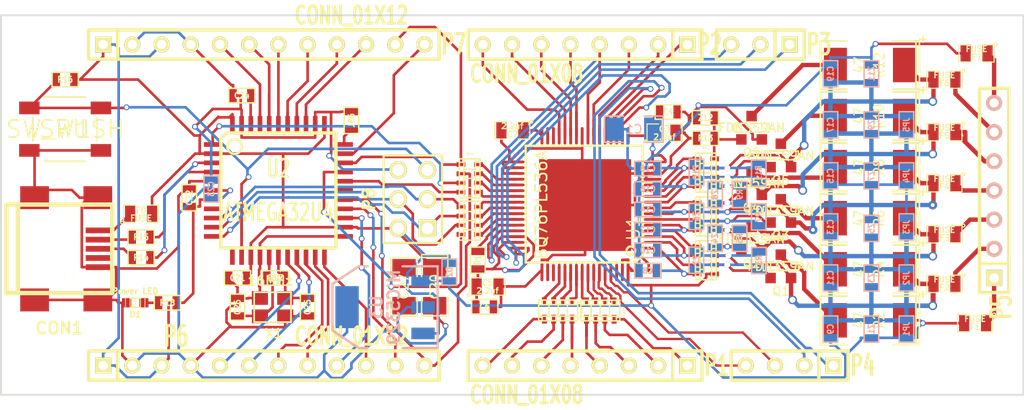
<source format=kicad_pcb>
(kicad_pcb (version 20171130) (host pcbnew "(5.1.12)-1")
  (layers (0 F.Cu signal) (31 B.Cu signal) (34 B.Paste user) (35 F.Paste user) (36 B.SilkS user) (37 F.SilkS user) (38 B.Mask user) (39 F.Mask user) (44 Edge.Cuts user))
  (net 0 "")
  (net 1 +5V)
  (net 2 +BATT)
  (net 3 /CellBallance/C0)
  (net 4 /CellBallance/C1)
  (net 5 /CellBallance/C2)
  (net 6 /CellBallance/C3)
  (net 7 /CellBallance/C4)
  (net 8 /CellBallance/C5)
  (net 9 /CellBallance/C6)
  (net 10 /CellBallance/CB1)
  (net 11 /CellBallance/CB2)
  (net 12 /CellBallance/CB3)
  (net 13 /CellBallance/CB4)
  (net 14 /CellBallance/CB5)
  (net 15 /CellBallance/CB6)
  (net 16 /CellBallance/VC1)
  (net 17 /CellBallance/VC2)
  (net 18 /CellBallance/VC3)
  (net 19 /CellBallance/VC4)
  (net 20 /CellBallance/VC5)
  (net 21 /CellBallance/VC6)
  (net 22 /LDOA)
  (net 23 /LDOD)
  (net 24 /REG50)
  (net 25 /VREF)
  (net 26 /atmega32u4/A0)
  (net 27 /atmega32u4/A1)
  (net 28 /atmega32u4/A2)
  (net 29 /atmega32u4/A3)
  (net 30 /atmega32u4/A4)
  (net 31 /atmega32u4/A5)
  (net 32 /atmega32u4/ALERT_H)
  (net 33 /atmega32u4/AREF)
  (net 34 /atmega32u4/CONV_H)
  (net 35 /atmega32u4/CS_H)
  (net 36 /atmega32u4/D0/RX)
  (net 37 /atmega32u4/D1/TX)
  (net 38 /atmega32u4/D2/SDA)
  (net 39 /atmega32u4/D3/SCL)
  (net 40 /atmega32u4/D4)
  (net 41 /atmega32u4/DRDY_H)
  (net 42 /atmega32u4/FAULT_H)
  (net 43 /atmega32u4/HWB)
  (net 44 /atmega32u4/IO11*)
  (net 45 /atmega32u4/IO12)
  (net 46 /atmega32u4/IO13*)
  (net 47 /atmega32u4/IO8)
  (net 48 /atmega32u4/RST)
  (net 49 /atmega32u4/RXLED)
  (net 50 /atmega32u4/SCLK_H)
  (net 51 /atmega32u4/SDI_H)
  (net 52 /atmega32u4/SDO_H)
  (net 53 /atmega32u4/TXLED)
  (net 54 /atmega32u4/UCAP)
  (net 55 GND)
  (net 56 N-00000108)
  (net 57 N-0000011)
  (net 58 N-00000120)
  (net 59 N-00000121)
  (net 60 N-00000123)
  (net 61 N-00000124)
  (net 62 N-00000125)
  (net 63 N-00000127)
  (net 64 N-00000128)
  (net 65 N-0000013)
  (net 66 N-0000014)
  (net 67 N-0000015)
  (net 68 N-0000023)
  (net 69 N-0000024)
  (net 70 N-0000025)
  (net 71 N-0000026)
  (net 72 N-0000027)
  (net 73 N-0000028)
  (net 74 N-0000029)
  (net 75 N-0000030)
  (net 76 N-0000031)
  (net 77 N-0000032)
  (net 78 N-0000033)
  (net 79 N-0000034)
  (net 80 N-0000035)
  (net 81 N-0000036)
  (net 82 N-0000037)
  (net 83 N-0000038)
  (net 84 N-0000039)
  (net 85 N-000004)
  (net 86 N-0000040)
  (net 87 N-0000041)
  (net 88 N-0000042)
  (net 89 N-0000043)
  (net 90 N-0000044)
  (net 91 N-0000045)
  (net 92 N-0000046)
  (net 93 N-0000047)
  (net 94 N-0000048)
  (net 95 N-0000049)
  (net 96 N-000005)
  (net 97 N-0000050)
  (net 98 N-0000051)
  (net 99 N-0000052)
  (net 100 N-0000053)
  (net 101 N-000006)
  (net 102 N-000007)
  (net 103 N-0000078)
  (net 104 N-0000079)
  (net 105 N-000008)
  (net 106 N-0000080)
  (net 107 N-0000081)
  (net 108 N-0000082)
  (net 109 N-0000083)
  (net 110 N-0000084)
  (net 111 N-0000085)
  (net 112 N-0000086)
  (net 113 N-0000087)
  (net 114 N-0000088)
  (net 115 N-0000089)
  (net 116 N-0000090)
  (net 117 N-0000091)
  (net 118 N-0000092)
  (net 119 N-0000093)
  (net 120 N-0000094)
  (net 121 VSS)
  (module SM2512 (layer F.Cu) (at 225.417 118.621 180)
    (fp_text reference R4 (at -0.8001 0 270) (layer F.SilkS) (effects (font (size 0.889 0.762) (thickness 0.127))))
    (fp_text value 47 (at 0.89916 0 270) (layer F.SilkS) (effects (font (size 0.889 0.762) (thickness 0.127))))
    (fp_text user + (at -4.59994 2.30124 180) (layer F.SilkS) (effects (font (size 0.7 0.7))))
    (pad 1 smd rect (at -2.99974 0 180) (size 1.99898 2.99974) (layers F.Cu F.Paste F.Mask) (net 118 N-0000092))
    (pad 2 smd rect (at 2.99974 0 180) (size 1.99898 2.99974) (layers F.Cu F.Paste F.Mask) (net 106 N-0000080))
  )
  (module SM2512 (layer F.Cu) (at 225.417 114.176 180)
    (fp_text reference R6 (at -0.8001 0 270) (layer F.SilkS) (effects (font (size 0.889 0.762) (thickness 0.127))))
    (fp_text value 47 (at 0.89916 0 270) (layer F.SilkS) (effects (font (size 0.889 0.762) (thickness 0.127))))
    (fp_text user + (at -4.59994 2.30124 180) (layer F.SilkS) (effects (font (size 0.7 0.7))))
    (pad 1 smd rect (at -2.99974 0 180) (size 1.99898 2.99974) (layers F.Cu F.Paste F.Mask) (net 117 N-0000091))
    (pad 2 smd rect (at 2.99974 0 180) (size 1.99898 2.99974) (layers F.Cu F.Paste F.Mask) (net 120 N-0000094))
  )
  (module SM2512 (layer F.Cu) (at 225.417 109.731 180)
    (fp_text reference R8 (at -0.8001 0 270) (layer F.SilkS) (effects (font (size 0.889 0.762) (thickness 0.127))))
    (fp_text value 47 (at 0.89916 0 270) (layer F.SilkS) (effects (font (size 0.889 0.762) (thickness 0.127))))
    (fp_text user + (at -4.59994 2.30124 180) (layer F.SilkS) (effects (font (size 0.7 0.7))))
    (pad 1 smd rect (at -2.99974 0 180) (size 1.99898 2.99974) (layers F.Cu F.Paste F.Mask) (net 112 N-0000086))
    (pad 2 smd rect (at 2.99974 0 180) (size 1.99898 2.99974) (layers F.Cu F.Paste F.Mask) (net 119 N-0000093))
  )
  (module SM2512 (layer F.Cu) (at 225.417 105.286 180)
    (fp_text reference R10 (at -0.8001 0 270) (layer F.SilkS) (effects (font (size 0.889 0.762) (thickness 0.127))))
    (fp_text value 47 (at 0.89916 0 270) (layer F.SilkS) (effects (font (size 0.889 0.762) (thickness 0.127))))
    (fp_text user + (at -4.59994 2.30124 180) (layer F.SilkS) (effects (font (size 0.7 0.7))))
    (pad 1 smd rect (at -2.99974 0 180) (size 1.99898 2.99974) (layers F.Cu F.Paste F.Mask) (net 114 N-0000088))
    (pad 2 smd rect (at 2.99974 0 180) (size 1.99898 2.99974) (layers F.Cu F.Paste F.Mask) (net 109 N-0000083))
  )
  (module SM2512 (layer F.Cu) (at 225.417 100.841 180)
    (fp_text reference R12 (at -0.8001 0 270) (layer F.SilkS) (effects (font (size 0.889 0.762) (thickness 0.127))))
    (fp_text value 47 (at 0.89916 0 270) (layer F.SilkS) (effects (font (size 0.889 0.762) (thickness 0.127))))
    (fp_text user + (at -4.59994 2.30124 180) (layer F.SilkS) (effects (font (size 0.7 0.7))))
    (pad 1 smd rect (at -2.99974 0 180) (size 1.99898 2.99974) (layers F.Cu F.Paste F.Mask) (net 115 N-0000089))
    (pad 2 smd rect (at 2.99974 0 180) (size 1.99898 2.99974) (layers F.Cu F.Paste F.Mask) (net 116 N-0000090))
  )
  (module SM2512 (layer F.Cu) (at 225.417 123.066 180)
    (fp_text reference R2 (at -0.8001 0 270) (layer F.SilkS) (effects (font (size 0.889 0.762) (thickness 0.127))))
    (fp_text value 47 (at 0.89916 0 270) (layer F.SilkS) (effects (font (size 0.889 0.762) (thickness 0.127))))
    (fp_text user + (at -4.59994 2.30124 180) (layer F.SilkS) (effects (font (size 0.7 0.7))))
    (pad 1 smd rect (at -2.99974 0 180) (size 1.99898 2.99974) (layers F.Cu F.Paste F.Mask) (net 2 +BATT))
    (pad 2 smd rect (at 2.99974 0 180) (size 1.99898 2.99974) (layers F.Cu F.Paste F.Mask) (net 104 N-0000079))
  )
  (module SM0603 (layer B.Cu) (at 211.955 115.928 270)
    (fp_text reference Z4 (at 0 0 270) (layer B.SilkS) (effects (font (size 0.508 0.4572) (thickness 0.1143)) (justify mirror)))
    (fp_text value ZENER hide)
    (pad 1 smd rect (at -0.762 0 270) (size 0.635 1.143) (layers B.Cu B.Paste B.Mask) (net 117 N-0000091))
    (pad 2 smd rect (at 0.762 0 270) (size 0.635 1.143) (layers B.Cu B.Paste B.Mask) (net 113 N-0000087))
  )
  (module SM0603 (layer B.Cu) (at 210.33 114.023 270)
    (fp_text reference Z6 (at 0 0 270) (layer B.SilkS) (effects (font (size 0.508 0.4572) (thickness 0.1143)) (justify mirror)))
    (fp_text value ZENER hide)
    (pad 1 smd rect (at -0.762 0 270) (size 0.635 1.143) (layers B.Cu B.Paste B.Mask) (net 112 N-0000086))
    (pad 2 smd rect (at 0.762 0 270) (size 0.635 1.143) (layers B.Cu B.Paste B.Mask) (net 111 N-0000085))
  )
  (module SM0603 (layer B.Cu) (at 211.955 112.118 270)
    (fp_text reference Z8 (at 0 0 270) (layer B.SilkS) (effects (font (size 0.508 0.4572) (thickness 0.1143)) (justify mirror)))
    (fp_text value ZENER hide)
    (pad 1 smd rect (at -0.762 0 270) (size 0.635 1.143) (layers B.Cu B.Paste B.Mask) (net 114 N-0000088))
    (pad 2 smd rect (at 0.762 0 270) (size 0.635 1.143) (layers B.Cu B.Paste B.Mask) (net 108 N-0000082))
  )
  (module SM0603 (layer B.Cu) (at 210.33 110.188 270)
    (fp_text reference Z10 (at 0 0 270) (layer B.SilkS) (effects (font (size 0.508 0.4572) (thickness 0.1143)) (justify mirror)))
    (fp_text value ZENER hide)
    (pad 1 smd rect (at -0.762 0 270) (size 0.635 1.143) (layers B.Cu B.Paste B.Mask) (net 115 N-0000089))
    (pad 2 smd rect (at 0.762 0 270) (size 0.635 1.143) (layers B.Cu B.Paste B.Mask) (net 110 N-0000084))
  )
  (module SM0603 (layer B.Cu) (at 215.753 114.061 90)
    (fp_text reference R7 (at 0 0 90) (layer B.SilkS) (effects (font (size 0.508 0.4572) (thickness 0.1143)) (justify mirror)))
    (fp_text value "1M 1%" hide)
    (pad 1 smd rect (at -0.762 0 90) (size 0.635 1.143) (layers B.Cu B.Paste B.Mask) (net 111 N-0000085))
    (pad 2 smd rect (at 0.762 0 90) (size 0.635 1.143) (layers B.Cu B.Paste B.Mask) (net 112 N-0000086))
  )
  (module SM0603 (layer F.Cu) (at 211.117 105.438)
    (fp_text reference Z12 (at 0 0) (layer F.SilkS) (effects (font (size 0.508 0.4572) (thickness 0.1143))))
    (fp_text value ZENER hide)
    (pad 1 smd rect (at -0.762 0) (size 0.635 1.143) (layers F.Cu F.Paste F.Mask) (net 121 VSS))
    (pad 2 smd rect (at 0.762 0) (size 0.635 1.143) (layers F.Cu F.Paste F.Mask) (net 107 N-0000081))
  )
  (module SM0603 (layer B.Cu) (at 221.988 123.828 90)
    (fp_text reference C9 (at 0 0 90) (layer B.SilkS) (effects (font (size 0.508 0.4572) (thickness 0.1143)) (justify mirror)))
    (fp_text value 0.1uf hide)
    (pad 1 smd rect (at -0.762 0 90) (size 0.635 1.143) (layers B.Cu B.Paste B.Mask) (net 2 +BATT))
    (pad 2 smd rect (at 0.762 0 90) (size 0.635 1.143) (layers B.Cu B.Paste B.Mask) (net 118 N-0000092))
  )
  (module SM0603 (layer B.Cu) (at 214.089 115.928 90)
    (fp_text reference R5 (at 0 0 90) (layer B.SilkS) (effects (font (size 0.508 0.4572) (thickness 0.1143)) (justify mirror)))
    (fp_text value "1M 1%" hide)
    (pad 1 smd rect (at -0.762 0 90) (size 0.635 1.143) (layers B.Cu B.Paste B.Mask) (net 113 N-0000087))
    (pad 2 smd rect (at 0.762 0 90) (size 0.635 1.143) (layers B.Cu B.Paste B.Mask) (net 117 N-0000091))
  )
  (module SM0603 (layer B.Cu) (at 215.765 117.859 90)
    (fp_text reference R3 (at 0 0 90) (layer B.SilkS) (effects (font (size 0.508 0.4572) (thickness 0.1143)) (justify mirror)))
    (fp_text value "1M 1%" hide)
    (pad 1 smd rect (at -0.762 0 90) (size 0.635 1.143) (layers B.Cu B.Paste B.Mask) (net 103 N-0000078))
    (pad 2 smd rect (at 0.762 0 90) (size 0.635 1.143) (layers B.Cu B.Paste B.Mask) (net 118 N-0000092))
  )
  (module SM0603 (layer B.Cu) (at 214.089 112.118 90)
    (fp_text reference R9 (at 0 0 90) (layer B.SilkS) (effects (font (size 0.508 0.4572) (thickness 0.1143)) (justify mirror)))
    (fp_text value "1M 1%" hide)
    (pad 1 smd rect (at -0.762 0 90) (size 0.635 1.143) (layers B.Cu B.Paste B.Mask) (net 108 N-0000082))
    (pad 2 smd rect (at 0.762 0 90) (size 0.635 1.143) (layers B.Cu B.Paste B.Mask) (net 114 N-0000088))
  )
  (module SM0603 (layer B.Cu) (at 215.753 110.251 90)
    (fp_text reference R11 (at 0 0 90) (layer B.SilkS) (effects (font (size 0.508 0.4572) (thickness 0.1143)) (justify mirror)))
    (fp_text value "1M 1%" hide)
    (pad 1 smd rect (at -0.762 0 90) (size 0.635 1.143) (layers B.Cu B.Paste B.Mask) (net 110 N-0000084))
    (pad 2 smd rect (at 0.762 0 90) (size 0.635 1.143) (layers B.Cu B.Paste B.Mask) (net 115 N-0000089))
  )
  (module SM0603 (layer F.Cu) (at 211.117 107.216 180)
    (fp_text reference R13 (at 0 0 180) (layer F.SilkS) (effects (font (size 0.508 0.4572) (thickness 0.1143))))
    (fp_text value "1M 1%" hide)
    (pad 1 smd rect (at -0.762 0 180) (size 0.635 1.143) (layers F.Cu F.Paste F.Mask) (net 107 N-0000081))
    (pad 2 smd rect (at 0.762 0 180) (size 0.635 1.143) (layers F.Cu F.Paste F.Mask) (net 121 VSS))
  )
  (module SM0603 (layer B.Cu) (at 206.113 111.636)
    (fp_text reference C16 (at 0 0) (layer B.SilkS) (effects (font (size 0.508 0.4572) (thickness 0.1143)) (justify mirror)))
    (fp_text value 0.1uf hide)
    (pad 1 smd rect (at -0.762 0) (size 0.635 1.143) (layers B.Cu B.Paste B.Mask) (net 121 VSS))
    (pad 2 smd rect (at 0.762 0) (size 0.635 1.143) (layers B.Cu B.Paste B.Mask) (net 17 /CellBallance/VC2))
  )
  (module SM0603 (layer B.Cu) (at 206.113 113.414)
    (fp_text reference C14 (at 0 0) (layer B.SilkS) (effects (font (size 0.508 0.4572) (thickness 0.1143)) (justify mirror)))
    (fp_text value 0.1uf hide)
    (pad 1 smd rect (at -0.762 0) (size 0.635 1.143) (layers B.Cu B.Paste B.Mask) (net 121 VSS))
    (pad 2 smd rect (at 0.762 0) (size 0.635 1.143) (layers B.Cu B.Paste B.Mask) (net 18 /CellBallance/VC3))
  )
  (module SM0603 (layer B.Cu) (at 206.113 115.192)
    (fp_text reference C12 (at 0 0) (layer B.SilkS) (effects (font (size 0.508 0.4572) (thickness 0.1143)) (justify mirror)))
    (fp_text value 0.1uf hide)
    (pad 1 smd rect (at -0.762 0) (size 0.635 1.143) (layers B.Cu B.Paste B.Mask) (net 121 VSS))
    (pad 2 smd rect (at 0.762 0) (size 0.635 1.143) (layers B.Cu B.Paste B.Mask) (net 19 /CellBallance/VC4))
  )
  (module SM0603 (layer B.Cu) (at 206.113 116.97)
    (fp_text reference C10 (at 0 0) (layer B.SilkS) (effects (font (size 0.508 0.4572) (thickness 0.1143)) (justify mirror)))
    (fp_text value 0.1uf hide)
    (pad 1 smd rect (at -0.762 0) (size 0.635 1.143) (layers B.Cu B.Paste B.Mask) (net 121 VSS))
    (pad 2 smd rect (at 0.762 0) (size 0.635 1.143) (layers B.Cu B.Paste B.Mask) (net 20 /CellBallance/VC5))
  )
  (module SM0603 (layer B.Cu) (at 206.113 118.748)
    (fp_text reference C8 (at 0 0) (layer B.SilkS) (effects (font (size 0.508 0.4572) (thickness 0.1143)) (justify mirror)))
    (fp_text value 0.1uf hide)
    (pad 1 smd rect (at -0.762 0) (size 0.635 1.143) (layers B.Cu B.Paste B.Mask) (net 121 VSS))
    (pad 2 smd rect (at 0.762 0) (size 0.635 1.143) (layers B.Cu B.Paste B.Mask) (net 21 /CellBallance/VC6))
  )
  (module SM0603 (layer B.Cu) (at 221.988 106.048 90)
    (fp_text reference C17 (at 0 0 90) (layer B.SilkS) (effects (font (size 0.508 0.4572) (thickness 0.1143)) (justify mirror)))
    (fp_text value 0.1uf hide)
    (pad 1 smd rect (at -0.762 0 90) (size 0.635 1.143) (layers B.Cu B.Paste B.Mask) (net 114 N-0000088))
    (pad 2 smd rect (at 0.762 0 90) (size 0.635 1.143) (layers B.Cu B.Paste B.Mask) (net 115 N-0000089))
  )
  (module SM0603 (layer B.Cu) (at 221.988 110.493 90)
    (fp_text reference C15 (at 0 0 90) (layer B.SilkS) (effects (font (size 0.508 0.4572) (thickness 0.1143)) (justify mirror)))
    (fp_text value 0.1uf hide)
    (pad 1 smd rect (at -0.762 0 90) (size 0.635 1.143) (layers B.Cu B.Paste B.Mask) (net 112 N-0000086))
    (pad 2 smd rect (at 0.762 0 90) (size 0.635 1.143) (layers B.Cu B.Paste B.Mask) (net 114 N-0000088))
  )
  (module SM0603 (layer B.Cu) (at 221.988 114.938 90)
    (fp_text reference C13 (at 0 0 90) (layer B.SilkS) (effects (font (size 0.508 0.4572) (thickness 0.1143)) (justify mirror)))
    (fp_text value 0.1uf hide)
    (pad 1 smd rect (at -0.762 0 90) (size 0.635 1.143) (layers B.Cu B.Paste B.Mask) (net 117 N-0000091))
    (pad 2 smd rect (at 0.762 0 90) (size 0.635 1.143) (layers B.Cu B.Paste B.Mask) (net 112 N-0000086))
  )
  (module SM0603 (layer B.Cu) (at 221.988 119.383 90)
    (fp_text reference C11 (at 0 0 90) (layer B.SilkS) (effects (font (size 0.508 0.4572) (thickness 0.1143)) (justify mirror)))
    (fp_text value 0.1uf hide)
    (pad 1 smd rect (at -0.762 0 90) (size 0.635 1.143) (layers B.Cu B.Paste B.Mask) (net 118 N-0000092))
    (pad 2 smd rect (at 0.762 0 90) (size 0.635 1.143) (layers B.Cu B.Paste B.Mask) (net 117 N-0000091))
  )
  (module SM0603 (layer B.Cu) (at 210.33 117.833 270)
    (fp_text reference Z2 (at 0 0 270) (layer B.SilkS) (effects (font (size 0.508 0.4572) (thickness 0.1143)) (justify mirror)))
    (fp_text value ZENER hide)
    (pad 1 smd rect (at -0.762 0 270) (size 0.635 1.143) (layers B.Cu B.Paste B.Mask) (net 118 N-0000092))
    (pad 2 smd rect (at 0.762 0 270) (size 0.635 1.143) (layers B.Cu B.Paste B.Mask) (net 103 N-0000078))
  )
  (module SM0603 (layer B.Cu) (at 221.988 101.603 90)
    (fp_text reference C19 (at 0 0 90) (layer B.SilkS) (effects (font (size 0.508 0.4572) (thickness 0.1143)) (justify mirror)))
    (fp_text value 0.1uf hide)
    (pad 1 smd rect (at -0.762 0 90) (size 0.635 1.143) (layers B.Cu B.Paste B.Mask) (net 115 N-0000089))
    (pad 2 smd rect (at 0.762 0 90) (size 0.635 1.143) (layers B.Cu B.Paste B.Mask) (net 121 VSS))
  )
  (module SM0603 (layer B.Cu) (at 206.113 109.858)
    (fp_text reference C18 (at 0 0) (layer B.SilkS) (effects (font (size 0.508 0.4572) (thickness 0.1143)) (justify mirror)))
    (fp_text value 0.1uf hide)
    (pad 1 smd rect (at -0.762 0) (size 0.635 1.143) (layers B.Cu B.Paste B.Mask) (net 121 VSS))
    (pad 2 smd rect (at 0.762 0) (size 0.635 1.143) (layers B.Cu B.Paste B.Mask) (net 16 /CellBallance/VC1))
  )
  (module USB_MINI_B (layer F.Cu) (at 154.94 116.84)
    (fp_text reference CON1 (at 0 6.90118) (layer F.SilkS) (effects (font (size 1.016 1.016) (thickness 0.2032))))
    (fp_text value USB-MINI-B hide)
    (pad 1 smd rect (at 3.44932 -1.6002) (size 2.30124 0.50038) (layers F.Cu F.Paste F.Mask) (net 56 N-00000108))
    (pad 2 smd rect (at 3.44932 -0.8001) (size 2.30124 0.50038) (layers F.Cu F.Paste F.Mask) (net 60 N-00000123))
    (pad 3 smd rect (at 3.44932 0) (size 2.30124 0.50038) (layers F.Cu F.Paste F.Mask) (net 64 N-00000128))
    (pad 4 smd rect (at 3.44932 0.8001) (size 2.30124 0.50038) (layers F.Cu F.Paste F.Mask))
    (pad 5 smd rect (at 3.44932 1.6002) (size 2.30124 0.50038) (layers F.Cu F.Paste F.Mask) (net 55 GND))
    (pad 6 smd rect (at 3.35026 -4.45008) (size 2.49936 1.99898) (layers F.Cu F.Paste F.Mask) (net 55 GND))
    (pad 7 smd rect (at -2.14884 -4.45008) (size 2.49936 1.99898) (layers F.Cu F.Paste F.Mask) (net 55 GND))
    (pad 8 smd rect (at 3.35026 4.45008) (size 2.49936 1.99898) (layers F.Cu F.Paste F.Mask) (net 55 GND))
    (pad 9 smd rect (at -2.14884 4.45008) (size 2.49936 1.99898) (layers F.Cu F.Paste F.Mask) (net 55 GND))
    (pad "" np_thru_hole circle (at 0.8509 -2.19964) (size 0.89916 0.89916) (drill 0.89916) (layers *.Cu *.Mask F.SilkS))
    (pad "" np_thru_hole circle (at 0.8509 2.19964) (size 0.89916 0.89916) (drill 0.89916) (layers *.Cu *.Mask F.SilkS))
  )
  (module TQFP44 (layer F.Cu) (at 173.99 111.76)
    (fp_text reference U2 (at 0 -1.905) (layer F.SilkS) (effects (font (size 1.524 1.016) (thickness 0.2032))))
    (fp_text value ATMEGA32U4 (at 0 1.905) (layer F.SilkS) (effects (font (size 1.524 1.016) (thickness 0.2032))))
    (pad 39 smd rect (at 0 -5.715) (size 0.4064 1.524) (layers F.Cu F.Paste F.Mask) (net 29 /atmega32u4/A3))
    (pad 40 smd rect (at -0.8001 -5.715) (size 0.4064 1.524) (layers F.Cu F.Paste F.Mask) (net 30 /atmega32u4/A4))
    (pad 41 smd rect (at -1.6002 -5.715) (size 0.4064 1.524) (layers F.Cu F.Paste F.Mask) (net 31 /atmega32u4/A5))
    (pad 42 smd rect (at -2.4003 -5.715) (size 0.4064 1.524) (layers F.Cu F.Paste F.Mask) (net 33 /atmega32u4/AREF))
    (pad 43 smd rect (at -3.2004 -5.715) (size 0.4064 1.524) (layers F.Cu F.Paste F.Mask) (net 55 GND))
    (pad 44 smd rect (at -4.0005 -5.715) (size 0.4064 1.524) (layers F.Cu F.Paste F.Mask) (net 1 +5V))
    (pad 38 smd rect (at 0.8001 -5.715) (size 0.4064 1.524) (layers F.Cu F.Paste F.Mask) (net 28 /atmega32u4/A2))
    (pad 37 smd rect (at 1.6002 -5.715) (size 0.4064 1.524) (layers F.Cu F.Paste F.Mask) (net 27 /atmega32u4/A1))
    (pad 36 smd rect (at 2.4003 -5.715) (size 0.4064 1.524) (layers F.Cu F.Paste F.Mask) (net 26 /atmega32u4/A0))
    (pad 35 smd rect (at 3.2004 -5.715) (size 0.4064 1.524) (layers F.Cu F.Paste F.Mask) (net 55 GND))
    (pad 34 smd rect (at 4.0005 -5.715) (size 0.4064 1.524) (layers F.Cu F.Paste F.Mask) (net 1 +5V))
    (pad 17 smd rect (at 0 5.715) (size 0.4064 1.524) (layers F.Cu F.Paste F.Mask) (net 62 N-00000125))
    (pad 16 smd rect (at -0.8001 5.715) (size 0.4064 1.524) (layers F.Cu F.Paste F.Mask) (net 61 N-00000124))
    (pad 15 smd rect (at -1.6002 5.715) (size 0.4064 1.524) (layers F.Cu F.Paste F.Mask) (net 55 GND))
    (pad 14 smd rect (at -2.4003 5.715) (size 0.4064 1.524) (layers F.Cu F.Paste F.Mask) (net 1 +5V))
    (pad 13 smd rect (at -3.2004 5.715) (size 0.4064 1.524) (layers F.Cu F.Paste F.Mask) (net 48 /atmega32u4/RST))
    (pad 12 smd rect (at -4.0005 5.715) (size 0.4064 1.524) (layers F.Cu F.Paste F.Mask) (net 44 /atmega32u4/IO11*))
    (pad 18 smd rect (at 0.8001 5.715) (size 0.4064 1.524) (layers F.Cu F.Paste F.Mask) (net 39 /atmega32u4/D3/SCL))
    (pad 19 smd rect (at 1.6002 5.715) (size 0.4064 1.524) (layers F.Cu F.Paste F.Mask) (net 38 /atmega32u4/D2/SDA))
    (pad 20 smd rect (at 2.4003 5.715) (size 0.4064 1.524) (layers F.Cu F.Paste F.Mask) (net 36 /atmega32u4/D0/RX))
    (pad 21 smd rect (at 3.2004 5.715) (size 0.4064 1.524) (layers F.Cu F.Paste F.Mask) (net 37 /atmega32u4/D1/TX))
    (pad 22 smd rect (at 4.0005 5.715) (size 0.4064 1.524) (layers F.Cu F.Paste F.Mask) (net 53 /atmega32u4/TXLED))
    (pad 6 smd rect (at -5.715 0) (size 1.524 0.4064) (layers F.Cu F.Paste F.Mask) (net 54 /atmega32u4/UCAP))
    (pad 28 smd rect (at 5.715 0) (size 1.524 0.4064) (layers F.Cu F.Paste F.Mask) (net 47 /atmega32u4/IO8))
    (pad 7 smd rect (at -5.715 0.8001) (size 1.524 0.4064) (layers F.Cu F.Paste F.Mask) (net 1 +5V))
    (pad 27 smd rect (at 5.715 0.8001) (size 1.524 0.4064) (layers F.Cu F.Paste F.Mask) (net 41 /atmega32u4/DRDY_H))
    (pad 26 smd rect (at 5.715 1.6002) (size 1.524 0.4064) (layers F.Cu F.Paste F.Mask) (net 45 /atmega32u4/IO12))
    (pad 8 smd rect (at -5.715 1.6002) (size 1.524 0.4064) (layers F.Cu F.Paste F.Mask) (net 49 /atmega32u4/RXLED))
    (pad 9 smd rect (at -5.715 2.4003) (size 1.524 0.4064) (layers F.Cu F.Paste F.Mask) (net 50 /atmega32u4/SCLK_H))
    (pad 25 smd rect (at 5.715 2.4003) (size 1.524 0.4064) (layers F.Cu F.Paste F.Mask) (net 40 /atmega32u4/D4))
    (pad 24 smd rect (at 5.715 3.2004) (size 1.524 0.4064) (layers F.Cu F.Paste F.Mask) (net 1 +5V))
    (pad 10 smd rect (at -5.715 3.2004) (size 1.524 0.4064) (layers F.Cu F.Paste F.Mask) (net 51 /atmega32u4/SDI_H))
    (pad 11 smd rect (at -5.715 4.0005) (size 1.524 0.4064) (layers F.Cu F.Paste F.Mask) (net 52 /atmega32u4/SDO_H))
    (pad 23 smd rect (at 5.715 4.0005) (size 1.524 0.4064) (layers F.Cu F.Paste F.Mask) (net 55 GND))
    (pad 29 smd rect (at 5.715 -0.8001) (size 1.524 0.4064) (layers F.Cu F.Paste F.Mask) (net 42 /atmega32u4/FAULT_H))
    (pad 5 smd rect (at -5.715 -0.8001) (size 1.524 0.4064) (layers F.Cu F.Paste F.Mask) (net 55 GND))
    (pad 4 smd rect (at -5.715 -1.6002) (size 1.524 0.4064) (layers F.Cu F.Paste F.Mask) (net 58 N-00000120))
    (pad 30 smd rect (at 5.715 -1.6002) (size 1.524 0.4064) (layers F.Cu F.Paste F.Mask) (net 35 /atmega32u4/CS_H))
    (pad 31 smd rect (at 5.715 -2.4003) (size 1.524 0.4064) (layers F.Cu F.Paste F.Mask) (net 34 /atmega32u4/CONV_H))
    (pad 3 smd rect (at -5.715 -2.4003) (size 1.524 0.4064) (layers F.Cu F.Paste F.Mask) (net 59 N-00000121))
    (pad 2 smd rect (at -5.715 -3.2004) (size 1.524 0.4064) (layers F.Cu F.Paste F.Mask) (net 1 +5V))
    (pad 32 smd rect (at 5.715 -3.2004) (size 1.524 0.4064) (layers F.Cu F.Paste F.Mask) (net 46 /atmega32u4/IO13*))
    (pad 33 smd rect (at 5.715 -4.0005) (size 1.524 0.4064) (layers F.Cu F.Paste F.Mask) (net 43 /atmega32u4/HWB))
    (pad 1 smd rect (at -5.715 -4.0005) (size 1.524 0.4064) (layers F.Cu F.Paste F.Mask) (net 32 /atmega32u4/ALERT_H))
  )
  (module SOT23GDS (layer F.Cu) (at 215.13 106.302 180)
    (fp_text reference Q6 (at 0 -2.159 180) (layer F.SilkS) (effects (font (size 0.762 0.762) (thickness 0.12954))))
    (fp_text value FDN359AN (at 0 0 180) (layer F.SilkS) (effects (font (size 0.762 0.762) (thickness 0.12954))))
    (pad S smd rect (at -0.889 -1.016 180) (size 0.9144 0.9144) (layers F.Cu F.Paste F.Mask) (net 121 VSS))
    (pad G smd rect (at 0.889 -1.016 180) (size 0.9144 0.9144) (layers F.Cu F.Paste F.Mask) (net 107 N-0000081))
    (pad D smd rect (at 0 1.016 180) (size 0.9144 0.9144) (layers F.Cu F.Paste F.Mask) (net 116 N-0000090))
  )
  (module SOT23GDS (layer F.Cu) (at 217.67 108.715 180)
    (fp_text reference Q5 (at 0 -2.159 180) (layer F.SilkS) (effects (font (size 0.762 0.762) (thickness 0.12954))))
    (fp_text value FDN359AN (at 0 0 180) (layer F.SilkS) (effects (font (size 0.762 0.762) (thickness 0.12954))))
    (pad S smd rect (at -0.889 -1.016 180) (size 0.9144 0.9144) (layers F.Cu F.Paste F.Mask) (net 115 N-0000089))
    (pad G smd rect (at 0.889 -1.016 180) (size 0.9144 0.9144) (layers F.Cu F.Paste F.Mask) (net 110 N-0000084))
    (pad D smd rect (at 0 1.016 180) (size 0.9144 0.9144) (layers F.Cu F.Paste F.Mask) (net 109 N-0000083))
  )
  (module SOT23GDS (layer F.Cu) (at 215.13 111.128 180)
    (fp_text reference Q4 (at 0 -2.159 180) (layer F.SilkS) (effects (font (size 0.762 0.762) (thickness 0.12954))))
    (fp_text value FDN359AN (at 0 0 180) (layer F.SilkS) (effects (font (size 0.762 0.762) (thickness 0.12954))))
    (pad S smd rect (at -0.889 -1.016 180) (size 0.9144 0.9144) (layers F.Cu F.Paste F.Mask) (net 114 N-0000088))
    (pad G smd rect (at 0.889 -1.016 180) (size 0.9144 0.9144) (layers F.Cu F.Paste F.Mask) (net 108 N-0000082))
    (pad D smd rect (at 0 1.016 180) (size 0.9144 0.9144) (layers F.Cu F.Paste F.Mask) (net 119 N-0000093))
  )
  (module SOT23GDS (layer F.Cu) (at 217.67 113.541 180)
    (fp_text reference Q3 (at 0 -2.159 180) (layer F.SilkS) (effects (font (size 0.762 0.762) (thickness 0.12954))))
    (fp_text value FDN359AN (at 0 0 180) (layer F.SilkS) (effects (font (size 0.762 0.762) (thickness 0.12954))))
    (pad S smd rect (at -0.889 -1.016 180) (size 0.9144 0.9144) (layers F.Cu F.Paste F.Mask) (net 112 N-0000086))
    (pad G smd rect (at 0.889 -1.016 180) (size 0.9144 0.9144) (layers F.Cu F.Paste F.Mask) (net 111 N-0000085))
    (pad D smd rect (at 0 1.016 180) (size 0.9144 0.9144) (layers F.Cu F.Paste F.Mask) (net 120 N-0000094))
  )
  (module SOT23GDS (layer F.Cu) (at 215.13 115.954 180)
    (fp_text reference Q2 (at 0 -2.159 180) (layer F.SilkS) (effects (font (size 0.762 0.762) (thickness 0.12954))))
    (fp_text value FDN359AN (at 0 0 180) (layer F.SilkS) (effects (font (size 0.762 0.762) (thickness 0.12954))))
    (pad S smd rect (at -0.889 -1.016 180) (size 0.9144 0.9144) (layers F.Cu F.Paste F.Mask) (net 117 N-0000091))
    (pad G smd rect (at 0.889 -1.016 180) (size 0.9144 0.9144) (layers F.Cu F.Paste F.Mask) (net 113 N-0000087))
    (pad D smd rect (at 0 1.016 180) (size 0.9144 0.9144) (layers F.Cu F.Paste F.Mask) (net 106 N-0000080))
  )
  (module SOT23GDS (layer F.Cu) (at 217.67 118.367 180)
    (fp_text reference Q1 (at 0 -2.159 180) (layer F.SilkS) (effects (font (size 0.762 0.762) (thickness 0.12954))))
    (fp_text value FDN359AN (at 0 0 180) (layer F.SilkS) (effects (font (size 0.762 0.762) (thickness 0.12954))))
    (pad S smd rect (at -0.889 -1.016 180) (size 0.9144 0.9144) (layers F.Cu F.Paste F.Mask) (net 118 N-0000092))
    (pad G smd rect (at 0.889 -1.016 180) (size 0.9144 0.9144) (layers F.Cu F.Paste F.Mask) (net 103 N-0000078))
    (pad D smd rect (at 0 1.016 180) (size 0.9144 0.9144) (layers F.Cu F.Paste F.Mask) (net 104 N-0000079))
  )
  (module SM1206POL (layer F.Cu) (at 187.579 120.142 270)
    (fp_text reference C20 (at 0 0 270) (layer F.SilkS) (effects (font (size 0.762 0.762) (thickness 0.127))))
    (fp_text value 10uf hide)
    (pad 1 smd rect (at -1.651 0 270) (size 1.524 2.032) (layers F.Cu F.Paste F.Mask) (net 1 +5V))
    (pad 2 smd rect (at 1.651 0 270) (size 1.524 2.032) (layers F.Cu F.Paste F.Mask) (net 55 GND))
  )
  (module SM1206 (layer B.Cu) (at 204.894 106.429 180)
    (fp_text reference C1 (at 0 0 180) (layer B.SilkS) (effects (font (size 0.762 0.762) (thickness 0.127)) (justify mirror)))
    (fp_text value 10uf hide)
    (pad 1 smd rect (at -1.651 0 180) (size 1.524 2.032) (layers B.Cu B.Paste B.Mask) (net 25 /VREF))
    (pad 2 smd rect (at 1.651 0 180) (size 1.524 2.032) (layers B.Cu B.Paste B.Mask) (net 121 VSS))
  )
  (module SM0805 (layer F.Cu) (at 231.894 115.573 180)
    (fp_text reference F3 (at 0 -0.3175 180) (layer F.SilkS) (effects (font (size 0.50038 0.50038) (thickness 0.10922))))
    (fp_text value FUSE (at 0 0.381 180) (layer F.SilkS) (effects (font (size 0.50038 0.50038) (thickness 0.10922))))
    (pad 1 smd rect (at -0.9525 0 180) (size 0.889 1.397) (layers F.Cu F.Paste F.Mask) (net 7 /CellBallance/C4))
    (pad 2 smd rect (at 0.9525 0 180) (size 0.889 1.397) (layers F.Cu F.Paste F.Mask) (net 117 N-0000091))
  )
  (module SM0805 (layer F.Cu) (at 231.894 111.128 180)
    (fp_text reference F4 (at 0 -0.3175 180) (layer F.SilkS) (effects (font (size 0.50038 0.50038) (thickness 0.10922))))
    (fp_text value FUSE (at 0 0.381 180) (layer F.SilkS) (effects (font (size 0.50038 0.50038) (thickness 0.10922))))
    (pad 1 smd rect (at -0.9525 0 180) (size 0.889 1.397) (layers F.Cu F.Paste F.Mask) (net 6 /CellBallance/C3))
    (pad 2 smd rect (at 0.9525 0 180) (size 0.889 1.397) (layers F.Cu F.Paste F.Mask) (net 112 N-0000086))
  )
  (module SM0805 (layer F.Cu) (at 231.894 119.891 180)
    (fp_text reference F2 (at 0 -0.3175 180) (layer F.SilkS) (effects (font (size 0.50038 0.50038) (thickness 0.10922))))
    (fp_text value FUSE (at 0 0.381 180) (layer F.SilkS) (effects (font (size 0.50038 0.50038) (thickness 0.10922))))
    (pad 1 smd rect (at -0.9525 0 180) (size 0.889 1.397) (layers F.Cu F.Paste F.Mask) (net 8 /CellBallance/C5))
    (pad 2 smd rect (at 0.9525 0 180) (size 0.889 1.397) (layers F.Cu F.Paste F.Mask) (net 118 N-0000092))
  )
  (module SM0805 (layer F.Cu) (at 231.894 106.683 180)
    (fp_text reference F5 (at 0 -0.3175 180) (layer F.SilkS) (effects (font (size 0.50038 0.50038) (thickness 0.10922))))
    (fp_text value FUSE (at 0 0.381 180) (layer F.SilkS) (effects (font (size 0.50038 0.50038) (thickness 0.10922))))
    (pad 1 smd rect (at -0.9525 0 180) (size 0.889 1.397) (layers F.Cu F.Paste F.Mask) (net 5 /CellBallance/C2))
    (pad 2 smd rect (at 0.9525 0 180) (size 0.889 1.397) (layers F.Cu F.Paste F.Mask) (net 114 N-0000088))
  )
  (module SM0805 (layer F.Cu) (at 231.894 102.111 180)
    (fp_text reference F6 (at 0 -0.3175 180) (layer F.SilkS) (effects (font (size 0.50038 0.50038) (thickness 0.10922))))
    (fp_text value FUSE (at 0 0.381 180) (layer F.SilkS) (effects (font (size 0.50038 0.50038) (thickness 0.10922))))
    (pad 1 smd rect (at -0.9525 0 180) (size 0.889 1.397) (layers F.Cu F.Paste F.Mask) (net 4 /CellBallance/C1))
    (pad 2 smd rect (at 0.9525 0 180) (size 0.889 1.397) (layers F.Cu F.Paste F.Mask) (net 115 N-0000089))
  )
  (module SM0805 (layer F.Cu) (at 234.688 99.8245 180)
    (fp_text reference F7 (at 0 -0.3175 180) (layer F.SilkS) (effects (font (size 0.50038 0.50038) (thickness 0.10922))))
    (fp_text value FUSE (at 0 0.381 180) (layer F.SilkS) (effects (font (size 0.50038 0.50038) (thickness 0.10922))))
    (pad 1 smd rect (at -0.9525 0 180) (size 0.889 1.397) (layers F.Cu F.Paste F.Mask) (net 3 /CellBallance/C0))
    (pad 2 smd rect (at 0.9525 0 180) (size 0.889 1.397) (layers F.Cu F.Paste F.Mask) (net 121 VSS))
  )
  (module SM0805 (layer F.Cu) (at 234.561 123.32 180)
    (fp_text reference F1 (at 0 -0.3175 180) (layer F.SilkS) (effects (font (size 0.50038 0.50038) (thickness 0.10922))))
    (fp_text value FUSE (at 0 0.381 180) (layer F.SilkS) (effects (font (size 0.50038 0.50038) (thickness 0.10922))))
    (pad 1 smd rect (at -0.9525 0 180) (size 0.889 1.397) (layers F.Cu F.Paste F.Mask) (net 9 /CellBallance/C6))
    (pad 2 smd rect (at 0.9525 0 180) (size 0.889 1.397) (layers F.Cu F.Paste F.Mask) (net 2 +BATT))
  )
  (module SM0805 (layer F.Cu) (at 162.052 113.792)
    (fp_text reference F8 (at 0 -0.3175) (layer F.SilkS) (effects (font (size 0.50038 0.50038) (thickness 0.10922))))
    (fp_text value FUSE (at 0 0.381) (layer F.SilkS) (effects (font (size 0.50038 0.50038) (thickness 0.10922))))
    (pad 1 smd rect (at -0.9525 0) (size 0.889 1.397) (layers F.Cu F.Paste F.Mask) (net 56 N-00000108))
    (pad 2 smd rect (at 0.9525 0) (size 0.889 1.397) (layers F.Cu F.Paste F.Mask) (net 1 +5V))
  )
  (module SM0805 (layer F.Cu) (at 194.328 106.53 180)
    (fp_text reference C7 (at 0 -0.3175 180) (layer F.SilkS) (effects (font (size 0.50038 0.50038) (thickness 0.10922))))
    (fp_text value 2.2uf (at 0 0.381 180) (layer F.SilkS) (effects (font (size 0.50038 0.50038) (thickness 0.10922))))
    (pad 1 smd rect (at -0.9525 0 180) (size 0.889 1.397) (layers F.Cu F.Paste F.Mask) (net 24 /REG50))
    (pad 2 smd rect (at 0.9525 0 180) (size 0.889 1.397) (layers F.Cu F.Paste F.Mask) (net 121 VSS))
  )
  (module SM0805 (layer F.Cu) (at 207.561 106.733)
    (fp_text reference C3 (at 0 -0.3175) (layer F.SilkS) (effects (font (size 0.50038 0.50038) (thickness 0.10922))))
    (fp_text value 2.2uf (at 0 0.381) (layer F.SilkS) (effects (font (size 0.50038 0.50038) (thickness 0.10922))))
    (pad 1 smd rect (at -0.9525 0) (size 0.889 1.397) (layers F.Cu F.Paste F.Mask) (net 22 /LDOA))
    (pad 2 smd rect (at 0.9525 0) (size 0.889 1.397) (layers F.Cu F.Paste F.Mask) (net 121 VSS))
  )
  (module SM0805 (layer F.Cu) (at 192.176 120.117)
    (fp_text reference C5 (at 0 -0.3175) (layer F.SilkS) (effects (font (size 0.50038 0.50038) (thickness 0.10922))))
    (fp_text value 2.2uf (at 0 0.381) (layer F.SilkS) (effects (font (size 0.50038 0.50038) (thickness 0.10922))))
    (pad 1 smd rect (at -0.9525 0) (size 0.889 1.397) (layers F.Cu F.Paste F.Mask) (net 23 /LDOD))
    (pad 2 smd rect (at 0.9525 0) (size 0.889 1.397) (layers F.Cu F.Paste F.Mask) (net 121 VSS))
  )
  (module SM0603 (layer F.Cu) (at 180.34 105.664 90)
    (fp_text reference JP6 (at 0 0 90) (layer F.SilkS) (effects (font (size 0.508 0.4572) (thickness 0.1143))))
    (fp_text value JUMPER hide)
    (pad 1 smd rect (at -0.762 0 90) (size 0.635 1.143) (layers F.Cu F.Paste F.Mask) (net 43 /atmega32u4/HWB))
    (pad 2 smd rect (at 0.762 0 90) (size 0.635 1.143) (layers F.Cu F.Paste F.Mask) (net 55 GND))
  )
  (module SM0603 (layer F.Cu) (at 162.052 117.602)
    (fp_text reference R14 (at 0 0) (layer F.SilkS) (effects (font (size 0.508 0.4572) (thickness 0.1143))))
    (fp_text value 22 hide)
    (pad 1 smd rect (at -0.762 0) (size 0.635 1.143) (layers F.Cu F.Paste F.Mask) (net 64 N-00000128))
    (pad 2 smd rect (at 0.762 0) (size 0.635 1.143) (layers F.Cu F.Paste F.Mask) (net 59 N-00000121))
  )
  (module SM0603 (layer B.Cu) (at 228.592 110.493 90)
    (fp_text reference JP4 (at 0 0 90) (layer B.SilkS) (effects (font (size 0.508 0.4572) (thickness 0.1143)) (justify mirror)))
    (fp_text value JUMPER hide)
    (pad 1 smd rect (at -0.762 0 90) (size 0.635 1.143) (layers B.Cu B.Paste B.Mask) (net 112 N-0000086))
    (pad 2 smd rect (at 0.762 0 90) (size 0.635 1.143) (layers B.Cu B.Paste B.Mask) (net 114 N-0000088))
  )
  (module SM0603 (layer F.Cu) (at 170.815 103.505 180)
    (fp_text reference C24 (at 0 0 180) (layer F.SilkS) (effects (font (size 0.508 0.4572) (thickness 0.1143))))
    (fp_text value 0.1uf hide)
    (pad 1 smd rect (at -0.762 0 180) (size 0.635 1.143) (layers F.Cu F.Paste F.Mask) (net 33 /atmega32u4/AREF))
    (pad 2 smd rect (at 0.762 0 180) (size 0.635 1.143) (layers F.Cu F.Paste F.Mask) (net 55 GND))
  )
  (module SM0603 (layer B.Cu) (at 168.148 111.633 90)
    (fp_text reference C23 (at 0 0 90) (layer B.SilkS) (effects (font (size 0.508 0.4572) (thickness 0.1143)) (justify mirror)))
    (fp_text value 1uf hide)
    (pad 1 smd rect (at -0.762 0 90) (size 0.635 1.143) (layers B.Cu B.Paste B.Mask) (net 54 /atmega32u4/UCAP))
    (pad 2 smd rect (at 0.762 0 90) (size 0.635 1.143) (layers B.Cu B.Paste B.Mask) (net 55 GND))
  )
  (module SM0603 (layer B.Cu) (at 228.592 114.938 90)
    (fp_text reference JP3 (at 0 0 90) (layer B.SilkS) (effects (font (size 0.508 0.4572) (thickness 0.1143)) (justify mirror)))
    (fp_text value JUMPER hide)
    (pad 1 smd rect (at -0.762 0 90) (size 0.635 1.143) (layers B.Cu B.Paste B.Mask) (net 117 N-0000091))
    (pad 2 smd rect (at 0.762 0 90) (size 0.635 1.143) (layers B.Cu B.Paste B.Mask) (net 112 N-0000086))
  )
  (module SM0603 (layer F.Cu) (at 166.243 112.395 90)
    (fp_text reference C22 (at 0 0 90) (layer F.SilkS) (effects (font (size 0.508 0.4572) (thickness 0.1143))))
    (fp_text value 0.1uf hide)
    (pad 1 smd rect (at -0.762 0 90) (size 0.635 1.143) (layers F.Cu F.Paste F.Mask) (net 1 +5V))
    (pad 2 smd rect (at 0.762 0 90) (size 0.635 1.143) (layers F.Cu F.Paste F.Mask) (net 55 GND))
  )
  (module SM0603 (layer B.Cu) (at 228.592 119.383 90)
    (fp_text reference JP2 (at 0 0 90) (layer B.SilkS) (effects (font (size 0.508 0.4572) (thickness 0.1143)) (justify mirror)))
    (fp_text value JUMPER hide)
    (pad 1 smd rect (at -0.762 0 90) (size 0.635 1.143) (layers B.Cu B.Paste B.Mask) (net 118 N-0000092))
    (pad 2 smd rect (at 0.762 0 90) (size 0.635 1.143) (layers B.Cu B.Paste B.Mask) (net 117 N-0000091))
  )
  (module SM0603 (layer F.Cu) (at 170.434 119.38 180)
    (fp_text reference C21 (at 0 0 180) (layer F.SilkS) (effects (font (size 0.508 0.4572) (thickness 0.1143))))
    (fp_text value 0.1uf hide)
    (pad 1 smd rect (at -0.762 0 180) (size 0.635 1.143) (layers F.Cu F.Paste F.Mask) (net 1 +5V))
    (pad 2 smd rect (at 0.762 0 180) (size 0.635 1.143) (layers F.Cu F.Paste F.Mask) (net 55 GND))
  )
  (module SM0603 (layer B.Cu) (at 228.592 123.828 90)
    (fp_text reference JP1 (at 0 0 90) (layer B.SilkS) (effects (font (size 0.508 0.4572) (thickness 0.1143)) (justify mirror)))
    (fp_text value JUMPER hide)
    (pad 1 smd rect (at -0.762 0 90) (size 0.635 1.143) (layers B.Cu B.Paste B.Mask) (net 2 +BATT))
    (pad 2 smd rect (at 0.762 0 90) (size 0.635 1.143) (layers B.Cu B.Paste B.Mask) (net 118 N-0000092))
  )
  (module SM0603 (layer F.Cu) (at 155.448 102.108 180)
    (fp_text reference R16 (at 0 0 180) (layer F.SilkS) (effects (font (size 0.508 0.4572) (thickness 0.1143))))
    (fp_text value 10k hide)
    (pad 1 smd rect (at -0.762 0 180) (size 0.635 1.143) (layers F.Cu F.Paste F.Mask) (net 1 +5V))
    (pad 2 smd rect (at 0.762 0 180) (size 0.635 1.143) (layers F.Cu F.Paste F.Mask) (net 48 /atmega32u4/RST))
  )
  (module SM0603 (layer F.Cu) (at 164.338 121.539)
    (fp_text reference R18 (at 0 0) (layer F.SilkS) (effects (font (size 0.508 0.4572) (thickness 0.1143))))
    (fp_text value 1k hide)
    (pad 1 smd rect (at -0.762 0) (size 0.635 1.143) (layers F.Cu F.Paste F.Mask) (net 63 N-00000127))
    (pad 2 smd rect (at 0.762 0) (size 0.635 1.143) (layers F.Cu F.Paste F.Mask) (net 1 +5V))
  )
  (module SM0603 (layer F.Cu) (at 170.434 121.92 90)
    (fp_text reference C26 (at 0 0 90) (layer F.SilkS) (effects (font (size 0.508 0.4572) (thickness 0.1143))))
    (fp_text value 20pf hide)
    (pad 1 smd rect (at -0.762 0 90) (size 0.635 1.143) (layers F.Cu F.Paste F.Mask) (net 61 N-00000124))
    (pad 2 smd rect (at 0.762 0 90) (size 0.635 1.143) (layers F.Cu F.Paste F.Mask) (net 55 GND))
  )
  (module SM0603 (layer F.Cu) (at 176.53 121.92 270)
    (fp_text reference C25 (at 0 0 270) (layer F.SilkS) (effects (font (size 0.508 0.4572) (thickness 0.1143))))
    (fp_text value 20pf hide)
    (pad 1 smd rect (at -0.762 0 270) (size 0.635 1.143) (layers F.Cu F.Paste F.Mask) (net 62 N-00000125))
    (pad 2 smd rect (at 0.762 0 270) (size 0.635 1.143) (layers F.Cu F.Paste F.Mask) (net 55 GND))
  )
  (module SM0603 (layer F.Cu) (at 173.736 119.38 180)
    (fp_text reference R17 (at 0 0 180) (layer F.SilkS) (effects (font (size 0.508 0.4572) (thickness 0.1143))))
    (fp_text value 1M hide)
    (pad 1 smd rect (at -0.762 0 180) (size 0.635 1.143) (layers F.Cu F.Paste F.Mask) (net 62 N-00000125))
    (pad 2 smd rect (at 0.762 0 180) (size 0.635 1.143) (layers F.Cu F.Paste F.Mask) (net 61 N-00000124))
  )
  (module SM0603 (layer B.Cu) (at 225.544 119.383 270)
    (fp_text reference Z3 (at 0 0 270) (layer B.SilkS) (effects (font (size 0.508 0.4572) (thickness 0.1143)) (justify mirror)))
    (fp_text value ZENER hide)
    (pad 1 smd rect (at -0.762 0 270) (size 0.635 1.143) (layers B.Cu B.Paste B.Mask) (net 117 N-0000091))
    (pad 2 smd rect (at 0.762 0 270) (size 0.635 1.143) (layers B.Cu B.Paste B.Mask) (net 118 N-0000092))
  )
  (module SM0603 (layer B.Cu) (at 225.544 115.065 270)
    (fp_text reference Z5 (at 0 0 270) (layer B.SilkS) (effects (font (size 0.508 0.4572) (thickness 0.1143)) (justify mirror)))
    (fp_text value ZENER hide)
    (pad 1 smd rect (at -0.762 0 270) (size 0.635 1.143) (layers B.Cu B.Paste B.Mask) (net 112 N-0000086))
    (pad 2 smd rect (at 0.762 0 270) (size 0.635 1.143) (layers B.Cu B.Paste B.Mask) (net 117 N-0000091))
  )
  (module SM0603 (layer B.Cu) (at 225.544 110.493 270)
    (fp_text reference Z7 (at 0 0 270) (layer B.SilkS) (effects (font (size 0.508 0.4572) (thickness 0.1143)) (justify mirror)))
    (fp_text value ZENER hide)
    (pad 1 smd rect (at -0.762 0 270) (size 0.635 1.143) (layers B.Cu B.Paste B.Mask) (net 114 N-0000088))
    (pad 2 smd rect (at 0.762 0 270) (size 0.635 1.143) (layers B.Cu B.Paste B.Mask) (net 112 N-0000086))
  )
  (module SM0603 (layer B.Cu) (at 225.544 123.828 270)
    (fp_text reference Z1 (at 0 0 270) (layer B.SilkS) (effects (font (size 0.508 0.4572) (thickness 0.1143)) (justify mirror)))
    (fp_text value ZENER hide)
    (pad 1 smd rect (at -0.762 0 270) (size 0.635 1.143) (layers B.Cu B.Paste B.Mask) (net 118 N-0000092))
    (pad 2 smd rect (at 0.762 0 270) (size 0.635 1.143) (layers B.Cu B.Paste B.Mask) (net 2 +BATT))
  )
  (module SM0603 (layer B.Cu) (at 225.544 106.048 270)
    (fp_text reference Z9 (at 0 0 270) (layer B.SilkS) (effects (font (size 0.508 0.4572) (thickness 0.1143)) (justify mirror)))
    (fp_text value ZENER hide)
    (pad 1 smd rect (at -0.762 0 270) (size 0.635 1.143) (layers B.Cu B.Paste B.Mask) (net 115 N-0000089))
    (pad 2 smd rect (at 0.762 0 270) (size 0.635 1.143) (layers B.Cu B.Paste B.Mask) (net 114 N-0000088))
  )
  (module SM0603 (layer B.Cu) (at 225.544 101.603 270)
    (fp_text reference Z11 (at 0 0 270) (layer B.SilkS) (effects (font (size 0.508 0.4572) (thickness 0.1143)) (justify mirror)))
    (fp_text value ZENER hide)
    (pad 1 smd rect (at -0.762 0 270) (size 0.635 1.143) (layers B.Cu B.Paste B.Mask) (net 121 VSS))
    (pad 2 smd rect (at 0.762 0 270) (size 0.635 1.143) (layers B.Cu B.Paste B.Mask) (net 115 N-0000089))
  )
  (module SM0603 (layer B.Cu) (at 228.592 106.048 90)
    (fp_text reference JP5 (at 0 0 90) (layer B.SilkS) (effects (font (size 0.508 0.4572) (thickness 0.1143)) (justify mirror)))
    (fp_text value JUMPER hide)
    (pad 1 smd rect (at -0.762 0 90) (size 0.635 1.143) (layers B.Cu B.Paste B.Mask) (net 114 N-0000088))
    (pad 2 smd rect (at 0.762 0 90) (size 0.635 1.143) (layers B.Cu B.Paste B.Mask) (net 115 N-0000089))
  )
  (module SM0603 (layer F.Cu) (at 206.088 118.748)
    (fp_text reference C2 (at 0 0) (layer F.SilkS) (effects (font (size 0.508 0.4572) (thickness 0.1143))))
    (fp_text value 0.1uf hide)
    (pad 1 smd rect (at -0.762 0) (size 0.635 1.143) (layers F.Cu F.Paste F.Mask) (net 2 +BATT))
    (pad 2 smd rect (at 0.762 0) (size 0.635 1.143) (layers F.Cu F.Paste F.Mask) (net 121 VSS))
  )
  (module SM0603 (layer F.Cu) (at 207.891 104.93)
    (fp_text reference C4 (at 0 0) (layer F.SilkS) (effects (font (size 0.508 0.4572) (thickness 0.1143))))
    (fp_text value 0.1uf hide)
    (pad 1 smd rect (at -0.762 0) (size 0.635 1.143) (layers F.Cu F.Paste F.Mask) (net 22 /LDOA))
    (pad 2 smd rect (at 0.762 0) (size 0.635 1.143) (layers F.Cu F.Paste F.Mask) (net 121 VSS))
  )
  (module SM0603 (layer F.Cu) (at 191.922 121.895)
    (fp_text reference C6 (at 0 0) (layer F.SilkS) (effects (font (size 0.508 0.4572) (thickness 0.1143))))
    (fp_text value 0.1uf hide)
    (pad 1 smd rect (at -0.762 0) (size 0.635 1.143) (layers F.Cu F.Paste F.Mask) (net 23 /LDOD))
    (pad 2 smd rect (at 0.762 0) (size 0.635 1.143) (layers F.Cu F.Paste F.Mask) (net 121 VSS))
  )
  (module SM0603 (layer F.Cu) (at 191.331 117.833 270)
    (fp_text reference R1 (at 0 0 270) (layer F.SilkS) (effects (font (size 0.508 0.4572) (thickness 0.1143))))
    (fp_text value 100k hide)
    (pad 1 smd rect (at -0.762 0 270) (size 0.635 1.143) (layers F.Cu F.Paste F.Mask) (net 100 N-0000053))
    (pad 2 smd rect (at 0.762 0 270) (size 0.635 1.143) (layers F.Cu F.Paste F.Mask) (net 23 /LDOD))
  )
  (module SIL-8 (layer F.Cu) (at 200.652 127.003 180)
    (fp_text reference P1 (at -11.43762 0.00254 180) (layer F.SilkS) (effects (font (size 1.72974 1.08712) (thickness 0.3048))))
    (fp_text value CONN_01X08 (at 5.08 -2.54 180) (layer F.SilkS) (effects (font (size 1.524 1.016) (thickness 0.3048))))
    (pad 1 thru_hole rect (at -8.89 0 180) (size 1.397 1.397) (drill 0.8128) (layers *.Cu *.Mask F.SilkS) (net 67 N-0000015))
    (pad 2 thru_hole circle (at -6.35 0 180) (size 1.397 1.397) (drill 0.8128) (layers *.Cu *.Mask F.SilkS) (net 66 N-0000014))
    (pad 3 thru_hole circle (at -3.81 0 180) (size 1.397 1.397) (drill 0.8128) (layers *.Cu *.Mask F.SilkS) (net 65 N-0000013))
    (pad 4 thru_hole circle (at -1.27 0 180) (size 1.397 1.397) (drill 0.8128) (layers *.Cu *.Mask F.SilkS) (net 68 N-0000023))
    (pad 5 thru_hole circle (at 1.27 0 180) (size 1.397 1.397) (drill 0.8128) (layers *.Cu *.Mask F.SilkS) (net 71 N-0000026))
    (pad 6 thru_hole circle (at 3.81 0 180) (size 1.397 1.397) (drill 0.8128) (layers *.Cu *.Mask F.SilkS) (net 72 N-0000027))
    (pad 7 thru_hole circle (at 6.35 0 180) (size 1.397 1.397) (drill 0.8128) (layers *.Cu *.Mask F.SilkS) (net 73 N-0000028))
    (pad 8 thru_hole circle (at 8.89 0 180) (size 1.397 1.397) (drill 0.8128) (layers *.Cu *.Mask F.SilkS) (net 74 N-0000029))
  )
  (module SIL-8 (layer F.Cu) (at 200.652 99.0625 180)
    (fp_text reference P2 (at -10.80262 0.00254 180) (layer F.SilkS) (effects (font (size 1.72974 1.08712) (thickness 0.3048))))
    (fp_text value CONN_01X08 (at 5.08 -2.54 180) (layer F.SilkS) (effects (font (size 1.524 1.016) (thickness 0.3048))))
    (pad 1 thru_hole rect (at -8.89 0 180) (size 1.397 1.397) (drill 0.8128) (layers *.Cu *.Mask F.SilkS) (net 85 N-000004))
    (pad 2 thru_hole circle (at -6.35 0 180) (size 1.397 1.397) (drill 0.8128) (layers *.Cu *.Mask F.SilkS) (net 96 N-000005))
    (pad 3 thru_hole circle (at -3.81 0 180) (size 1.397 1.397) (drill 0.8128) (layers *.Cu *.Mask F.SilkS) (net 101 N-000006))
    (pad 4 thru_hole circle (at -1.27 0 180) (size 1.397 1.397) (drill 0.8128) (layers *.Cu *.Mask F.SilkS) (net 102 N-000007))
    (pad 5 thru_hole circle (at 1.27 0 180) (size 1.397 1.397) (drill 0.8128) (layers *.Cu *.Mask F.SilkS) (net 105 N-000008))
    (pad 6 thru_hole circle (at 3.81 0 180) (size 1.397 1.397) (drill 0.8128) (layers *.Cu *.Mask F.SilkS) (net 57 N-0000011))
    (pad 7 thru_hole circle (at 6.35 0 180) (size 1.397 1.397) (drill 0.8128) (layers *.Cu *.Mask F.SilkS) (net 69 N-0000024))
    (pad 8 thru_hole circle (at 8.89 0 180) (size 1.397 1.397) (drill 0.8128) (layers *.Cu *.Mask F.SilkS) (net 70 N-0000025))
  )
  (module SIL-7 (layer F.Cu) (at 236.212 111.763 90)
    (fp_text reference P5 (at -10.15746 0.64262 90) (layer F.SilkS) (effects (font (size 1.72974 1.08712) (thickness 0.3048))))
    (fp_text value CONN_01X07 hide)
    (pad 1 thru_hole rect (at -7.62 0 90) (size 1.397 1.397) (drill 0.8128) (layers *.Cu *.Mask F.SilkS) (net 9 /CellBallance/C6))
    (pad 2 thru_hole circle (at -5.08 0 90) (size 1.397 1.397) (drill 0.8128) (layers *.Cu *.SilkS *.Mask) (net 8 /CellBallance/C5))
    (pad 3 thru_hole circle (at -2.54 0 90) (size 1.397 1.397) (drill 0.8128) (layers *.Cu *.SilkS *.Mask) (net 7 /CellBallance/C4))
    (pad 4 thru_hole circle (at 0 0 90) (size 1.397 1.397) (drill 0.8128) (layers *.Cu *.SilkS *.Mask) (net 6 /CellBallance/C3))
    (pad 5 thru_hole circle (at 2.54 0 90) (size 1.397 1.397) (drill 0.8128) (layers *.Cu *.SilkS *.Mask) (net 5 /CellBallance/C2))
    (pad 6 thru_hole circle (at 5.08 0 90) (size 1.397 1.397) (drill 0.8128) (layers *.Cu *.SilkS *.Mask) (net 4 /CellBallance/C1))
    (pad 7 thru_hole circle (at 7.62 0 90) (size 1.397 1.397) (drill 0.8128) (layers *.Cu *.SilkS *.Mask) (net 3 /CellBallance/C0))
  )
  (module SIL-4 (layer F.Cu) (at 218.432 127.003 180)
    (fp_text reference P4 (at -6.35762 0.00254 180) (layer F.SilkS) (effects (font (size 1.73482 1.08712) (thickness 0.3048))))
    (fp_text value CONN_01X04 hide)
    (pad 1 thru_hole rect (at -3.81 0 180) (size 1.397 1.397) (drill 0.8128) (layers *.Cu *.Mask F.SilkS) (net 90 N-0000044))
    (pad 2 thru_hole circle (at -1.27 0 180) (size 1.397 1.397) (drill 0.8128) (layers *.Cu *.Mask F.SilkS) (net 84 N-0000039))
    (pad 3 thru_hole circle (at 1.27 0 180) (size 1.397 1.397) (drill 0.8128) (layers *.Cu *.Mask F.SilkS) (net 83 N-0000038))
    (pad 4 thru_hole circle (at 3.81 0 180) (size 1.397 1.397) (drill 0.8128) (layers *.Cu *.Mask F.SilkS) (net 82 N-0000037))
  )
  (module SIL-3 (layer F.Cu) (at 215.892 99.0625 180)
    (fp_text reference P3 (at -5.08762 0.00254 180) (layer F.SilkS) (effects (font (size 1.7907 1.07696) (thickness 0.3048))))
    (fp_text value CONN_01X03 hide)
    (pad 1 thru_hole rect (at -2.54 0 180) (size 1.397 1.397) (drill 0.8128) (layers *.Cu *.Mask F.SilkS) (net 81 N-0000036))
    (pad 2 thru_hole circle (at 0 0 180) (size 1.397 1.397) (drill 0.8128) (layers *.Cu *.Mask F.SilkS) (net 75 N-0000030))
    (pad 3 thru_hole circle (at 2.54 0 180) (size 1.397 1.397) (drill 0.8128) (layers *.Cu *.Mask F.SilkS) (net 80 N-0000035))
  )
  (module SIL-12 (layer F.Cu) (at 172.72 127)
    (fp_text reference P6 (at -7.62 -2.54) (layer F.SilkS) (effects (font (size 1.72974 1.08712) (thickness 0.3048))))
    (fp_text value CONN_01X12 (at 7.62 -2.54) (layer F.SilkS) (effects (font (size 1.524 1.016) (thickness 0.3048))))
    (pad 1 thru_hole rect (at -13.97 0) (size 1.397 1.397) (drill 0.8128) (layers *.Cu *.Mask F.SilkS) (net 1 +5V))
    (pad 2 thru_hole circle (at -11.43 0) (size 1.397 1.397) (drill 0.8128) (layers *.Cu *.Mask F.SilkS) (net 55 GND))
    (pad 3 thru_hole circle (at -8.89 0) (size 1.397 1.397) (drill 0.8128) (layers *.Cu *.Mask F.SilkS) (net 1 +5V))
    (pad 4 thru_hole circle (at -6.35 0) (size 1.397 1.397) (drill 0.8128) (layers *.Cu *.Mask F.SilkS) (net 55 GND))
    (pad 5 thru_hole circle (at -3.81 0) (size 1.397 1.397) (drill 0.8128) (layers *.Cu *.Mask F.SilkS) (net 39 /atmega32u4/D3/SCL))
    (pad 6 thru_hole circle (at -1.27 0) (size 1.397 1.397) (drill 0.8128) (layers *.Cu *.Mask F.SilkS) (net 38 /atmega32u4/D2/SDA))
    (pad 7 thru_hole circle (at 1.27 0) (size 1.397 1.397) (drill 0.8128) (layers *.Cu *.Mask F.SilkS) (net 36 /atmega32u4/D0/RX))
    (pad 8 thru_hole circle (at 3.81 0) (size 1.397 1.397) (drill 0.8128) (layers *.Cu *.Mask F.SilkS) (net 37 /atmega32u4/D1/TX))
    (pad 9 thru_hole circle (at 6.35 0) (size 1.397 1.397) (drill 0.8128) (layers *.Cu *.Mask F.SilkS) (net 40 /atmega32u4/D4))
    (pad 10 thru_hole circle (at 8.89 0) (size 1.397 1.397) (drill 0.8128) (layers *.Cu *.Mask F.SilkS) (net 53 /atmega32u4/TXLED))
    (pad 11 thru_hole circle (at 11.43 0) (size 1.397 1.397) (drill 0.8128) (layers *.Cu *.Mask F.SilkS) (net 45 /atmega32u4/IO12))
    (pad 12 thru_hole circle (at 13.97 0) (size 1.397 1.397) (drill 0.8128) (layers *.Cu *.Mask F.SilkS) (net 41 /atmega32u4/DRDY_H))
  )
  (module SIL-12 (layer F.Cu) (at 172.72 99.06)
    (fp_text reference P7 (at 16.51 0) (layer F.SilkS) (effects (font (size 1.72974 1.08712) (thickness 0.3048))))
    (fp_text value CONN_01X12 (at 7.62 -2.54) (layer F.SilkS) (effects (font (size 1.524 1.016) (thickness 0.3048))))
    (pad 1 thru_hole rect (at -13.97 0) (size 1.397 1.397) (drill 0.8128) (layers *.Cu *.Mask F.SilkS) (net 1 +5V))
    (pad 2 thru_hole circle (at -11.43 0) (size 1.397 1.397) (drill 0.8128) (layers *.Cu *.Mask F.SilkS) (net 55 GND))
    (pad 3 thru_hole circle (at -8.89 0) (size 1.397 1.397) (drill 0.8128) (layers *.Cu *.Mask F.SilkS) (net 1 +5V))
    (pad 4 thru_hole circle (at -6.35 0) (size 1.397 1.397) (drill 0.8128) (layers *.Cu *.Mask F.SilkS) (net 55 GND))
    (pad 5 thru_hole circle (at -3.81 0) (size 1.397 1.397) (drill 0.8128) (layers *.Cu *.Mask F.SilkS) (net 31 /atmega32u4/A5))
    (pad 6 thru_hole circle (at -1.27 0) (size 1.397 1.397) (drill 0.8128) (layers *.Cu *.Mask F.SilkS) (net 30 /atmega32u4/A4))
    (pad 7 thru_hole circle (at 1.27 0) (size 1.397 1.397) (drill 0.8128) (layers *.Cu *.Mask F.SilkS) (net 29 /atmega32u4/A3))
    (pad 8 thru_hole circle (at 3.81 0) (size 1.397 1.397) (drill 0.8128) (layers *.Cu *.Mask F.SilkS) (net 28 /atmega32u4/A2))
    (pad 9 thru_hole circle (at 6.35 0) (size 1.397 1.397) (drill 0.8128) (layers *.Cu *.Mask F.SilkS) (net 27 /atmega32u4/A1))
    (pad 10 thru_hole circle (at 8.89 0) (size 1.397 1.397) (drill 0.8128) (layers *.Cu *.Mask F.SilkS) (net 26 /atmega32u4/A0))
    (pad 11 thru_hole circle (at 11.43 0) (size 1.397 1.397) (drill 0.8128) (layers *.Cu *.Mask F.SilkS) (net 34 /atmega32u4/CONV_H))
    (pad 12 thru_hole circle (at 13.97 0) (size 1.397 1.397) (drill 0.8128) (layers *.Cu *.Mask F.SilkS) (net 46 /atmega32u4/IO13*))
  )
  (module r_cat16-4 (layer F.Cu) (at 201.973 122.215 270)
    (fp_text reference RP2 (at 0 -2.10058 270) (layer F.SilkS) (effects (font (size 0.20066 0.20066) (thickness 0.04064))))
    (fp_text value R_PACK4 hide)
    (pad 2 smd rect (at 0.762 0.39878 270) (size 0.762 0.4318) (layers F.Cu F.Paste F.Mask) (net 65 N-0000013))
    (pad 7 smd rect (at -0.762 0.39878 270) (size 0.762 0.4318) (layers F.Cu F.Paste F.Mask) (net 97 N-0000050))
    (pad 3 smd rect (at 0.762 -0.39878 270) (size 0.762 0.4318) (layers F.Cu F.Paste F.Mask) (net 66 N-0000014))
    (pad 6 smd rect (at -0.762 -0.39878 270) (size 0.762 0.4318) (layers F.Cu F.Paste F.Mask) (net 98 N-0000051))
    (pad 1 smd rect (at 0.762 1.19888 270) (size 0.762 0.4318) (layers F.Cu F.Paste F.Mask) (net 68 N-0000023))
    (pad 4 smd rect (at 0.762 -1.19888 270) (size 0.762 0.4318) (layers F.Cu F.Paste F.Mask) (net 67 N-0000015))
    (pad 5 smd rect (at -0.762 -1.19888 270) (size 0.762 0.4318) (layers F.Cu F.Paste F.Mask) (net 99 N-0000052))
    (pad 8 smd rect (at -0.762 1.19888 270) (size 0.762 0.4318) (layers F.Cu F.Paste F.Mask) (net 95 N-0000049))
  )
  (module r_cat16-4 (layer F.Cu) (at 198.316 122.202 270)
    (fp_text reference RP1 (at 0 -2.10058 270) (layer F.SilkS) (effects (font (size 0.20066 0.20066) (thickness 0.04064))))
    (fp_text value R_PACK4 hide)
    (pad 2 smd rect (at 0.762 0.39878 270) (size 0.762 0.4318) (layers F.Cu F.Paste F.Mask) (net 73 N-0000028))
    (pad 7 smd rect (at -0.762 0.39878 270) (size 0.762 0.4318) (layers F.Cu F.Paste F.Mask) (net 77 N-0000032))
    (pad 3 smd rect (at 0.762 -0.39878 270) (size 0.762 0.4318) (layers F.Cu F.Paste F.Mask) (net 72 N-0000027))
    (pad 6 smd rect (at -0.762 -0.39878 270) (size 0.762 0.4318) (layers F.Cu F.Paste F.Mask) (net 78 N-0000033))
    (pad 1 smd rect (at 0.762 1.19888 270) (size 0.762 0.4318) (layers F.Cu F.Paste F.Mask) (net 74 N-0000029))
    (pad 4 smd rect (at 0.762 -1.19888 270) (size 0.762 0.4318) (layers F.Cu F.Paste F.Mask) (net 71 N-0000026))
    (pad 5 smd rect (at -0.762 -1.19888 270) (size 0.762 0.4318) (layers F.Cu F.Paste F.Mask) (net 79 N-0000034))
    (pad 8 smd rect (at -0.762 1.19888 270) (size 0.762 0.4318) (layers F.Cu F.Paste F.Mask) (net 76 N-0000031))
  )
  (module r_cat16-4 (layer F.Cu) (at 190.619 110.708)
    (fp_text reference RP4 (at 0 -2.10058) (layer F.SilkS) (effects (font (size 0.20066 0.20066) (thickness 0.04064))))
    (fp_text value R_PACK4 hide)
    (pad 2 smd rect (at 0.762 0.39878) (size 0.762 0.4318) (layers F.Cu F.Paste F.Mask) (net 93 N-0000047))
    (pad 7 smd rect (at -0.762 0.39878) (size 0.762 0.4318) (layers F.Cu F.Paste F.Mask) (net 32 /atmega32u4/ALERT_H))
    (pad 3 smd rect (at 0.762 -0.39878) (size 0.762 0.4318) (layers F.Cu F.Paste F.Mask) (net 92 N-0000046))
    (pad 6 smd rect (at -0.762 -0.39878) (size 0.762 0.4318) (layers F.Cu F.Paste F.Mask) (net 41 /atmega32u4/DRDY_H))
    (pad 1 smd rect (at 0.762 1.19888) (size 0.762 0.4318) (layers F.Cu F.Paste F.Mask) (net 94 N-0000048))
    (pad 4 smd rect (at 0.762 -1.19888) (size 0.762 0.4318) (layers F.Cu F.Paste F.Mask) (net 91 N-0000045))
    (pad 5 smd rect (at -0.762 -1.19888) (size 0.762 0.4318) (layers F.Cu F.Paste F.Mask) (net 34 /atmega32u4/CONV_H))
    (pad 8 smd rect (at -0.762 1.19888) (size 0.762 0.4318) (layers F.Cu F.Paste F.Mask) (net 42 /atmega32u4/FAULT_H))
  )
  (module r_cat16-4 (layer F.Cu) (at 190.619 114.391)
    (fp_text reference RP3 (at 0 -2.10058) (layer F.SilkS) (effects (font (size 0.20066 0.20066) (thickness 0.04064))))
    (fp_text value R_PACK4 hide)
    (pad 2 smd rect (at 0.762 0.39878) (size 0.762 0.4318) (layers F.Cu F.Paste F.Mask) (net 88 N-0000042))
    (pad 7 smd rect (at -0.762 0.39878) (size 0.762 0.4318) (layers F.Cu F.Paste F.Mask) (net 51 /atmega32u4/SDI_H))
    (pad 3 smd rect (at 0.762 -0.39878) (size 0.762 0.4318) (layers F.Cu F.Paste F.Mask) (net 87 N-0000041))
    (pad 6 smd rect (at -0.762 -0.39878) (size 0.762 0.4318) (layers F.Cu F.Paste F.Mask) (net 52 /atmega32u4/SDO_H))
    (pad 1 smd rect (at 0.762 1.19888) (size 0.762 0.4318) (layers F.Cu F.Paste F.Mask) (net 89 N-0000043))
    (pad 4 smd rect (at 0.762 -1.19888) (size 0.762 0.4318) (layers F.Cu F.Paste F.Mask) (net 86 N-0000040))
    (pad 5 smd rect (at -0.762 -1.19888) (size 0.762 0.4318) (layers F.Cu F.Paste F.Mask) (net 50 /atmega32u4/SCLK_H))
    (pad 8 smd rect (at -0.762 1.19888) (size 0.762 0.4318) (layers F.Cu F.Paste F.Mask) (net 35 /atmega32u4/CS_H))
  )
  (module r_cat16-4 (layer F.Cu) (at 211.143 110.213)
    (fp_text reference RP7 (at 0 -2.10058) (layer F.SilkS) (effects (font (size 0.20066 0.20066) (thickness 0.04064))))
    (fp_text value 1k hide)
    (pad 2 smd rect (at 0.762 0.39878) (size 0.762 0.4318) (layers F.Cu F.Paste F.Mask) (net 110 N-0000084))
    (pad 7 smd rect (at -0.762 0.39878) (size 0.762 0.4318) (layers F.Cu F.Paste F.Mask) (net 11 /CellBallance/CB2))
    (pad 3 smd rect (at 0.762 -0.39878) (size 0.762 0.4318) (layers F.Cu F.Paste F.Mask) (net 115 N-0000089))
    (pad 6 smd rect (at -0.762 -0.39878) (size 0.762 0.4318) (layers F.Cu F.Paste F.Mask) (net 16 /CellBallance/VC1))
    (pad 1 smd rect (at 0.762 1.19888) (size 0.762 0.4318) (layers F.Cu F.Paste F.Mask) (net 114 N-0000088))
    (pad 4 smd rect (at 0.762 -1.19888) (size 0.762 0.4318) (layers F.Cu F.Paste F.Mask) (net 107 N-0000081))
    (pad 5 smd rect (at -0.762 -1.19888) (size 0.762 0.4318) (layers F.Cu F.Paste F.Mask) (net 10 /CellBallance/CB1))
    (pad 8 smd rect (at -0.762 1.19888) (size 0.762 0.4318) (layers F.Cu F.Paste F.Mask) (net 17 /CellBallance/VC2))
  )
  (module r_cat16-4 (layer F.Cu) (at 211.143 114.023)
    (fp_text reference RP6 (at 0 -2.10058) (layer F.SilkS) (effects (font (size 0.20066 0.20066) (thickness 0.04064))))
    (fp_text value 1k hide)
    (pad 2 smd rect (at 0.762 0.39878) (size 0.762 0.4318) (layers F.Cu F.Paste F.Mask) (net 111 N-0000085))
    (pad 7 smd rect (at -0.762 0.39878) (size 0.762 0.4318) (layers F.Cu F.Paste F.Mask) (net 13 /CellBallance/CB4))
    (pad 3 smd rect (at 0.762 -0.39878) (size 0.762 0.4318) (layers F.Cu F.Paste F.Mask) (net 112 N-0000086))
    (pad 6 smd rect (at -0.762 -0.39878) (size 0.762 0.4318) (layers F.Cu F.Paste F.Mask) (net 18 /CellBallance/VC3))
    (pad 1 smd rect (at 0.762 1.19888) (size 0.762 0.4318) (layers F.Cu F.Paste F.Mask) (net 117 N-0000091))
    (pad 4 smd rect (at 0.762 -1.19888) (size 0.762 0.4318) (layers F.Cu F.Paste F.Mask) (net 108 N-0000082))
    (pad 5 smd rect (at -0.762 -1.19888) (size 0.762 0.4318) (layers F.Cu F.Paste F.Mask) (net 12 /CellBallance/CB3))
    (pad 8 smd rect (at -0.762 1.19888) (size 0.762 0.4318) (layers F.Cu F.Paste F.Mask) (net 19 /CellBallance/VC4))
  )
  (module r_cat16-4 (layer F.Cu) (at 211.143 117.833)
    (fp_text reference RP5 (at 0 -2.10058) (layer F.SilkS) (effects (font (size 0.20066 0.20066) (thickness 0.04064))))
    (fp_text value 1k hide)
    (pad 2 smd rect (at 0.762 0.39878) (size 0.762 0.4318) (layers F.Cu F.Paste F.Mask) (net 103 N-0000078))
    (pad 7 smd rect (at -0.762 0.39878) (size 0.762 0.4318) (layers F.Cu F.Paste F.Mask) (net 15 /CellBallance/CB6))
    (pad 3 smd rect (at 0.762 -0.39878) (size 0.762 0.4318) (layers F.Cu F.Paste F.Mask) (net 118 N-0000092))
    (pad 6 smd rect (at -0.762 -0.39878) (size 0.762 0.4318) (layers F.Cu F.Paste F.Mask) (net 20 /CellBallance/VC5))
    (pad 1 smd rect (at 0.762 1.19888) (size 0.762 0.4318) (layers F.Cu F.Paste F.Mask) (net 2 +BATT))
    (pad 4 smd rect (at 0.762 -1.19888) (size 0.762 0.4318) (layers F.Cu F.Paste F.Mask) (net 113 N-0000087))
    (pad 5 smd rect (at -0.762 -1.19888) (size 0.762 0.4318) (layers F.Cu F.Paste F.Mask) (net 14 /CellBallance/CB5))
    (pad 8 smd rect (at -0.762 1.19888) (size 0.762 0.4318) (layers F.Cu F.Paste F.Mask) (net 21 /CellBallance/VC6))
  )
  (module pin_array_3x2 (layer F.Cu) (at 185.674 112.522 90)
    (fp_text reference P8 (at 0 -3.81 90) (layer F.SilkS) (effects (font (size 1.016 1.016) (thickness 0.2032))))
    (fp_text value CONN_02X03 hide)
    (pad 1 thru_hole rect (at -2.54 1.27 90) (size 1.524 1.524) (drill 1.016) (layers *.Cu *.Mask F.SilkS) (net 52 /atmega32u4/SDO_H))
    (pad 2 thru_hole circle (at -2.54 -1.27 90) (size 1.524 1.524) (drill 1.016) (layers *.Cu *.Mask F.SilkS) (net 1 +5V))
    (pad 3 thru_hole circle (at 0 1.27 90) (size 1.524 1.524) (drill 1.016) (layers *.Cu *.Mask F.SilkS) (net 50 /atmega32u4/SCLK_H))
    (pad 4 thru_hole circle (at 0 -1.27 90) (size 1.524 1.524) (drill 1.016) (layers *.Cu *.Mask F.SilkS) (net 51 /atmega32u4/SDI_H))
    (pad 5 thru_hole circle (at 2.54 1.27 90) (size 1.524 1.524) (drill 1.016) (layers *.Cu *.Mask F.SilkS) (net 48 /atmega32u4/RST))
    (pad 6 thru_hole circle (at 2.54 -1.27 90) (size 1.524 1.524) (drill 1.016) (layers *.Cu *.Mask F.SilkS) (net 55 GND))
  )
  (module LED-0603 (layer F.Cu) (at 161.544 121.539 180)
    (fp_text reference D1 (at 0 -1.016 180) (layer F.SilkS) (effects (font (size 0.508 0.508) (thickness 0.127))))
    (fp_text value "Power LED" (at 0 1.016 180) (layer F.SilkS) (effects (font (size 0.508 0.508) (thickness 0.127))))
    (pad 1 smd rect (at -0.7493 0 180) (size 0.79756 0.79756) (layers F.Cu F.Paste F.Mask) (net 63 N-00000127))
    (pad 2 smd rect (at 0.7493 0 180) (size 0.79756 0.79756) (layers F.Cu F.Paste F.Mask) (net 55 GND))
  )
  (module crystal_FA238-TSX3225 (layer F.Cu) (at 173.482 121.92 180)
    (fp_text reference X1 (at -0.1 -2.3 180) (layer F.SilkS) (effects (font (size 0.8 0.8))))
    (fp_text value 16MHz (at 0.2 2.3 180) (layer F.SilkS) (effects (font (size 0.8 0.8))))
    (pad 1 smd rect (at -1.1 0.8 180) (size 1.4 1.2) (layers F.Cu F.Paste F.Mask) (net 62 N-00000125))
    (pad 3 smd rect (at 1.1 0.8 180) (size 1.4 1.2) (layers F.Cu F.Paste F.Mask) (net 55 GND))
    (pad 3 smd rect (at -1.1 -0.8 180) (size 1.4 1.2) (layers F.Cu F.Paste F.Mask) (net 55 GND))
    (pad 2 smd rect (at 1.1 -0.8 180) (size 1.4 1.2) (layers F.Cu F.Paste F.Mask) (net 61 N-00000124))
  )
  (module SM0603 (layer F.Cu) (at 162.052 115.824)
    (fp_text reference R15 (at 0 0) (layer F.SilkS) (effects (font (size 0.508 0.4572) (thickness 0.1143))))
    (fp_text value 22 hide)
    (pad 1 smd rect (at -0.762 0) (size 0.635 1.143) (layers F.Cu F.Paste F.Mask) (net 60 N-00000123))
    (pad 2 smd rect (at 0.762 0) (size 0.635 1.143) (layers F.Cu F.Paste F.Mask) (net 58 N-00000120))
  )
  (module SW (layer F.Cu) (at 155.448 106.426 180)
    (fp_text reference SW1 (at 0 0 180) (layer F.SilkS) (effects (font (size 1.5 1.5))))
    (fp_text value SW_PUSH (at 0 0 180) (layer F.SilkS) (effects (font (size 1.5 1.5))))
    (pad 2 smd rect (at 3.1115 1.84785 180) (size 1.778 1.1049) (layers F.Cu F.Paste F.Mask) (net 48 /atmega32u4/RST))
    (pad 1 smd rect (at 3.1115 -1.84785 180) (size 1.778 1.1049) (layers F.Cu F.Paste F.Mask) (net 55 GND))
    (pad 2 smd rect (at -3.1115 1.84785 180) (size 1.778 1.1049) (layers F.Cu F.Paste F.Mask) (net 48 /atmega32u4/RST))
    (pad 1 smd rect (at -3.1115 -1.84785 180) (size 1.778 1.1049) (layers F.Cu F.Paste F.Mask) (net 55 GND))
  )
  (module SOT223 (layer B.Cu) (at 183.261 121.92 270)
    (fp_text reference U3 (at 0 0.762 270) (layer B.SilkS) (effects (font (size 1.016 1.016) (thickness 0.2032)) (justify mirror)))
    (fp_text value MIC5329 (at 0 -0.762 270) (layer B.SilkS) (effects (font (size 1.016 1.016) (thickness 0.2032)) (justify mirror)))
    (pad 4 smd rect (at 0 3.302 270) (size 3.6576 2.032) (layers B.Cu B.Paste B.Mask) (net 55 GND))
    (pad 2 smd rect (at 0 -3.302 270) (size 1.016 2.032) (layers B.Cu B.Paste B.Mask) (net 55 GND))
    (pad 3 smd rect (at 2.286 -3.302 270) (size 1.016 2.032) (layers B.Cu B.Paste B.Mask) (net 1 +5V))
    (pad 1 smd rect (at -2.286 -3.302 270) (size 1.016 2.032) (layers B.Cu B.Paste B.Mask) (net 2 +BATT))
  )
  (module SM1206 (layer F.Cu) (at 184.912 120.142 270)
    (fp_text reference C27 (at 0 0 270) (layer F.SilkS) (effects (font (size 0.762 0.762) (thickness 0.127))))
    (fp_text value 10uf hide)
    (pad 1 smd rect (at -1.651 0 270) (size 1.524 2.032) (layers F.Cu F.Paste F.Mask))
    (pad 2 smd rect (at 1.651 0 270) (size 1.524 2.032) (layers F.Cu F.Paste F.Mask) (net 55 GND))
  )
  (module SM0603 (layer B.Cu) (at 188.849 118.872 270)
    (fp_text reference D2 (at 0 0 270) (layer B.SilkS) (effects (font (size 0.508 0.4572) (thickness 0.1143)) (justify mirror)))
    (fp_text value DIODE hide)
    (pad 1 smd rect (at -0.762 0 270) (size 0.635 1.143) (layers B.Cu B.Paste B.Mask) (net 1 +5V))
    (pad 2 smd rect (at 0.762 0 270) (size 0.635 1.143) (layers B.Cu B.Paste B.Mask) (net 2 +BATT))
  )
  (module HTQFP_64 (layer F.Cu) (at 200.652 113.033 90)
    (fp_text reference U1 (at -2.02946 4.19862 90) (layer F.SilkS) (effects (font (size 1.09982 1.09982) (thickness 0.127))))
    (fp_text value BQ76PL536A (at 0.00254 -3.80238 90) (layer F.SilkS) (effects (font (size 1.00076 1.00076) (thickness 0.1524))))
    (pad 1 smd rect (at -3.74904 5.86994 90) (size 0.24892 1.524) (layers F.Cu F.Paste F.Mask) (net 21 /CellBallance/VC6))
    (pad 2 smd oval (at -3.24866 5.86994 90) (size 0.24892 1.524) (layers F.Cu F.Paste F.Mask) (net 15 /CellBallance/CB6))
    (pad 3 smd oval (at -2.74828 5.86994 90) (size 0.24892 1.524) (layers F.Cu F.Paste F.Mask) (net 20 /CellBallance/VC5))
    (pad 4 smd oval (at -2.2479 5.86994 90) (size 0.24892 1.524) (layers F.Cu F.Paste F.Mask) (net 14 /CellBallance/CB5))
    (pad 5 smd oval (at -1.74752 5.86994 90) (size 0.24892 1.524) (layers F.Cu F.Paste F.Mask) (net 19 /CellBallance/VC4))
    (pad 6 smd oval (at -1.24968 5.86994 90) (size 0.24892 1.524) (layers F.Cu F.Paste F.Mask) (net 13 /CellBallance/CB4))
    (pad 7 smd oval (at -0.7493 5.86994 90) (size 0.24892 1.524) (layers F.Cu F.Paste F.Mask) (net 18 /CellBallance/VC3))
    (pad 8 smd oval (at -0.24892 5.86994 90) (size 0.24892 1.524) (layers F.Cu F.Paste F.Mask) (net 12 /CellBallance/CB3))
    (pad 9 smd oval (at 0.25146 5.86994 90) (size 0.24892 1.524) (layers F.Cu F.Paste F.Mask) (net 17 /CellBallance/VC2))
    (pad 10 smd oval (at 0.75184 5.86994 90) (size 0.24892 1.524) (layers F.Cu F.Paste F.Mask) (net 11 /CellBallance/CB2))
    (pad 11 smd oval (at 1.25222 5.86994 90) (size 0.24892 1.524) (layers F.Cu F.Paste F.Mask) (net 16 /CellBallance/VC1))
    (pad 12 smd oval (at 1.75006 5.86994 90) (size 0.24892 1.524) (layers F.Cu F.Paste F.Mask) (net 10 /CellBallance/CB1))
    (pad 13 smd oval (at 2.25044 5.86994 90) (size 0.24892 1.524) (layers F.Cu F.Paste F.Mask) (net 121 VSS))
    (pad 14 smd oval (at 2.75082 5.86994 90) (size 0.24892 1.524) (layers F.Cu F.Paste F.Mask) (net 121 VSS))
    (pad 15 smd oval (at 3.2512 5.86994 90) (size 0.24892 1.524) (layers F.Cu F.Paste F.Mask) (net 121 VSS))
    (pad 16 smd oval (at 3.75158 5.86994 90) (size 0.24892 1.524) (layers F.Cu F.Paste F.Mask) (net 25 /VREF))
    (pad 17 smd oval (at 6.0325 3.74904 90) (size 1.524 0.24892) (layers F.Cu F.Paste F.Mask) (net 22 /LDOA))
    (pad 18 smd oval (at 6.0325 3.24866 90) (size 1.524 0.24892) (layers F.Cu F.Paste F.Mask) (net 23 /LDOD))
    (pad 19 smd oval (at 6.0325 2.74828 90) (size 1.524 0.24892) (layers F.Cu F.Paste F.Mask) (net 84 N-0000039))
    (pad 20 smd oval (at 6.0325 2.2479 90) (size 1.524 0.24892) (layers F.Cu F.Paste F.Mask) (net 90 N-0000044))
    (pad 21 smd oval (at 6.0325 1.74752 90) (size 1.524 0.24892) (layers F.Cu F.Paste F.Mask) (net 85 N-000004))
    (pad 22 smd oval (at 6.0325 1.24968 90) (size 1.524 0.24892) (layers F.Cu F.Paste F.Mask) (net 96 N-000005))
    (pad 23 smd oval (at 6.0325 0.7493 90) (size 1.524 0.24892) (layers F.Cu F.Paste F.Mask) (net 101 N-000006))
    (pad 24 smd oval (at 6.0325 0.24892 90) (size 1.524 0.24892) (layers F.Cu F.Paste F.Mask) (net 102 N-000007))
    (pad 25 smd oval (at 6.0325 -0.25146 90) (size 1.524 0.24892) (layers F.Cu F.Paste F.Mask) (net 121 VSS))
    (pad 26 smd oval (at 6.0325 -0.75184 90) (size 1.524 0.24892) (layers F.Cu F.Paste F.Mask) (net 105 N-000008))
    (pad 27 smd oval (at 6.0325 -1.25222 90) (size 1.524 0.24892) (layers F.Cu F.Paste F.Mask) (net 57 N-0000011))
    (pad 28 smd oval (at 6.0325 -1.75006 90) (size 1.524 0.24892) (layers F.Cu F.Paste F.Mask) (net 69 N-0000024))
    (pad 29 smd oval (at 6.0325 -2.25044 90) (size 1.524 0.24892) (layers F.Cu F.Paste F.Mask) (net 70 N-0000025))
    (pad 30 smd oval (at 6.0325 -2.75082 90) (size 1.524 0.24892) (layers F.Cu F.Paste F.Mask))
    (pad 31 smd oval (at 6.0325 -3.2512 90) (size 1.524 0.24892) (layers F.Cu F.Paste F.Mask))
    (pad 32 smd oval (at 6.0325 -3.75158 90) (size 1.524 0.24892) (layers F.Cu F.Paste F.Mask) (net 24 /REG50))
    (pad 33 smd oval (at 3.75158 -6.0325 90) (size 0.24892 1.524) (layers F.Cu F.Paste F.Mask) (net 121 VSS))
    (pad 34 smd oval (at 3.2512 -6.0325 90) (size 0.24892 1.524) (layers F.Cu F.Paste F.Mask) (net 121 VSS))
    (pad 35 smd oval (at 2.75082 -6.0325 90) (size 0.24892 1.524) (layers F.Cu F.Paste F.Mask) (net 121 VSS))
    (pad 36 smd oval (at 2.25044 -6.0325 90) (size 0.24892 1.524) (layers F.Cu F.Paste F.Mask) (net 91 N-0000045))
    (pad 37 smd oval (at 1.75006 -6.0325 90) (size 0.24892 1.524) (layers F.Cu F.Paste F.Mask) (net 92 N-0000046))
    (pad 38 smd oval (at 1.25222 -6.0325 90) (size 0.24892 1.524) (layers F.Cu F.Paste F.Mask) (net 93 N-0000047))
    (pad 39 smd oval (at 0.75184 -6.0325 90) (size 0.24892 1.524) (layers F.Cu F.Paste F.Mask) (net 94 N-0000048))
    (pad 40 smd oval (at 0.25146 -6.0325 90) (size 0.24892 1.524) (layers F.Cu F.Paste F.Mask) (net 86 N-0000040))
    (pad 41 smd oval (at -0.24892 -6.0325 90) (size 0.24892 1.524) (layers F.Cu F.Paste F.Mask) (net 87 N-0000041))
    (pad 42 smd oval (at -0.7493 -6.0325 90) (size 0.24892 1.524) (layers F.Cu F.Paste F.Mask) (net 88 N-0000042))
    (pad 43 smd oval (at -1.24968 -6.0325 90) (size 0.24892 1.524) (layers F.Cu F.Paste F.Mask) (net 89 N-0000043))
    (pad 44 smd oval (at -1.74752 -6.0325 90) (size 0.24892 1.524) (layers F.Cu F.Paste F.Mask) (net 100 N-0000053))
    (pad 45 smd oval (at -2.2479 -6.0325 90) (size 0.24892 1.524) (layers F.Cu F.Paste F.Mask) (net 80 N-0000035))
    (pad 46 smd oval (at -2.74828 -6.0325 90) (size 0.24892 1.524) (layers F.Cu F.Paste F.Mask) (net 23 /LDOD))
    (pad 47 smd oval (at -3.24866 -6.0325 90) (size 0.24892 1.524) (layers F.Cu F.Paste F.Mask) (net 75 N-0000030))
    (pad 48 smd oval (at -3.74904 -6.0325 90) (size 0.24892 1.524) (layers F.Cu F.Paste F.Mask) (net 81 N-0000036))
    (pad 49 smd oval (at -5.86994 -3.75158 90) (size 1.524 0.24892) (layers F.Cu F.Paste F.Mask) (net 121 VSS))
    (pad 50 smd oval (at -5.86994 -3.2512 90) (size 1.524 0.24892) (layers F.Cu F.Paste F.Mask) (net 121 VSS))
    (pad 52 smd oval (at -5.86994 -2.25044 90) (size 1.524 0.24892) (layers F.Cu F.Paste F.Mask) (net 76 N-0000031))
    (pad 51 smd oval (at -5.88772 -2.75082 90) (size 1.524 0.24892) (layers F.Cu F.Paste F.Mask))
    (pad 53 smd oval (at -5.86994 -1.75006 90) (size 1.524 0.24892) (layers F.Cu F.Paste F.Mask) (net 77 N-0000032))
    (pad 54 smd oval (at -5.86994 -1.25222 90) (size 1.524 0.24892) (layers F.Cu F.Paste F.Mask) (net 78 N-0000033))
    (pad 55 smd oval (at -5.86994 -0.75184 90) (size 1.524 0.24892) (layers F.Cu F.Paste F.Mask) (net 79 N-0000034))
    (pad 56 smd oval (at -5.86994 -0.25146 90) (size 1.524 0.24892) (layers F.Cu F.Paste F.Mask) (net 95 N-0000049))
    (pad 57 smd oval (at -5.86994 0.24892 90) (size 1.524 0.24892) (layers F.Cu F.Paste F.Mask) (net 97 N-0000050))
    (pad 58 smd oval (at -5.86994 0.7493 90) (size 1.524 0.24892) (layers F.Cu F.Paste F.Mask) (net 98 N-0000051))
    (pad 59 smd oval (at -5.86994 1.24206 90) (size 1.524 0.24892) (layers F.Cu F.Paste F.Mask) (net 99 N-0000052))
    (pad 60 smd oval (at -5.86994 1.74244 90) (size 1.524 0.24892) (layers F.Cu F.Paste F.Mask) (net 82 N-0000037))
    (pad 61 smd oval (at -5.86994 2.24282 90) (size 1.524 0.24892) (layers F.Cu F.Paste F.Mask) (net 83 N-0000038))
    (pad 62 smd oval (at -5.86994 2.7432 90) (size 1.524 0.24892) (layers F.Cu F.Paste F.Mask))
    (pad 63 smd oval (at -5.86994 3.24104 90) (size 1.524 0.24892) (layers F.Cu F.Paste F.Mask) (net 2 +BATT))
    (pad 64 smd oval (at -5.86994 3.74142 90) (size 1.524 0.24892) (layers F.Cu F.Paste F.Mask) (net 2 +BATT))
    (pad 0 smd rect (at 0 0 90) (size 8 8) (layers F.Cu F.Paste F.Mask) (net 121 VSS))
  )
  (gr_line (start 149.86 129.54) (end 149.86 128.27) (angle 90) (layer Edge.Cuts) (width 0.15))
  (gr_line (start 238.76 129.54) (end 149.86 129.54) (angle 90) (layer Edge.Cuts) (width 0.15))
  (gr_line (start 238.76 96.52) (end 238.76 129.54) (angle 90) (layer Edge.Cuts) (width 0.15))
  (gr_line (start 149.86 96.52) (end 238.76 96.52) (angle 90) (layer Edge.Cuts) (width 0.15))
  (gr_line (start 149.86 128.27) (end 149.86 96.52) (angle 90) (layer Edge.Cuts) (width 0.15))
  (segment (start 186.7383 117.3962) (end 186.7915 117.4495) (width 0.2286) (layer B.Cu) (net 1))
  (segment (start 186.7915 117.4495) (end 188.849 117.4495) (width 0.2286) (layer B.Cu) (net 1))
  (segment (start 184.404 115.062) (end 186.7383 117.3962) (width 0.2286) (layer B.Cu) (net 1))
  (segment (start 187.922 124.206) (end 187.922 121.2482) (width 0.2286) (layer B.Cu) (net 1))
  (segment (start 187.922 121.2482) (end 187.4191 120.7453) (width 0.2286) (layer B.Cu) (net 1))
  (segment (start 187.4191 120.7453) (end 185.61 120.7453) (width 0.2286) (layer B.Cu) (net 1))
  (segment (start 185.61 120.7453) (end 185.2039 120.3392) (width 0.2286) (layer B.Cu) (net 1))
  (segment (start 185.2039 120.3392) (end 185.2039 118.9306) (width 0.2286) (layer B.Cu) (net 1))
  (segment (start 185.2039 118.9306) (end 186.7383 117.3962) (width 0.2286) (layer B.Cu) (net 1))
  (segment (start 186.563 124.206) (end 187.922 124.206) (width 0.2286) (layer B.Cu) (net 1))
  (segment (start 160.1026 100.1015) (end 160.1026 124.6059) (width 0.2286) (layer B.Cu) (net 1))
  (segment (start 160.1026 124.6059) (end 158.75 125.9585) (width 0.2286) (layer B.Cu) (net 1))
  (segment (start 159.7915 99.06) (end 160.1026 99.3711) (width 0.2286) (layer B.Cu) (net 1))
  (segment (start 160.1026 99.3711) (end 160.1026 100.1015) (width 0.2286) (layer B.Cu) (net 1))
  (segment (start 163.83 99.06) (end 162.7885 100.1015) (width 0.2286) (layer B.Cu) (net 1))
  (segment (start 162.7885 100.1015) (end 160.1026 100.1015) (width 0.2286) (layer B.Cu) (net 1))
  (segment (start 158.75 127) (end 158.75 125.9585) (width 0.2286) (layer B.Cu) (net 1))
  (segment (start 156.8705 102.108) (end 161.7917 102.108) (width 0.2286) (layer F.Cu) (net 1))
  (segment (start 161.7917 102.108) (end 166.6609 106.9772) (width 0.2286) (layer F.Cu) (net 1))
  (segment (start 166.6609 106.9772) (end 167.146 106.9772) (width 0.2286) (layer F.Cu) (net 1))
  (segment (start 167.146 106.9772) (end 168.7651 105.3581) (width 0.2286) (layer F.Cu) (net 1))
  (segment (start 168.7651 105.3581) (end 168.8042 105.3973) (width 0.2286) (layer F.Cu) (net 1))
  (segment (start 168.8042 105.3973) (end 169.7215 105.3973) (width 0.2286) (layer F.Cu) (net 1))
  (segment (start 169.7215 105.3973) (end 169.9895 105.1293) (width 0.2286) (layer F.Cu) (net 1))
  (segment (start 169.9895 106.045) (end 169.9895 105.1293) (width 0.2286) (layer F.Cu) (net 1))
  (segment (start 165.1 121.539) (end 165.7605 121.539) (width 0.2286) (layer F.Cu) (net 1))
  (segment (start 166.5859 113.157) (end 166.5859 120.7136) (width 0.2286) (layer F.Cu) (net 1))
  (segment (start 166.5859 120.7136) (end 165.7605 121.539) (width 0.2286) (layer F.Cu) (net 1))
  (segment (start 166.5859 113.157) (end 167.1575 113.157) (width 0.2286) (layer F.Cu) (net 1))
  (segment (start 166.243 113.157) (end 166.5859 113.157) (width 0.2286) (layer F.Cu) (net 1))
  (segment (start 188.849 118.11) (end 188.849 117.4495) (width 0.2286) (layer B.Cu) (net 1))
  (segment (start 174.4007 108.5596) (end 168.275 108.5596) (width 0.2286) (layer F.Cu) (net 1))
  (segment (start 177.9905 107.15) (end 176.5809 108.5596) (width 0.2286) (layer F.Cu) (net 1))
  (segment (start 176.5809 108.5596) (end 174.4007 108.5596) (width 0.2286) (layer F.Cu) (net 1))
  (segment (start 174.4007 108.5596) (end 174.4007 114.9604) (width 0.2286) (layer F.Cu) (net 1))
  (segment (start 174.4007 114.9604) (end 172.9993 114.9604) (width 0.2286) (layer F.Cu) (net 1))
  (segment (start 172.9993 114.9604) (end 171.5897 116.37) (width 0.2286) (layer F.Cu) (net 1))
  (segment (start 179.705 114.9604) (end 174.4007 114.9604) (width 0.2286) (layer F.Cu) (net 1))
  (segment (start 164.7698 121.539) (end 165.1 121.539) (width 0.2286) (layer F.Cu) (net 1))
  (segment (start 164.7698 121.539) (end 164.4395 121.539) (width 0.2286) (layer F.Cu) (net 1))
  (segment (start 171.5897 117.475) (end 171.5897 116.37) (width 0.2286) (layer F.Cu) (net 1))
  (segment (start 180.2575 114.9604) (end 179.705 114.9604) (width 0.2286) (layer F.Cu) (net 1))
  (segment (start 180.2575 114.9604) (end 180.81 114.9604) (width 0.2286) (layer F.Cu) (net 1))
  (segment (start 167.146 108.5596) (end 167.146 106.9772) (width 0.2286) (layer F.Cu) (net 1))
  (segment (start 177.9905 106.045) (end 177.9905 107.15) (width 0.2286) (layer F.Cu) (net 1))
  (segment (start 171.5897 117.475) (end 171.5897 118.9863) (width 0.2286) (layer F.Cu) (net 1))
  (segment (start 171.5897 118.9863) (end 171.196 119.38) (width 0.2286) (layer F.Cu) (net 1))
  (segment (start 168.275 112.5601) (end 167.17 112.5601) (width 0.2286) (layer F.Cu) (net 1))
  (segment (start 167.17 112.5601) (end 167.17 113.1445) (width 0.2286) (layer F.Cu) (net 1))
  (segment (start 167.17 113.1445) (end 167.1575 113.157) (width 0.2286) (layer F.Cu) (net 1))
  (segment (start 167.146 108.5596) (end 168.275 108.5596) (width 0.2286) (layer F.Cu) (net 1))
  (segment (start 163.0045 113.792) (end 163.0045 112.3055) (width 0.2286) (layer F.Cu) (net 1))
  (segment (start 163.0045 112.3055) (end 166.7504 108.5596) (width 0.2286) (layer F.Cu) (net 1))
  (segment (start 166.7504 108.5596) (end 167.146 108.5596) (width 0.2286) (layer F.Cu) (net 1))
  (segment (start 187.579 118.491) (end 187.471 118.491) (width 0.2286) (layer F.Cu) (net 1))
  (segment (start 187.471 118.491) (end 184.404 115.424) (width 0.2286) (layer F.Cu) (net 1))
  (segment (start 184.404 115.424) (end 184.404 115.062) (width 0.2286) (layer F.Cu) (net 1))
  (segment (start 163.83 127) (end 164.4395 126.3905) (width 0.2286) (layer F.Cu) (net 1))
  (segment (start 164.4395 126.3905) (end 164.4395 121.539) (width 0.2286) (layer F.Cu) (net 1))
  (segment (start 158.75 127) (end 159.7915 127) (width 0.2286) (layer B.Cu) (net 1))
  (segment (start 163.83 127) (end 162.7885 128.0415) (width 0.2286) (layer B.Cu) (net 1))
  (segment (start 162.7885 128.0415) (end 160.833 128.0415) (width 0.2286) (layer B.Cu) (net 1))
  (segment (start 160.833 128.0415) (end 159.7915 127) (width 0.2286) (layer B.Cu) (net 1))
  (segment (start 156.21 102.108) (end 156.8705 102.108) (width 0.2286) (layer F.Cu) (net 1))
  (segment (start 158.75 99.06) (end 158.75 100.1015) (width 0.2286) (layer F.Cu) (net 1))
  (segment (start 158.75 100.1015) (end 156.8705 101.981) (width 0.2286) (layer F.Cu) (net 1))
  (segment (start 156.8705 101.981) (end 156.8705 102.108) (width 0.2286) (layer F.Cu) (net 1))
  (segment (start 158.75 99.06) (end 159.7915 99.06) (width 0.2286) (layer B.Cu) (net 1))
  (segment (start 184.404 115.062) (end 180.9116 115.062) (width 0.2286) (layer F.Cu) (net 1))
  (segment (start 180.9116 115.062) (end 180.81 114.9604) (width 0.2286) (layer F.Cu) (net 1))
  (segment (start 228.592 124.59) (end 229.5065 124.59) (width 0.2286) (layer B.Cu) (net 2))
  (segment (start 229.5065 124.59) (end 229.5065 123.8267) (width 0.2286) (layer B.Cu) (net 2))
  (segment (start 229.5065 123.8267) (end 230.0132 123.32) (width 0.2286) (layer B.Cu) (net 2))
  (segment (start 230.0132 123.32) (end 229.7592 123.066) (width 0.2286) (layer F.Cu) (net 2))
  (segment (start 233.6085 123.32) (end 230.0132 123.32) (width 0.2286) (layer F.Cu) (net 2))
  (segment (start 228.4167 123.066) (end 229.7592 123.066) (width 0.2286) (layer F.Cu) (net 2))
  (segment (start 225.544 124.59) (end 228.592 124.59) (width 0.2286) (layer B.Cu) (net 2))
  (segment (start 225.544 124.59) (end 224.6295 124.59) (width 0.2286) (layer B.Cu) (net 2))
  (segment (start 223.2836 126.1333) (end 222.4008 125.2505) (width 0.2286) (layer B.Cu) (net 2))
  (segment (start 222.4008 125.2505) (end 221.988 125.2505) (width 0.2286) (layer B.Cu) (net 2))
  (segment (start 206.3969 121.7823) (end 212.6592 128.0446) (width 0.2286) (layer B.Cu) (net 2))
  (segment (start 212.6592 128.0446) (end 223.1677 128.0446) (width 0.2286) (layer B.Cu) (net 2))
  (segment (start 223.1677 128.0446) (end 223.2836 127.9287) (width 0.2286) (layer B.Cu) (net 2))
  (segment (start 223.2836 127.9287) (end 223.2836 126.1333) (width 0.2286) (layer B.Cu) (net 2))
  (segment (start 224.6295 124.59) (end 224.6295 124.7874) (width 0.2286) (layer B.Cu) (net 2))
  (segment (start 224.6295 124.7874) (end 223.2836 126.1333) (width 0.2286) (layer B.Cu) (net 2))
  (segment (start 221.988 124.59) (end 221.988 125.2505) (width 0.2286) (layer B.Cu) (net 2))
  (segment (start 188.849 120.2945) (end 190.3368 121.7823) (width 0.2286) (layer B.Cu) (net 2))
  (segment (start 190.3368 121.7823) (end 206.3969 121.7823) (width 0.2286) (layer B.Cu) (net 2))
  (segment (start 206.3969 120.008) (end 204.3934 120.008) (width 0.2286) (layer F.Cu) (net 2))
  (segment (start 211.181 119.0319) (end 211.181 119.3463) (width 0.2286) (layer F.Cu) (net 2))
  (segment (start 211.181 119.3463) (end 210.5193 120.008) (width 0.2286) (layer F.Cu) (net 2))
  (segment (start 210.5193 120.008) (end 206.3969 120.008) (width 0.2286) (layer F.Cu) (net 2))
  (segment (start 206.3969 120.008) (end 206.3969 121.7823) (width 0.2286) (layer F.Cu) (net 2))
  (segment (start 188.849 119.634) (end 188.849 120.2945) (width 0.2286) (layer B.Cu) (net 2))
  (segment (start 186.563 119.634) (end 188.849 119.634) (width 0.2286) (layer B.Cu) (net 2))
  (segment (start 228.4167 123.066) (end 229.7592 123.066) (width 0.2286) (layer F.Cu) (net 2))
  (segment (start 204.3934 118.9029) (end 204.3934 120.008) (width 0.2286) (layer F.Cu) (net 2))
  (segment (start 211.905 119.0319) (end 211.181 119.0319) (width 0.2286) (layer F.Cu) (net 2))
  (segment (start 205.326 118.748) (end 204.6655 118.748) (width 0.2286) (layer F.Cu) (net 2))
  (segment (start 204.3934 118.3503) (end 204.6655 118.6224) (width 0.2286) (layer F.Cu) (net 2))
  (segment (start 204.6655 118.6224) (end 204.6655 118.748) (width 0.2286) (layer F.Cu) (net 2))
  (segment (start 204.3934 118.3503) (end 204.3934 117.7978) (width 0.2286) (layer F.Cu) (net 2))
  (segment (start 204.3934 118.9029) (end 204.3934 118.3503) (width 0.2286) (layer F.Cu) (net 2))
  (segment (start 203.893 118.9029) (end 203.893 117.7978) (width 0.2286) (layer F.Cu) (net 2))
  (segment (start 204.3934 117.7978) (end 203.893 117.7978) (width 0.2286) (layer F.Cu) (net 2))
  (via (at 230.0132 123.32) (size 0.508) (layers F.Cu B.Cu) (net 2))
  (via (at 206.3969 121.7823) (size 0.508) (layers F.Cu B.Cu) (net 2))
  (segment (start 235.6405 99.8245) (end 235.641 99.8245) (width 0.381) (layer F.Cu) (net 3))
  (segment (start 236.212 104.143) (end 236.212 100.396) (width 0.381) (layer F.Cu) (net 3))
  (segment (start 236.212 100.396) (end 235.641 99.8245) (width 0.381) (layer F.Cu) (net 3))
  (segment (start 232.847 102.7265) (end 232.8465 102.726) (width 0.381) (layer F.Cu) (net 4))
  (segment (start 232.8465 102.726) (end 232.8465 102.111) (width 0.381) (layer F.Cu) (net 4))
  (segment (start 232.847 102.7265) (end 232.847 102.111) (width 0.381) (layer F.Cu) (net 4))
  (segment (start 236.212 106.683) (end 236.187 106.683) (width 0.381) (layer F.Cu) (net 4))
  (segment (start 236.187 106.683) (end 232.847 103.342) (width 0.381) (layer F.Cu) (net 4))
  (segment (start 232.847 103.342) (end 232.847 102.7265) (width 0.381) (layer F.Cu) (net 4))
  (segment (start 233.7102 107.5462) (end 233.7102 106.683) (width 0.381) (layer F.Cu) (net 5))
  (segment (start 233.7102 107.5462) (end 232.847 106.683) (width 0.381) (layer F.Cu) (net 5))
  (segment (start 236.212 109.223) (end 235.387 109.223) (width 0.381) (layer F.Cu) (net 5))
  (segment (start 235.387 109.223) (end 233.7102 107.5462) (width 0.381) (layer F.Cu) (net 5))
  (segment (start 232.8465 106.683) (end 233.7102 106.683) (width 0.381) (layer F.Cu) (net 5))
  (segment (start 233.1645 111.4455) (end 233.164 111.4455) (width 0.381) (layer F.Cu) (net 6))
  (segment (start 233.164 111.4455) (end 232.8465 111.128) (width 0.381) (layer F.Cu) (net 6))
  (segment (start 233.1645 111.4455) (end 232.847 111.128) (width 0.381) (layer F.Cu) (net 6))
  (segment (start 236.212 111.763) (end 233.482 111.763) (width 0.381) (layer F.Cu) (net 6))
  (segment (start 233.482 111.763) (end 233.1645 111.4455) (width 0.381) (layer F.Cu) (net 6))
  (segment (start 233.482 114.938) (end 233.4815 114.938) (width 0.381) (layer F.Cu) (net 7))
  (segment (start 233.4815 114.938) (end 232.8465 115.573) (width 0.381) (layer F.Cu) (net 7))
  (segment (start 233.482 114.938) (end 232.847 115.573) (width 0.381) (layer F.Cu) (net 7))
  (segment (start 236.212 114.303) (end 234.117 114.303) (width 0.381) (layer F.Cu) (net 7))
  (segment (start 234.117 114.303) (end 233.482 114.938) (width 0.381) (layer F.Cu) (net 7))
  (segment (start 232.847 119.402) (end 232.8465 119.4025) (width 0.381) (layer F.Cu) (net 8))
  (segment (start 232.8465 119.4025) (end 232.8465 119.891) (width 0.381) (layer F.Cu) (net 8))
  (segment (start 232.847 119.402) (end 232.847 119.891) (width 0.381) (layer F.Cu) (net 8))
  (segment (start 236.212 116.843) (end 234.917 116.843) (width 0.381) (layer F.Cu) (net 8))
  (segment (start 234.917 116.843) (end 232.847 118.913) (width 0.381) (layer F.Cu) (net 8))
  (segment (start 232.847 118.913) (end 232.847 119.402) (width 0.381) (layer F.Cu) (net 8))
  (segment (start 235.863 122.9705) (end 235.514 123.32) (width 0.381) (layer F.Cu) (net 9))
  (segment (start 236.212 119.383) (end 236.212 122.621) (width 0.381) (layer F.Cu) (net 9))
  (segment (start 236.212 122.621) (end 235.863 122.9705) (width 0.381) (layer F.Cu) (net 9))
  (segment (start 235.863 122.9705) (end 235.5135 123.32) (width 0.2286) (layer F.Cu) (net 9))
  (segment (start 206.5219 111.2829) (end 206.522 111.2828) (width 0.2286) (layer F.Cu) (net 10))
  (segment (start 206.522 111.2828) (end 206.522 111.282) (width 0.2286) (layer F.Cu) (net 10))
  (segment (start 210.3809 109.014) (end 210.381 109.0141) (width 0.2286) (layer F.Cu) (net 10))
  (segment (start 210.3809 109.014) (end 210.381 109.014) (width 0.2286) (layer F.Cu) (net 10))
  (segment (start 206.522 111.282) (end 207.344 111.282) (width 0.2286) (layer F.Cu) (net 10))
  (segment (start 207.344 111.282) (end 207.637 110.989) (width 0.2286) (layer F.Cu) (net 10))
  (segment (start 207.637 110.989) (end 207.637 110.887) (width 0.2286) (layer F.Cu) (net 10))
  (segment (start 207.637 110.887) (end 208.653 109.871) (width 0.2286) (layer F.Cu) (net 10))
  (segment (start 208.653 109.871) (end 208.653 109.553) (width 0.2286) (layer F.Cu) (net 10))
  (segment (start 208.653 109.553) (end 209.192 109.014) (width 0.2286) (layer F.Cu) (net 10))
  (segment (start 209.192 109.014) (end 210.3809 109.014) (width 0.2286) (layer F.Cu) (net 10))
  (segment (start 206.5219 112.2812) (end 206.522 112.2811) (width 0.2286) (layer F.Cu) (net 11))
  (segment (start 206.522 112.2811) (end 206.522 112.281) (width 0.2286) (layer F.Cu) (net 11))
  (segment (start 210.3808 110.612) (end 210.381 110.6118) (width 0.2286) (layer F.Cu) (net 11))
  (segment (start 210.3808 110.612) (end 209.22 110.612) (width 0.2286) (layer F.Cu) (net 11))
  (segment (start 209.22 110.612) (end 208.653 111.178) (width 0.2286) (layer F.Cu) (net 11))
  (segment (start 208.653 111.178) (end 208.653 111.305) (width 0.2286) (layer F.Cu) (net 11))
  (segment (start 208.653 111.305) (end 207.678 112.281) (width 0.2286) (layer F.Cu) (net 11))
  (segment (start 207.678 112.281) (end 206.522 112.281) (width 0.2286) (layer F.Cu) (net 11))
  (segment (start 210.381 110.612) (end 210.3808 110.612) (width 0.2286) (layer F.Cu) (net 11))
  (segment (start 206.5219 113.2819) (end 206.522 113.2818) (width 0.2286) (layer F.Cu) (net 12))
  (segment (start 206.522 113.2818) (end 206.522 113.281) (width 0.2286) (layer F.Cu) (net 12))
  (segment (start 210.3705 112.814) (end 210.3709 112.814) (width 0.2286) (layer F.Cu) (net 12))
  (segment (start 210.3709 112.814) (end 210.381 112.8241) (width 0.2286) (layer F.Cu) (net 12))
  (segment (start 210.3705 112.814) (end 210.381 112.824) (width 0.2286) (layer F.Cu) (net 12))
  (segment (start 206.522 113.281) (end 208.049 113.281) (width 0.2286) (layer F.Cu) (net 12))
  (segment (start 208.049 113.281) (end 208.526 112.804) (width 0.2286) (layer F.Cu) (net 12))
  (segment (start 208.526 112.804) (end 210.36 112.804) (width 0.2286) (layer F.Cu) (net 12))
  (segment (start 210.36 112.804) (end 210.3705 112.814) (width 0.2286) (layer F.Cu) (net 12))
  (segment (start 206.5219 114.2827) (end 206.522 114.2826) (width 0.2286) (layer F.Cu) (net 13))
  (segment (start 206.522 114.2826) (end 206.522 114.282) (width 0.2286) (layer F.Cu) (net 13))
  (segment (start 210.311 114.352) (end 210.3112 114.352) (width 0.2286) (layer F.Cu) (net 13))
  (segment (start 210.3112 114.352) (end 210.381 114.4218) (width 0.2286) (layer F.Cu) (net 13))
  (segment (start 210.311 114.352) (end 210.381 114.422) (width 0.2286) (layer F.Cu) (net 13))
  (segment (start 206.522 114.282) (end 210.241 114.282) (width 0.2286) (layer F.Cu) (net 13))
  (segment (start 210.241 114.282) (end 210.311 114.352) (width 0.2286) (layer F.Cu) (net 13))
  (segment (start 206.5219 115.2809) (end 206.522 115.2808) (width 0.2286) (layer F.Cu) (net 14))
  (segment (start 206.522 115.2808) (end 206.522 115.28) (width 0.2286) (layer F.Cu) (net 14))
  (segment (start 210.3655 116.6495) (end 210.3656 116.6495) (width 0.2286) (layer F.Cu) (net 14))
  (segment (start 210.3656 116.6495) (end 210.381 116.6341) (width 0.2286) (layer F.Cu) (net 14))
  (segment (start 210.3655 116.6495) (end 210.381 116.634) (width 0.2286) (layer F.Cu) (net 14))
  (segment (start 206.522 115.28) (end 208.463 115.28) (width 0.2286) (layer F.Cu) (net 14))
  (segment (start 208.463 115.28) (end 209.847 116.665) (width 0.2286) (layer F.Cu) (net 14))
  (segment (start 209.847 116.665) (end 210.35 116.665) (width 0.2286) (layer F.Cu) (net 14))
  (segment (start 210.35 116.665) (end 210.3655 116.6495) (width 0.2286) (layer F.Cu) (net 14))
  (segment (start 206.5219 116.2817) (end 206.522 116.2816) (width 0.2286) (layer F.Cu) (net 15))
  (segment (start 206.522 116.2816) (end 206.522 116.281) (width 0.2286) (layer F.Cu) (net 15))
  (segment (start 210.3808 118.232) (end 210.381 118.2318) (width 0.2286) (layer F.Cu) (net 15))
  (segment (start 210.3808 118.232) (end 210.381 118.232) (width 0.2286) (layer F.Cu) (net 15))
  (segment (start 206.522 116.281) (end 208.041 116.281) (width 0.2286) (layer F.Cu) (net 15))
  (segment (start 208.041 116.281) (end 208.653 116.893) (width 0.2286) (layer F.Cu) (net 15))
  (segment (start 208.653 116.893) (end 208.653 117.706) (width 0.2286) (layer F.Cu) (net 15))
  (segment (start 208.653 117.706) (end 209.179 118.232) (width 0.2286) (layer F.Cu) (net 15))
  (segment (start 209.179 118.232) (end 210.3808 118.232) (width 0.2286) (layer F.Cu) (net 15))
  (segment (start 206.5219 111.7808) (end 206.522 111.7807) (width 0.2286) (layer F.Cu) (net 16))
  (segment (start 206.522 111.7807) (end 206.522 111.78) (width 0.2286) (layer F.Cu) (net 16))
  (segment (start 210.3808 109.814) (end 210.381 109.8142) (width 0.2286) (layer F.Cu) (net 16))
  (segment (start 210.3808 109.814) (end 209.271 109.814) (width 0.2286) (layer F.Cu) (net 16))
  (segment (start 210.381 109.814) (end 210.3808 109.814) (width 0.2286) (layer F.Cu) (net 16))
  (segment (start 209.271 109.814) (end 209.263 109.807) (width 0.2286) (layer F.Cu) (net 16))
  (segment (start 209.271 109.814) (end 209.263 109.807) (width 0.2286) (layer B.Cu) (net 16))
  (segment (start 209.271 109.814) (end 206.919 109.814) (width 0.2286) (layer B.Cu) (net 16))
  (segment (start 206.919 109.814) (end 206.875 109.858) (width 0.2286) (layer B.Cu) (net 16))
  (segment (start 206.522 111.78) (end 207.493 111.78) (width 0.2286) (layer F.Cu) (net 16))
  (segment (start 207.493 111.78) (end 208.095 111.178) (width 0.2286) (layer F.Cu) (net 16))
  (segment (start 208.095 111.178) (end 208.095 111.077) (width 0.2286) (layer F.Cu) (net 16))
  (segment (start 208.095 111.077) (end 209.271 109.901) (width 0.2286) (layer F.Cu) (net 16))
  (segment (start 209.271 109.901) (end 209.271 109.814) (width 0.2286) (layer F.Cu) (net 16))
  (via (at 209.271 109.814) (size 0.508) (layers F.Cu B.Cu) (net 16))
  (segment (start 206.5219 112.7815) (end 206.522 112.7814) (width 0.2286) (layer F.Cu) (net 17))
  (segment (start 206.522 112.7814) (end 206.522 112.781) (width 0.2286) (layer F.Cu) (net 17))
  (segment (start 210.3809 111.412) (end 210.381 111.4119) (width 0.2286) (layer F.Cu) (net 17))
  (segment (start 210.3809 111.412) (end 209.268 111.412) (width 0.2286) (layer F.Cu) (net 17))
  (segment (start 210.381 111.412) (end 210.3809 111.412) (width 0.2286) (layer F.Cu) (net 17))
  (segment (start 209.268 111.412) (end 209.263 111.407) (width 0.2286) (layer F.Cu) (net 17))
  (segment (start 209.268 111.412) (end 209.263 111.407) (width 0.2286) (layer B.Cu) (net 17))
  (segment (start 209.268 111.412) (end 207.099 111.412) (width 0.2286) (layer B.Cu) (net 17))
  (segment (start 207.099 111.412) (end 206.875 111.636) (width 0.2286) (layer B.Cu) (net 17))
  (segment (start 209.268 111.412) (end 209.207 111.412) (width 0.2286) (layer F.Cu) (net 17))
  (segment (start 209.207 111.412) (end 207.838 112.781) (width 0.2286) (layer F.Cu) (net 17))
  (segment (start 207.838 112.781) (end 206.522 112.781) (width 0.2286) (layer F.Cu) (net 17))
  (via (at 209.268 111.412) (size 0.508) (layers F.Cu B.Cu) (net 17))
  (segment (start 206.5219 113.7823) (end 206.522 113.7822) (width 0.2286) (layer F.Cu) (net 18))
  (segment (start 206.522 113.7822) (end 206.522 113.782) (width 0.2286) (layer F.Cu) (net 18))
  (segment (start 209.826 113.624) (end 209.8262 113.6242) (width 0.2286) (layer F.Cu) (net 18))
  (segment (start 209.8262 113.6242) (end 210.381 113.6242) (width 0.2286) (layer F.Cu) (net 18))
  (segment (start 209.826 113.624) (end 209.271 113.624) (width 0.2286) (layer F.Cu) (net 18))
  (segment (start 210.381 113.624) (end 209.826 113.624) (width 0.2286) (layer F.Cu) (net 18))
  (segment (start 209.271 113.624) (end 209.263 113.617) (width 0.2286) (layer F.Cu) (net 18))
  (segment (start 209.271 113.624) (end 209.263 113.617) (width 0.2286) (layer B.Cu) (net 18))
  (segment (start 209.271 113.624) (end 207.086 113.624) (width 0.2286) (layer B.Cu) (net 18))
  (segment (start 207.086 113.624) (end 206.875 113.414) (width 0.2286) (layer B.Cu) (net 18))
  (segment (start 206.522 113.782) (end 208.234 113.782) (width 0.2286) (layer F.Cu) (net 18))
  (segment (start 208.234 113.782) (end 208.392 113.624) (width 0.2286) (layer F.Cu) (net 18))
  (segment (start 208.392 113.624) (end 209.271 113.624) (width 0.2286) (layer F.Cu) (net 18))
  (via (at 209.271 113.624) (size 0.508) (layers F.Cu B.Cu) (net 18))
  (segment (start 206.5219 114.7805) (end 206.522 114.7804) (width 0.2286) (layer F.Cu) (net 19))
  (segment (start 206.522 114.7804) (end 206.522 114.78) (width 0.2286) (layer F.Cu) (net 19))
  (segment (start 210.3809 115.222) (end 210.381 115.2219) (width 0.2286) (layer F.Cu) (net 19))
  (segment (start 210.3809 115.222) (end 209.268 115.222) (width 0.2286) (layer F.Cu) (net 19))
  (segment (start 210.381 115.222) (end 210.3809 115.222) (width 0.2286) (layer F.Cu) (net 19))
  (segment (start 209.263 115.217) (end 209.268 115.222) (width 0.2286) (layer F.Cu) (net 19))
  (segment (start 206.522 114.78) (end 208.826 114.78) (width 0.2286) (layer F.Cu) (net 19))
  (segment (start 208.826 114.78) (end 209.263 115.217) (width 0.2286) (layer F.Cu) (net 19))
  (segment (start 209.268 115.222) (end 209.263 115.217) (width 0.2286) (layer F.Cu) (net 19))
  (segment (start 209.268 115.222) (end 209.263 115.217) (width 0.2286) (layer B.Cu) (net 19))
  (segment (start 209.268 115.222) (end 206.906 115.222) (width 0.2286) (layer B.Cu) (net 19))
  (segment (start 206.906 115.222) (end 206.875 115.192) (width 0.2286) (layer B.Cu) (net 19))
  (via (at 209.268 115.222) (size 0.508) (layers F.Cu B.Cu) (net 19))
  (segment (start 206.5219 115.7813) (end 206.522 115.7812) (width 0.2286) (layer F.Cu) (net 20))
  (segment (start 206.522 115.7812) (end 206.522 115.781) (width 0.2286) (layer F.Cu) (net 20))
  (segment (start 210.3808 117.434) (end 210.381 117.4342) (width 0.2286) (layer F.Cu) (net 20))
  (segment (start 210.3808 117.434) (end 209.271 117.434) (width 0.2286) (layer F.Cu) (net 20))
  (segment (start 209.271 117.434) (end 209.263 117.427) (width 0.2286) (layer F.Cu) (net 20))
  (segment (start 210.381 117.434) (end 210.3808 117.434) (width 0.2286) (layer F.Cu) (net 20))
  (segment (start 209.263 117.427) (end 207.333 117.427) (width 0.2286) (layer B.Cu) (net 20))
  (segment (start 207.333 117.427) (end 206.875 116.97) (width 0.2286) (layer B.Cu) (net 20))
  (segment (start 206.522 115.781) (end 208.252 115.781) (width 0.2286) (layer F.Cu) (net 20))
  (segment (start 208.252 115.781) (end 209.263 116.792) (width 0.2286) (layer F.Cu) (net 20))
  (segment (start 209.263 116.792) (end 209.263 117.427) (width 0.2286) (layer F.Cu) (net 20))
  (via (at 209.263 117.427) (size 0.508) (layers F.Cu B.Cu) (net 20))
  (segment (start 210.3809 119.032) (end 210.381 119.0319) (width 0.2286) (layer F.Cu) (net 21))
  (segment (start 210.3809 119.032) (end 209.268 119.032) (width 0.2286) (layer F.Cu) (net 21))
  (segment (start 209.268 119.032) (end 209.263 119.027) (width 0.2286) (layer F.Cu) (net 21))
  (segment (start 210.381 119.032) (end 210.3809 119.032) (width 0.2286) (layer F.Cu) (net 21))
  (segment (start 206.522 116.782) (end 206.5219 116.782) (width 0.2286) (layer F.Cu) (net 21))
  (segment (start 206.522 116.782) (end 207.018 116.782) (width 0.2286) (layer F.Cu) (net 21))
  (segment (start 207.018 116.782) (end 209.263 119.027) (width 0.2286) (layer F.Cu) (net 21))
  (segment (start 207.155 119.027) (end 206.875 118.748) (width 0.2286) (layer B.Cu) (net 21))
  (segment (start 206.875 118.748) (end 209.045 118.748) (width 0.2286) (layer B.Cu) (net 21))
  (segment (start 209.045 118.748) (end 209.296 118.999) (width 0.2286) (layer B.Cu) (net 21))
  (segment (start 209.296 118.999) (end 209.263 119.027) (width 0.2286) (layer B.Cu) (net 21))
  (via (at 209.263 119.027) (size 0.508) (layers F.Cu B.Cu) (net 21))
  (segment (start 204.401 107.0005) (end 204.401 107) (width 0.2286) (layer F.Cu) (net 22))
  (segment (start 206.628 106.746) (end 206.6215 106.746) (width 0.2286) (layer F.Cu) (net 22))
  (segment (start 206.6215 106.746) (end 206.6085 106.733) (width 0.2286) (layer F.Cu) (net 22))
  (segment (start 206.628 106.746) (end 206.609 106.733) (width 0.2286) (layer F.Cu) (net 22))
  (segment (start 206.609 106.733) (end 206.609 105.501) (width 0.2286) (layer F.Cu) (net 22))
  (segment (start 206.609 105.501) (end 207.129 104.981) (width 0.2286) (layer F.Cu) (net 22))
  (segment (start 207.129 104.981) (end 207.129 104.93) (width 0.2286) (layer F.Cu) (net 22))
  (segment (start 204.401 107) (end 206.405 107) (width 0.2286) (layer F.Cu) (net 22))
  (segment (start 206.405 107) (end 206.647 106.759) (width 0.2286) (layer F.Cu) (net 22))
  (segment (start 206.647 106.759) (end 206.628 106.746) (width 0.2286) (layer F.Cu) (net 22))
  (segment (start 203.9007 107.0005) (end 203.901 107.0002) (width 0.2286) (layer F.Cu) (net 23))
  (segment (start 203.901 107.0002) (end 203.901 107) (width 0.2286) (layer F.Cu) (net 23))
  (segment (start 194.62 115.781) (end 195.481 115.781) (width 0.2286) (layer F.Cu) (net 23))
  (segment (start 195.481 115.781) (end 196.1863 116.4863) (width 0.2286) (layer F.Cu) (net 23))
  (segment (start 196.1863 116.4863) (end 196.1863 117.4434) (width 0.2286) (layer F.Cu) (net 23))
  (segment (start 196.1863 117.4434) (end 194.9357 118.694) (width 0.2286) (layer F.Cu) (net 23))
  (segment (start 194.9357 118.694) (end 193.7 118.694) (width 0.2286) (layer F.Cu) (net 23))
  (segment (start 194.62 115.781) (end 194.6192 115.781) (width 0.2286) (layer F.Cu) (net 23))
  (segment (start 194.6192 115.781) (end 194.6195 115.7813) (width 0.2286) (layer F.Cu) (net 23))
  (segment (start 194.6192 115.781) (end 193.43 115.781) (width 0.2286) (layer F.Cu) (net 23))
  (segment (start 193.43 115.781) (end 193.053 116.158) (width 0.2286) (layer F.Cu) (net 23))
  (segment (start 193.053 116.158) (end 193.053 116.307) (width 0.2286) (layer F.Cu) (net 23))
  (segment (start 193.053 116.307) (end 192.707 116.652) (width 0.2286) (layer F.Cu) (net 23))
  (segment (start 192.707 116.652) (end 192.707 116.901) (width 0.2286) (layer F.Cu) (net 23))
  (segment (start 191.2775 120.0635) (end 191.277 120.0635) (width 0.2286) (layer F.Cu) (net 23))
  (segment (start 191.277 120.0635) (end 191.2235 120.117) (width 0.2286) (layer F.Cu) (net 23))
  (segment (start 191.2775 120.0635) (end 191.224 120.117) (width 0.2286) (layer F.Cu) (net 23))
  (segment (start 191.224 120.117) (end 191.224 121.831) (width 0.2286) (layer F.Cu) (net 23))
  (segment (start 191.224 121.831) (end 191.16 121.895) (width 0.2286) (layer F.Cu) (net 23))
  (segment (start 191.331 118.595) (end 191.331 120.01) (width 0.2286) (layer F.Cu) (net 23))
  (segment (start 191.331 120.01) (end 191.2775 120.0635) (width 0.2286) (layer F.Cu) (net 23))
  (segment (start 192.532 118.6) (end 191.336 118.6) (width 0.2286) (layer F.Cu) (net 23))
  (segment (start 191.336 118.6) (end 191.331 118.595) (width 0.2286) (layer F.Cu) (net 23))
  (segment (start 192.643 118.593) (end 192.626 118.61) (width 0.2286) (layer F.Cu) (net 23))
  (segment (start 192.626 118.61) (end 192.626 118.6) (width 0.2286) (layer F.Cu) (net 23))
  (segment (start 192.626 118.6) (end 192.532 118.6) (width 0.2286) (layer F.Cu) (net 23))
  (segment (start 192.707 116.924) (end 192.707 117.102) (width 0.2286) (layer F.Cu) (net 23))
  (segment (start 192.707 117.102) (end 193.164 117.559) (width 0.2286) (layer F.Cu) (net 23))
  (segment (start 193.164 117.559) (end 193.164 118.072) (width 0.2286) (layer F.Cu) (net 23))
  (segment (start 193.164 118.072) (end 192.643 118.593) (width 0.2286) (layer F.Cu) (net 23))
  (segment (start 203.901 107) (end 203.901 106.034) (width 0.2286) (layer F.Cu) (net 23))
  (segment (start 203.901 106.034) (end 205.389 104.546) (width 0.2286) (layer F.Cu) (net 23))
  (segment (start 205.389 104.546) (end 205.969 104.546) (width 0.2286) (layer F.Cu) (net 23))
  (segment (start 205.969 104.546) (end 206.934 103.581) (width 0.2286) (layer B.Cu) (net 23))
  (segment (start 206.934 103.581) (end 207.62 103.581) (width 0.2286) (layer B.Cu) (net 23))
  (segment (start 207.62 103.581) (end 208.001 103.2) (width 0.2286) (layer B.Cu) (net 23))
  (segment (start 208.001 103.2) (end 208.001 102.464) (width 0.2286) (layer B.Cu) (net 23))
  (segment (start 208.001 102.464) (end 207.289 101.752) (width 0.2286) (layer B.Cu) (net 23))
  (segment (start 207.289 101.752) (end 202.193 101.752) (width 0.2286) (layer B.Cu) (net 23))
  (segment (start 202.193 101.752) (end 193.904 110.042) (width 0.2286) (layer B.Cu) (net 23))
  (segment (start 193.904 110.042) (end 193.904 116.041) (width 0.2286) (layer B.Cu) (net 23))
  (segment (start 193.904 116.041) (end 195.351 117.489) (width 0.2286) (layer B.Cu) (net 23))
  (segment (start 195.351 117.489) (end 195.351 118.288) (width 0.2286) (layer B.Cu) (net 23))
  (segment (start 195.351 118.288) (end 194.869 118.77) (width 0.2286) (layer B.Cu) (net 23))
  (segment (start 194.869 118.77) (end 193.777 118.77) (width 0.2286) (layer B.Cu) (net 23))
  (segment (start 193.777 118.77) (end 193.7 118.694) (width 0.2286) (layer B.Cu) (net 23))
  (segment (start 193.7 118.694) (end 193.599 118.593) (width 0.2286) (layer F.Cu) (net 23))
  (segment (start 193.599 118.593) (end 192.643 118.593) (width 0.2286) (layer F.Cu) (net 23))
  (segment (start 192.643 118.593) (end 192.532 118.593) (width 0.2286) (layer F.Cu) (net 23))
  (segment (start 192.532 118.593) (end 192.532 118.6) (width 0.2286) (layer F.Cu) (net 23))
  (via (at 205.969 104.546) (size 0.508) (layers F.Cu B.Cu) (net 23))
  (via (at 193.7 118.694) (size 0.508) (layers F.Cu B.Cu) (net 23))
  (segment (start 196.9004 106.9994) (end 196.9004 107.0005) (width 0.2286) (layer F.Cu) (net 24))
  (segment (start 196.9004 106.9994) (end 196.901 107) (width 0.2286) (layer F.Cu) (net 24))
  (segment (start 195.2805 106.53) (end 196.431 106.53) (width 0.2286) (layer F.Cu) (net 24))
  (segment (start 196.431 106.53) (end 196.9004 106.9994) (width 0.2286) (layer F.Cu) (net 24))
  (segment (start 195.28 106.53) (end 195.2805 106.53) (width 0.2286) (layer F.Cu) (net 24))
  (segment (start 206.5219 109.2814) (end 207.627 109.2814) (width 0.2286) (layer F.Cu) (net 25))
  (segment (start 206.522 108.707) (end 207.2462 108.707) (width 0.2286) (layer F.Cu) (net 25))
  (segment (start 207.2462 108.707) (end 207.627 109.0878) (width 0.2286) (layer F.Cu) (net 25))
  (segment (start 207.627 109.0878) (end 207.627 109.2814) (width 0.2286) (layer F.Cu) (net 25))
  (segment (start 206.522 108.707) (end 206.522 108.133) (width 0.2286) (layer F.Cu) (net 25))
  (segment (start 206.522 108.133) (end 206.52 108.13) (width 0.2286) (layer F.Cu) (net 25))
  (segment (start 206.522 109.281) (end 206.522 108.707) (width 0.2286) (layer F.Cu) (net 25))
  (segment (start 206.52 108.13) (end 206.545 108.105) (width 0.2286) (layer B.Cu) (net 25))
  (segment (start 206.545 108.105) (end 206.545 106.429) (width 0.2286) (layer B.Cu) (net 25))
  (via (at 206.52 108.13) (size 0.508) (layers F.Cu B.Cu) (net 25))
  (segment (start 176.39 105.1625) (end 176.3903 105.1628) (width 0.2286) (layer F.Cu) (net 26))
  (segment (start 176.3903 105.1628) (end 176.3903 106.045) (width 0.2286) (layer F.Cu) (net 26))
  (segment (start 176.39 105.1625) (end 176.39 104.28) (width 0.2286) (layer F.Cu) (net 26))
  (segment (start 176.39 104.28) (end 181.61 99.06) (width 0.2286) (layer F.Cu) (net 26))
  (segment (start 176.39 106.045) (end 176.39 105.1625) (width 0.2286) (layer F.Cu) (net 26))
  (segment (start 175.59 105.118) (end 175.5902 105.1182) (width 0.2286) (layer F.Cu) (net 27))
  (segment (start 175.5902 105.1182) (end 175.5902 106.045) (width 0.2286) (layer F.Cu) (net 27))
  (segment (start 175.59 105.118) (end 175.59 104.191) (width 0.2286) (layer F.Cu) (net 27))
  (segment (start 175.59 104.191) (end 179.07 100.711) (width 0.2286) (layer F.Cu) (net 27))
  (segment (start 179.07 100.711) (end 179.07 99.06) (width 0.2286) (layer F.Cu) (net 27))
  (segment (start 175.59 106.045) (end 175.59 105.118) (width 0.2286) (layer F.Cu) (net 27))
  (segment (start 174.79 105.01) (end 174.7901 105.0101) (width 0.2286) (layer F.Cu) (net 28))
  (segment (start 174.7901 105.0101) (end 174.7901 106.045) (width 0.2286) (layer F.Cu) (net 28))
  (segment (start 174.79 105.01) (end 174.79 103.975) (width 0.2286) (layer F.Cu) (net 28))
  (segment (start 174.79 103.975) (end 176.53 102.235) (width 0.2286) (layer F.Cu) (net 28))
  (segment (start 176.53 102.235) (end 176.53 99.06) (width 0.2286) (layer F.Cu) (net 28))
  (segment (start 174.79 106.045) (end 174.79 105.01) (width 0.2286) (layer F.Cu) (net 28))
  (segment (start 173.99 106.045) (end 173.99 99.06) (width 0.2286) (layer F.Cu) (net 29))
  (segment (start 173.19 103.4225) (end 173.1899 103.4226) (width 0.2286) (layer F.Cu) (net 30))
  (segment (start 173.1899 103.4226) (end 173.1899 106.045) (width 0.2286) (layer F.Cu) (net 30))
  (segment (start 173.19 103.4225) (end 173.19 100.8) (width 0.2286) (layer F.Cu) (net 30))
  (segment (start 173.19 100.8) (end 171.45 99.06) (width 0.2286) (layer F.Cu) (net 30))
  (segment (start 173.19 106.045) (end 173.19 103.4225) (width 0.2286) (layer F.Cu) (net 30))
  (segment (start 172.39 105.1179) (end 172.3898 105.1181) (width 0.2286) (layer F.Cu) (net 31))
  (segment (start 172.3898 105.1181) (end 172.3898 106.045) (width 0.2286) (layer F.Cu) (net 31))
  (segment (start 172.39 105.1179) (end 172.39 102.54) (width 0.2286) (layer F.Cu) (net 31))
  (segment (start 172.39 102.54) (end 168.91 99.06) (width 0.2286) (layer F.Cu) (net 31))
  (segment (start 172.39 106.045) (end 172.39 105.1179) (width 0.2286) (layer F.Cu) (net 31))
  (segment (start 189.8568 111.107) (end 189.857 111.1068) (width 0.2286) (layer F.Cu) (net 32))
  (segment (start 189.8568 111.107) (end 189.857 111.107) (width 0.2286) (layer F.Cu) (net 32))
  (segment (start 188.087 111.125) (end 188.105 111.107) (width 0.2286) (layer F.Cu) (net 32))
  (segment (start 188.105 111.107) (end 189.8568 111.107) (width 0.2286) (layer F.Cu) (net 32))
  (segment (start 168.275 107.7595) (end 168.275 106.744) (width 0.2286) (layer F.Cu) (net 32))
  (segment (start 168.275 106.744) (end 168.846 106.172) (width 0.2286) (layer F.Cu) (net 32))
  (segment (start 168.275 107.76) (end 168.275 107.7595) (width 0.2286) (layer F.Cu) (net 32))
  (segment (start 168.846 106.172) (end 182.118 106.172) (width 0.2286) (layer B.Cu) (net 32))
  (segment (start 182.118 106.172) (end 183.578 107.632) (width 0.2286) (layer B.Cu) (net 32))
  (segment (start 183.578 107.632) (end 186.246 107.632) (width 0.2286) (layer B.Cu) (net 32))
  (segment (start 186.246 107.632) (end 188.087 109.474) (width 0.2286) (layer B.Cu) (net 32))
  (segment (start 188.087 109.474) (end 188.087 111.125) (width 0.2286) (layer B.Cu) (net 32))
  (via (at 168.846 106.172) (size 0.508) (layers F.Cu B.Cu) (net 32))
  (via (at 188.087 111.125) (size 0.508) (layers F.Cu B.Cu) (net 32))
  (segment (start 171.5897 106.0447) (end 171.5897 106.045) (width 0.2286) (layer F.Cu) (net 33))
  (segment (start 171.5897 106.0447) (end 171.59 106.045) (width 0.2286) (layer F.Cu) (net 33))
  (segment (start 171.577 103.505) (end 171.577 106.032) (width 0.2286) (layer F.Cu) (net 33))
  (segment (start 171.577 106.032) (end 171.5897 106.0447) (width 0.2286) (layer F.Cu) (net 33))
  (segment (start 179.7053 109.36) (end 179.705 109.3597) (width 0.2286) (layer F.Cu) (net 34))
  (segment (start 189.857 109.5091) (end 189.857 109.51) (width 0.2286) (layer F.Cu) (net 34))
  (segment (start 189.857 109.51) (end 188.123 109.51) (width 0.2286) (layer F.Cu) (net 34))
  (segment (start 188.123 109.51) (end 187.452 108.839) (width 0.2286) (layer F.Cu) (net 34))
  (segment (start 187.452 108.839) (end 181.229 108.839) (width 0.2286) (layer F.Cu) (net 34))
  (segment (start 181.229 108.839) (end 180.708 109.36) (width 0.2286) (layer F.Cu) (net 34))
  (segment (start 180.708 109.36) (end 179.7053 109.36) (width 0.2286) (layer F.Cu) (net 34))
  (segment (start 179.7053 109.36) (end 179.705 109.36) (width 0.2286) (layer F.Cu) (net 34))
  (segment (start 184.15 99.06) (end 184.023 98.933) (width 0.2286) (layer F.Cu) (net 34))
  (segment (start 184.023 98.933) (end 185.42 97.536) (width 0.2286) (layer F.Cu) (net 34))
  (segment (start 185.42 97.536) (end 187.579 97.536) (width 0.2286) (layer F.Cu) (net 34))
  (segment (start 187.579 97.536) (end 189.857 99.8144) (width 0.2286) (layer F.Cu) (net 34))
  (segment (start 189.857 99.8144) (end 189.857 109.5091) (width 0.2286) (layer F.Cu) (net 34))
  (segment (start 179.7048 110.16) (end 179.705 110.1598) (width 0.2286) (layer F.Cu) (net 35))
  (segment (start 179.7048 110.16) (end 177.978 110.16) (width 0.2286) (layer F.Cu) (net 35))
  (segment (start 177.978 110.16) (end 177.952 110.185) (width 0.2286) (layer F.Cu) (net 35))
  (segment (start 177.952 110.185) (end 177.952 113.64) (width 0.2286) (layer F.Cu) (net 35))
  (segment (start 179.705 110.16) (end 179.7048 110.16) (width 0.2286) (layer F.Cu) (net 35))
  (segment (start 189.857 115.59) (end 189.857 115.5899) (width 0.2286) (layer F.Cu) (net 35))
  (segment (start 183.794 120.142) (end 189.586 120.142) (width 0.2286) (layer F.Cu) (net 35))
  (segment (start 189.586 120.142) (end 189.857 119.87) (width 0.2286) (layer F.Cu) (net 35))
  (segment (start 189.857 119.87) (end 189.857 115.59) (width 0.2286) (layer F.Cu) (net 35))
  (segment (start 177.952 113.64) (end 183.794 119.482) (width 0.2286) (layer B.Cu) (net 35))
  (segment (start 183.794 119.482) (end 183.794 120.142) (width 0.2286) (layer B.Cu) (net 35))
  (via (at 177.952 113.64) (size 0.508) (layers F.Cu B.Cu) (net 35))
  (via (at 183.794 120.142) (size 0.508) (layers F.Cu B.Cu) (net 35))
  (segment (start 176.39 117.8495) (end 176.3903 117.8492) (width 0.2286) (layer F.Cu) (net 36))
  (segment (start 176.3903 117.8492) (end 176.3903 117.475) (width 0.2286) (layer F.Cu) (net 36))
  (segment (start 176.39 117.8495) (end 176.39 118.224) (width 0.2286) (layer F.Cu) (net 36))
  (segment (start 176.39 118.224) (end 177.8 119.634) (width 0.2286) (layer F.Cu) (net 36))
  (segment (start 177.8 119.634) (end 177.8 123.444) (width 0.2286) (layer F.Cu) (net 36))
  (segment (start 177.8 123.444) (end 176.022 125.222) (width 0.2286) (layer F.Cu) (net 36))
  (segment (start 176.022 125.222) (end 174.625 125.222) (width 0.2286) (layer F.Cu) (net 36))
  (segment (start 174.625 125.222) (end 173.99 125.857) (width 0.2286) (layer F.Cu) (net 36))
  (segment (start 173.99 125.857) (end 173.99 127) (width 0.2286) (layer F.Cu) (net 36))
  (segment (start 176.39 117.475) (end 176.39 117.8495) (width 0.2286) (layer F.Cu) (net 36))
  (segment (start 177.19 117.9265) (end 177.1904 117.9261) (width 0.2286) (layer F.Cu) (net 37))
  (segment (start 177.1904 117.9261) (end 177.1904 117.475) (width 0.2286) (layer F.Cu) (net 37))
  (segment (start 177.19 117.9265) (end 177.19 117.475) (width 0.2286) (layer F.Cu) (net 37))
  (segment (start 176.53 127) (end 176.53 125.476) (width 0.2286) (layer F.Cu) (net 37))
  (segment (start 176.53 125.476) (end 178.308 123.698) (width 0.2286) (layer F.Cu) (net 37))
  (segment (start 178.308 123.698) (end 178.308 119.495) (width 0.2286) (layer F.Cu) (net 37))
  (segment (start 178.308 119.495) (end 177.19 118.378) (width 0.2286) (layer F.Cu) (net 37))
  (segment (start 177.19 118.378) (end 177.19 117.9265) (width 0.2286) (layer F.Cu) (net 37))
  (segment (start 175.59 117.8305) (end 175.5902 117.8303) (width 0.2286) (layer F.Cu) (net 38))
  (segment (start 175.5902 117.8303) (end 175.5902 117.475) (width 0.2286) (layer F.Cu) (net 38))
  (segment (start 175.59 117.8305) (end 175.59 117.475) (width 0.2286) (layer F.Cu) (net 38))
  (segment (start 176.657 119.761) (end 176.657 119.253) (width 0.2286) (layer F.Cu) (net 38))
  (segment (start 176.657 119.253) (end 175.59 118.186) (width 0.2286) (layer F.Cu) (net 38))
  (segment (start 175.59 118.186) (end 175.59 117.8305) (width 0.2286) (layer F.Cu) (net 38))
  (segment (start 171.45 127) (end 171.45 126.873) (width 0.2286) (layer B.Cu) (net 38))
  (segment (start 171.45 126.873) (end 176.657 121.666) (width 0.2286) (layer B.Cu) (net 38))
  (segment (start 176.657 121.666) (end 176.657 119.761) (width 0.2286) (layer B.Cu) (net 38))
  (via (at 176.657 119.761) (size 0.508) (layers F.Cu B.Cu) (net 38))
  (segment (start 174.79 117.8115) (end 174.7901 117.8114) (width 0.2286) (layer F.Cu) (net 39))
  (segment (start 174.7901 117.8114) (end 174.7901 117.475) (width 0.2286) (layer F.Cu) (net 39))
  (segment (start 174.79 117.8115) (end 174.79 117.475) (width 0.2286) (layer F.Cu) (net 39))
  (segment (start 175.768 119.634) (end 175.768 119.126) (width 0.2286) (layer F.Cu) (net 39))
  (segment (start 175.768 119.126) (end 174.79 118.148) (width 0.2286) (layer F.Cu) (net 39))
  (segment (start 174.79 118.148) (end 174.79 117.8115) (width 0.2286) (layer F.Cu) (net 39))
  (segment (start 168.91 127) (end 169.037 127) (width 0.2286) (layer B.Cu) (net 39))
  (segment (start 169.037 127) (end 175.768 120.269) (width 0.2286) (layer B.Cu) (net 39))
  (segment (start 175.768 120.269) (end 175.768 119.634) (width 0.2286) (layer B.Cu) (net 39))
  (via (at 175.768 119.634) (size 0.508) (layers F.Cu B.Cu) (net 39))
  (segment (start 179.7053 114.16) (end 179.705 114.1603) (width 0.2286) (layer F.Cu) (net 40))
  (segment (start 179.7053 114.16) (end 181.216 114.16) (width 0.2286) (layer F.Cu) (net 40))
  (segment (start 181.216 114.16) (end 181.229 114.173) (width 0.2286) (layer F.Cu) (net 40))
  (segment (start 179.705 114.16) (end 179.7053 114.16) (width 0.2286) (layer F.Cu) (net 40))
  (segment (start 181.229 114.173) (end 181.229 115.951) (width 0.2286) (layer B.Cu) (net 40))
  (segment (start 181.229 115.951) (end 181.229 118.491) (width 0.2286) (layer F.Cu) (net 40))
  (segment (start 181.229 118.491) (end 181.864 119.126) (width 0.2286) (layer B.Cu) (net 40))
  (segment (start 181.864 119.126) (end 181.864 124.206) (width 0.2286) (layer B.Cu) (net 40))
  (segment (start 181.864 124.206) (end 179.07 127) (width 0.2286) (layer B.Cu) (net 40))
  (via (at 181.229 114.173) (size 0.508) (layers F.Cu B.Cu) (net 40))
  (via (at 181.229 115.951) (size 0.508) (layers F.Cu B.Cu) (net 40))
  (via (at 181.229 118.491) (size 0.508) (layers F.Cu B.Cu) (net 40))
  (segment (start 189.857 110.3092) (end 189.857 110.31) (width 0.2286) (layer F.Cu) (net 41))
  (segment (start 179.7051 112.56) (end 179.705 112.5601) (width 0.2286) (layer F.Cu) (net 41))
  (segment (start 179.7051 112.56) (end 181.699 112.56) (width 0.2286) (layer F.Cu) (net 41))
  (segment (start 181.699 112.56) (end 182.931 113.792) (width 0.2286) (layer F.Cu) (net 41))
  (segment (start 179.705 112.56) (end 179.7051 112.56) (width 0.2286) (layer F.Cu) (net 41))
  (segment (start 182.931 113.792) (end 182.982 113.843) (width 0.2286) (layer B.Cu) (net 41))
  (segment (start 182.982 113.843) (end 182.982 117.45) (width 0.2286) (layer B.Cu) (net 41))
  (segment (start 182.982 117.45) (end 183.032 117.5) (width 0.2286) (layer F.Cu) (net 41))
  (segment (start 183.032 117.5) (end 183.032 122.784) (width 0.2286) (layer F.Cu) (net 41))
  (segment (start 183.032 122.784) (end 186.69 126.441) (width 0.2286) (layer F.Cu) (net 41))
  (segment (start 186.69 126.441) (end 186.69 127) (width 0.2286) (layer F.Cu) (net 41))
  (segment (start 189.857 110.31) (end 190.574 110.31) (width 0.2286) (layer F.Cu) (net 41))
  (segment (start 190.574 110.31) (end 190.627 110.363) (width 0.2286) (layer F.Cu) (net 41))
  (segment (start 190.627 110.363) (end 190.627 116.274) (width 0.2286) (layer F.Cu) (net 41))
  (segment (start 190.627 116.274) (end 190.315 116.586) (width 0.2286) (layer F.Cu) (net 41))
  (segment (start 190.315 116.586) (end 190.315 120.06) (width 0.2286) (layer F.Cu) (net 41))
  (segment (start 190.315 120.06) (end 189.611 120.763) (width 0.2286) (layer F.Cu) (net 41))
  (segment (start 189.611 120.763) (end 189.611 124.968) (width 0.2286) (layer F.Cu) (net 41))
  (segment (start 189.611 124.968) (end 187.579 127) (width 0.2286) (layer F.Cu) (net 41))
  (segment (start 187.579 127) (end 186.69 127) (width 0.2286) (layer F.Cu) (net 41))
  (via (at 182.931 113.792) (size 0.508) (layers F.Cu B.Cu) (net 41))
  (via (at 182.982 117.45) (size 0.508) (layers F.Cu B.Cu) (net 41))
  (segment (start 179.7051 110.96) (end 179.705 110.9599) (width 0.2286) (layer F.Cu) (net 42))
  (segment (start 189.8569 111.907) (end 187.98 111.907) (width 0.2286) (layer F.Cu) (net 42))
  (segment (start 187.98 111.907) (end 187.325 111.252) (width 0.2286) (layer F.Cu) (net 42))
  (segment (start 187.325 111.252) (end 183.007 111.252) (width 0.2286) (layer F.Cu) (net 42))
  (segment (start 183.007 111.252) (end 182.715 110.96) (width 0.2286) (layer F.Cu) (net 42))
  (segment (start 182.715 110.96) (end 179.7051 110.96) (width 0.2286) (layer F.Cu) (net 42))
  (segment (start 179.7051 110.96) (end 179.705 110.96) (width 0.2286) (layer F.Cu) (net 42))
  (segment (start 189.8569 111.907) (end 189.857 111.9069) (width 0.2286) (layer F.Cu) (net 42))
  (segment (start 189.857 111.907) (end 189.8569 111.907) (width 0.2286) (layer F.Cu) (net 42))
  (segment (start 179.705 107.7595) (end 179.705 107.061) (width 0.2286) (layer F.Cu) (net 43))
  (segment (start 179.705 107.061) (end 180.34 106.426) (width 0.2286) (layer F.Cu) (net 43))
  (segment (start 179.705 107.76) (end 179.705 107.7595) (width 0.2286) (layer F.Cu) (net 43))
  (segment (start 179.7052 113.36) (end 179.705 113.3602) (width 0.2286) (layer F.Cu) (net 45))
  (segment (start 179.7052 113.36) (end 181.432 113.36) (width 0.2286) (layer F.Cu) (net 45))
  (segment (start 181.432 113.36) (end 181.991 113.919) (width 0.2286) (layer F.Cu) (net 45))
  (segment (start 179.705 113.36) (end 179.7052 113.36) (width 0.2286) (layer F.Cu) (net 45))
  (segment (start 181.991 113.919) (end 182.245 114.173) (width 0.2286) (layer B.Cu) (net 45))
  (segment (start 182.245 114.173) (end 182.245 116.713) (width 0.2286) (layer B.Cu) (net 45))
  (segment (start 182.245 116.713) (end 182.245 122.809) (width 0.2286) (layer F.Cu) (net 45))
  (segment (start 182.245 122.809) (end 184.15 124.714) (width 0.2286) (layer F.Cu) (net 45))
  (segment (start 184.15 124.714) (end 184.15 127) (width 0.2286) (layer F.Cu) (net 45))
  (via (at 181.991 113.919) (size 0.508) (layers F.Cu B.Cu) (net 45))
  (via (at 182.245 116.713) (size 0.508) (layers F.Cu B.Cu) (net 45))
  (segment (start 179.7054 108.56) (end 179.705 108.5596) (width 0.2286) (layer F.Cu) (net 46))
  (segment (start 179.7054 108.56) (end 180.492 108.56) (width 0.2286) (layer F.Cu) (net 46))
  (segment (start 180.492 108.56) (end 184.023 105.029) (width 0.2286) (layer F.Cu) (net 46))
  (segment (start 184.023 105.029) (end 184.023 101.727) (width 0.2286) (layer F.Cu) (net 46))
  (segment (start 184.023 101.727) (end 186.69 99.06) (width 0.2286) (layer F.Cu) (net 46))
  (segment (start 179.705 108.56) (end 179.7054 108.56) (width 0.2286) (layer F.Cu) (net 46))
  (segment (start 152.3365 104.578) (end 158.5595 104.578) (width 0.2286) (layer F.Cu) (net 48))
  (segment (start 154.686 102.108) (end 154.686 102.229) (width 0.2286) (layer F.Cu) (net 48))
  (segment (start 154.686 102.229) (end 152.336 104.578) (width 0.2286) (layer F.Cu) (net 48))
  (segment (start 152.336 104.578) (end 152.3365 104.578) (width 0.2286) (layer F.Cu) (net 48))
  (segment (start 152.3365 104.5782) (end 152.3365 104.578) (width 0.2286) (layer F.Cu) (net 48))
  (segment (start 158.5595 104.578) (end 160.725 104.578) (width 0.2286) (layer F.Cu) (net 48))
  (segment (start 160.725 104.578) (end 160.782 104.521) (width 0.2286) (layer F.Cu) (net 48))
  (segment (start 158.5595 104.5782) (end 158.5595 104.578) (width 0.2286) (layer F.Cu) (net 48))
  (segment (start 170.79 114.338) (end 170.7896 114.3384) (width 0.2286) (layer F.Cu) (net 48))
  (segment (start 170.7896 114.3384) (end 170.7896 117.475) (width 0.2286) (layer F.Cu) (net 48))
  (segment (start 170.79 114.338) (end 170.79 111.201) (width 0.2286) (layer F.Cu) (net 48))
  (segment (start 170.79 111.201) (end 171.399 110.592) (width 0.2286) (layer F.Cu) (net 48))
  (segment (start 170.79 117.475) (end 170.79 114.338) (width 0.2286) (layer F.Cu) (net 48))
  (segment (start 171.298 109.944) (end 171.323 109.918) (width 0.2286) (layer B.Cu) (net 48))
  (segment (start 171.323 109.918) (end 165.926 104.521) (width 0.2286) (layer B.Cu) (net 48))
  (segment (start 165.926 104.521) (end 160.782 104.521) (width 0.2286) (layer B.Cu) (net 48))
  (segment (start 186.944 109.982) (end 185.102 108.14) (width 0.2286) (layer B.Cu) (net 48))
  (segment (start 185.102 108.14) (end 173.101 108.14) (width 0.2286) (layer B.Cu) (net 48))
  (segment (start 173.101 108.14) (end 171.298 109.944) (width 0.2286) (layer B.Cu) (net 48))
  (segment (start 171.399 110.592) (end 171.298 110.49) (width 0.2286) (layer B.Cu) (net 48))
  (segment (start 171.298 110.49) (end 171.298 109.944) (width 0.2286) (layer B.Cu) (net 48))
  (via (at 160.782 104.521) (size 0.508) (layers F.Cu B.Cu) (net 48))
  (via (at 171.399 110.592) (size 0.508) (layers F.Cu B.Cu) (net 48))
  (segment (start 189.8566 113.1925) (end 189.857 113.193) (width 0.2286) (layer F.Cu) (net 50))
  (segment (start 186.944 112.522) (end 189.187 112.522) (width 0.2286) (layer F.Cu) (net 50))
  (segment (start 189.187 112.522) (end 189.8566 113.1925) (width 0.2286) (layer F.Cu) (net 50))
  (segment (start 189.857 113.1921) (end 189.8566 113.1925) (width 0.2286) (layer F.Cu) (net 50))
  (segment (start 168.2753 114.16) (end 168.275 114.1603) (width 0.2286) (layer F.Cu) (net 50))
  (segment (start 168.2753 114.16) (end 169.05 114.16) (width 0.2286) (layer F.Cu) (net 50))
  (segment (start 169.05 114.16) (end 169.799 113.411) (width 0.2286) (layer F.Cu) (net 50))
  (segment (start 168.275 114.16) (end 168.2753 114.16) (width 0.2286) (layer F.Cu) (net 50))
  (segment (start 169.799 113.411) (end 170.016 113.411) (width 0.2286) (layer B.Cu) (net 50))
  (segment (start 170.016 113.411) (end 171.972 111.455) (width 0.2286) (layer B.Cu) (net 50))
  (segment (start 171.972 111.455) (end 183.49 111.455) (width 0.2286) (layer B.Cu) (net 50))
  (segment (start 183.49 111.455) (end 183.54 111.404) (width 0.2286) (layer B.Cu) (net 50))
  (segment (start 183.54 111.404) (end 184.861 111.404) (width 0.2286) (layer B.Cu) (net 50))
  (segment (start 184.861 111.404) (end 185.979 112.522) (width 0.2286) (layer B.Cu) (net 50))
  (segment (start 185.979 112.522) (end 186.944 112.522) (width 0.2286) (layer B.Cu) (net 50))
  (via (at 169.799 113.411) (size 0.508) (layers F.Cu B.Cu) (net 50))
  (segment (start 168.2754 114.96) (end 168.275 114.9604) (width 0.2286) (layer F.Cu) (net 51))
  (segment (start 169.799 114.3) (end 169.139 114.96) (width 0.2286) (layer F.Cu) (net 51))
  (segment (start 169.139 114.96) (end 168.2754 114.96) (width 0.2286) (layer F.Cu) (net 51))
  (segment (start 168.2754 114.96) (end 168.275 114.96) (width 0.2286) (layer F.Cu) (net 51))
  (segment (start 189.8568 114.79) (end 189.857 114.7898) (width 0.2286) (layer F.Cu) (net 51))
  (segment (start 189.8568 114.79) (end 189.375 114.79) (width 0.2286) (layer F.Cu) (net 51))
  (segment (start 189.375 114.79) (end 187.706 116.459) (width 0.2286) (layer F.Cu) (net 51))
  (segment (start 187.706 116.459) (end 186.182 116.459) (width 0.2286) (layer F.Cu) (net 51))
  (segment (start 186.182 116.459) (end 185.674 115.951) (width 0.2286) (layer F.Cu) (net 51))
  (segment (start 185.674 115.951) (end 185.674 113.792) (width 0.2286) (layer F.Cu) (net 51))
  (segment (start 185.674 113.792) (end 184.404 112.522) (width 0.2286) (layer F.Cu) (net 51))
  (segment (start 189.857 114.79) (end 189.8568 114.79) (width 0.2286) (layer F.Cu) (net 51))
  (segment (start 184.404 112.522) (end 182.016 112.522) (width 0.2286) (layer B.Cu) (net 51))
  (segment (start 182.016 112.522) (end 181.407 111.912) (width 0.2286) (layer B.Cu) (net 51))
  (segment (start 181.407 111.912) (end 172.161 111.912) (width 0.2286) (layer B.Cu) (net 51))
  (segment (start 172.161 111.912) (end 169.824 114.249) (width 0.2286) (layer B.Cu) (net 51))
  (segment (start 169.824 114.249) (end 169.799 114.3) (width 0.2286) (layer B.Cu) (net 51))
  (via (at 169.799 114.3) (size 0.508) (layers F.Cu B.Cu) (net 51))
  (segment (start 189.857 113.9922) (end 189.857 113.993) (width 0.2286) (layer F.Cu) (net 52))
  (segment (start 168.2755 115.76) (end 168.275 115.7605) (width 0.2286) (layer F.Cu) (net 52))
  (segment (start 168.2755 115.76) (end 169.228 115.76) (width 0.2286) (layer F.Cu) (net 52))
  (segment (start 169.228 115.76) (end 169.799 115.189) (width 0.2286) (layer F.Cu) (net 52))
  (segment (start 168.275 115.76) (end 168.2755 115.76) (width 0.2286) (layer F.Cu) (net 52))
  (segment (start 174.854 112.37) (end 174.904 112.37) (width 0.2286) (layer B.Cu) (net 52))
  (segment (start 169.799 115.189) (end 169.85 115.189) (width 0.2286) (layer B.Cu) (net 52))
  (segment (start 169.85 115.189) (end 170.503 114.536) (width 0.2286) (layer B.Cu) (net 52))
  (segment (start 170.503 114.536) (end 170.503 114.217) (width 0.2286) (layer B.Cu) (net 52))
  (segment (start 170.503 114.217) (end 172.351 112.37) (width 0.2286) (layer B.Cu) (net 52))
  (segment (start 172.351 112.37) (end 174.854 112.37) (width 0.2286) (layer B.Cu) (net 52))
  (segment (start 174.854 112.37) (end 174.904 112.37) (width 0.2286) (layer B.Cu) (net 52))
  (segment (start 189.857 113.993) (end 188.013 113.993) (width 0.2286) (layer F.Cu) (net 52))
  (segment (start 188.013 113.993) (end 186.944 115.062) (width 0.2286) (layer F.Cu) (net 52))
  (segment (start 174.904 112.37) (end 180.848 112.37) (width 0.2286) (layer B.Cu) (net 52))
  (segment (start 180.848 112.37) (end 181.197 112.718) (width 0.2286) (layer B.Cu) (net 52))
  (segment (start 181.197 112.718) (end 181.552 112.718) (width 0.2286) (layer B.Cu) (net 52))
  (segment (start 181.552 112.718) (end 181.813 112.979) (width 0.2286) (layer B.Cu) (net 52))
  (segment (start 181.813 112.979) (end 183.185 112.979) (width 0.2286) (layer B.Cu) (net 52))
  (segment (start 183.185 112.979) (end 183.896 113.69) (width 0.2286) (layer B.Cu) (net 52))
  (segment (start 183.896 113.69) (end 184.912 113.69) (width 0.2286) (layer B.Cu) (net 52))
  (segment (start 184.912 113.69) (end 186.284 115.062) (width 0.2286) (layer B.Cu) (net 52))
  (segment (start 186.284 115.062) (end 186.944 115.062) (width 0.2286) (layer B.Cu) (net 52))
  (via (at 169.799 115.189) (size 0.508) (layers F.Cu B.Cu) (net 52))
  (segment (start 177.99 117.9515) (end 177.9905 117.951) (width 0.2286) (layer F.Cu) (net 53))
  (segment (start 177.9905 117.951) (end 177.9905 117.475) (width 0.2286) (layer F.Cu) (net 53))
  (segment (start 177.99 117.9515) (end 177.99 118.428) (width 0.2286) (layer F.Cu) (net 53))
  (segment (start 177.99 118.428) (end 181.61 122.047) (width 0.2286) (layer F.Cu) (net 53))
  (segment (start 181.61 122.047) (end 181.61 127) (width 0.2286) (layer F.Cu) (net 53))
  (segment (start 177.99 117.475) (end 177.99 117.9515) (width 0.2286) (layer F.Cu) (net 53))
  (segment (start 168.148 112.395) (end 169.164 112.395) (width 0.2286) (layer B.Cu) (net 54))
  (segment (start 169.164 112.395) (end 169.799 111.76) (width 0.2286) (layer B.Cu) (net 54))
  (segment (start 169.799 111.76) (end 168.275 111.76) (width 0.2286) (layer F.Cu) (net 54))
  (via (at 169.799 111.76) (size 0.508) (layers F.Cu B.Cu) (net 54))
  (segment (start 178.4061 108.7393) (end 178.5684 108.577) (width 0.2286) (layer F.Cu) (net 55))
  (segment (start 178.5684 108.577) (end 178.5684 104.94) (width 0.2286) (layer F.Cu) (net 55))
  (segment (start 184.404 109.982) (end 184.3596 109.9376) (width 0.2286) (layer B.Cu) (net 55))
  (segment (start 184.3596 109.9376) (end 184.3596 109.9375) (width 0.2286) (layer B.Cu) (net 55))
  (segment (start 184.3596 109.9375) (end 179.6043 109.9375) (width 0.2286) (layer B.Cu) (net 55))
  (segment (start 179.6043 109.9375) (end 178.4061 108.7393) (width 0.2286) (layer B.Cu) (net 55))
  (segment (start 178.5684 104.94) (end 179.3875 104.94) (width 0.2286) (layer F.Cu) (net 55))
  (segment (start 179.3875 104.94) (end 179.4255 104.902) (width 0.2286) (layer F.Cu) (net 55))
  (segment (start 177.1904 104.94) (end 178.5684 104.94) (width 0.2286) (layer F.Cu) (net 55))
  (segment (start 184.3722 124.0242) (end 185.4098 125.0618) (width 0.2286) (layer B.Cu) (net 55))
  (segment (start 185.4098 125.0618) (end 187.7392 125.0618) (width 0.2286) (layer B.Cu) (net 55))
  (segment (start 187.7392 125.0618) (end 188.5213 124.2797) (width 0.2286) (layer B.Cu) (net 55))
  (segment (start 188.5213 124.2797) (end 188.5213 123.5477) (width 0.2286) (layer B.Cu) (net 55))
  (segment (start 185.204 121.92) (end 184.3722 122.7518) (width 0.2286) (layer B.Cu) (net 55))
  (segment (start 184.3722 122.7518) (end 184.3722 124.0242) (width 0.2286) (layer B.Cu) (net 55))
  (segment (start 177.9722 127.4436) (end 178.6188 128.0902) (width 0.2286) (layer B.Cu) (net 55))
  (segment (start 178.6188 128.0902) (end 179.4892 128.0902) (width 0.2286) (layer B.Cu) (net 55))
  (segment (start 179.4892 128.0902) (end 180.34 127.2394) (width 0.2286) (layer B.Cu) (net 55))
  (segment (start 180.34 127.2394) (end 180.34 126.784) (width 0.2286) (layer B.Cu) (net 55))
  (segment (start 180.34 126.784) (end 183.0998 124.0242) (width 0.2286) (layer B.Cu) (net 55))
  (segment (start 183.0998 124.0242) (end 184.3722 124.0242) (width 0.2286) (layer B.Cu) (net 55))
  (segment (start 188.5213 123.5477) (end 187.8716 122.898) (width 0.2286) (layer F.Cu) (net 55))
  (segment (start 187.8716 122.898) (end 187.579 122.898) (width 0.2286) (layer F.Cu) (net 55))
  (segment (start 187.579 121.793) (end 187.579 122.898) (width 0.2286) (layer F.Cu) (net 55))
  (segment (start 186.563 121.92) (end 185.204 121.92) (width 0.2286) (layer B.Cu) (net 55))
  (segment (start 160.4238 121.539) (end 160.4238 126.1338) (width 0.2286) (layer F.Cu) (net 55))
  (segment (start 160.4238 126.1338) (end 161.29 127) (width 0.2286) (layer F.Cu) (net 55))
  (segment (start 160.4238 121.539) (end 160.0529 121.539) (width 0.2286) (layer F.Cu) (net 55))
  (segment (start 160.7947 121.539) (end 160.4238 121.539) (width 0.2286) (layer F.Cu) (net 55))
  (segment (start 169.8116 123.5584) (end 169.4795 123.2263) (width 0.2286) (layer F.Cu) (net 55))
  (segment (start 169.4795 123.2263) (end 169.4795 122.1951) (width 0.2286) (layer F.Cu) (net 55))
  (segment (start 169.4795 122.1951) (end 169.8561 121.8185) (width 0.2286) (layer F.Cu) (net 55))
  (segment (start 169.8561 121.8185) (end 170.434 121.8185) (width 0.2286) (layer F.Cu) (net 55))
  (segment (start 166.37 127) (end 169.8116 123.5584) (width 0.2286) (layer F.Cu) (net 55))
  (segment (start 174.582 123.663) (end 169.9162 123.663) (width 0.2286) (layer F.Cu) (net 55))
  (segment (start 169.9162 123.663) (end 169.8116 123.5584) (width 0.2286) (layer F.Cu) (net 55))
  (segment (start 170.7135 104.6718) (end 168.2709 104.6718) (width 0.2286) (layer F.Cu) (net 55))
  (segment (start 168.2709 104.6718) (end 166.7353 106.2074) (width 0.2286) (layer F.Cu) (net 55))
  (segment (start 170.7896 106.045) (end 170.7896 104.7479) (width 0.2286) (layer F.Cu) (net 55))
  (segment (start 170.7896 104.7479) (end 170.7135 104.6718) (width 0.2286) (layer F.Cu) (net 55))
  (segment (start 170.7135 103.505) (end 170.7135 104.6718) (width 0.2286) (layer F.Cu) (net 55))
  (segment (start 166.7353 106.2074) (end 168.148 107.6201) (width 0.2286) (layer B.Cu) (net 55))
  (segment (start 168.148 107.6201) (end 168.148 110.871) (width 0.2286) (layer B.Cu) (net 55))
  (segment (start 177.1904 106.045) (end 177.1904 107.15) (width 0.2286) (layer F.Cu) (net 55))
  (segment (start 170.7896 106.045) (end 170.7896 107.15) (width 0.2286) (layer F.Cu) (net 55))
  (segment (start 170.7896 107.15) (end 177.1904 107.15) (width 0.2286) (layer F.Cu) (net 55))
  (segment (start 159.8829 118.5577) (end 159.8829 118.4402) (width 0.2286) (layer F.Cu) (net 55))
  (segment (start 159.0867 121.2901) (end 159.8829 120.4939) (width 0.2286) (layer F.Cu) (net 55))
  (segment (start 159.8829 120.4939) (end 159.8829 118.5577) (width 0.2286) (layer F.Cu) (net 55))
  (segment (start 166.243 111.3027) (end 165.3031 112.2426) (width 0.2286) (layer F.Cu) (net 55))
  (segment (start 165.3031 112.2426) (end 165.3031 116.67) (width 0.2286) (layer F.Cu) (net 55))
  (segment (start 165.3031 116.67) (end 163.4154 118.5577) (width 0.2286) (layer F.Cu) (net 55))
  (segment (start 163.4154 118.5577) (end 159.8829 118.5577) (width 0.2286) (layer F.Cu) (net 55))
  (segment (start 168.148 110.871) (end 168.148 111.5315) (width 0.2286) (layer B.Cu) (net 55))
  (segment (start 165.3266 125.9566) (end 166.37 127) (width 0.2286) (layer B.Cu) (net 55))
  (segment (start 161.29 127) (end 162.3334 125.9566) (width 0.2286) (layer B.Cu) (net 55))
  (segment (start 162.3334 125.9566) (end 165.3266 125.9566) (width 0.2286) (layer B.Cu) (net 55))
  (segment (start 168.148 111.5315) (end 167.5701 111.5315) (width 0.2286) (layer B.Cu) (net 55))
  (segment (start 167.5701 111.5315) (end 165.3266 113.775) (width 0.2286) (layer B.Cu) (net 55))
  (segment (start 165.3266 113.775) (end 165.3266 125.9566) (width 0.2286) (layer B.Cu) (net 55))
  (segment (start 166.243 111.3027) (end 166.243 110.9725) (width 0.2286) (layer F.Cu) (net 55))
  (segment (start 166.243 111.633) (end 166.243 111.3027) (width 0.2286) (layer F.Cu) (net 55))
  (segment (start 169.6209 119.38) (end 170.434 120.1931) (width 0.2286) (layer F.Cu) (net 55))
  (segment (start 170.434 120.1931) (end 170.434 121.158) (width 0.2286) (layer F.Cu) (net 55))
  (segment (start 169.672 119.38) (end 169.6209 119.38) (width 0.2286) (layer F.Cu) (net 55))
  (segment (start 172.3898 118.58) (end 172.3134 118.6564) (width 0.2286) (layer F.Cu) (net 55))
  (segment (start 172.3134 118.6564) (end 172.3134 120.1084) (width 0.2286) (layer F.Cu) (net 55))
  (segment (start 172.3134 120.1084) (end 172.382 120.177) (width 0.2286) (layer F.Cu) (net 55))
  (segment (start 174.582 122.72) (end 174.582 123.663) (width 0.2286) (layer F.Cu) (net 55))
  (segment (start 174.582 122.72) (end 175.5775 122.72) (width 0.2286) (layer F.Cu) (net 55))
  (segment (start 175.5775 122.72) (end 175.6155 122.682) (width 0.2286) (layer F.Cu) (net 55))
  (segment (start 170.434 121.158) (end 170.434 121.8185) (width 0.2286) (layer F.Cu) (net 55))
  (segment (start 172.3898 116.37) (end 172.9993 115.7605) (width 0.2286) (layer F.Cu) (net 55))
  (segment (start 172.9993 115.7605) (end 179.705 115.7605) (width 0.2286) (layer F.Cu) (net 55))
  (segment (start 158.3893 118.4402) (end 156.8957 118.4402) (width 0.2286) (layer F.Cu) (net 55))
  (segment (start 157.494 112.3899) (end 156.8957 112.9882) (width 0.2286) (layer F.Cu) (net 55))
  (segment (start 156.8957 112.9882) (end 156.8957 118.4402) (width 0.2286) (layer F.Cu) (net 55))
  (segment (start 157.494 112.3899) (end 156.6976 112.3899) (width 0.2286) (layer F.Cu) (net 55))
  (segment (start 158.2903 112.3899) (end 157.494 112.3899) (width 0.2286) (layer F.Cu) (net 55))
  (segment (start 152.7912 111.7186) (end 156.0263 111.7186) (width 0.2286) (layer F.Cu) (net 55))
  (segment (start 156.0263 111.7186) (end 156.6976 112.3899) (width 0.2286) (layer F.Cu) (net 55))
  (segment (start 152.7912 111.7186) (end 152.7912 111.0474) (width 0.2286) (layer F.Cu) (net 55))
  (segment (start 152.7912 112.3899) (end 152.7912 111.7186) (width 0.2286) (layer F.Cu) (net 55))
  (segment (start 158.3893 118.4402) (end 159.8829 118.4402) (width 0.2286) (layer F.Cu) (net 55))
  (segment (start 159.0867 121.2901) (end 159.883 121.2901) (width 0.2286) (layer F.Cu) (net 55))
  (segment (start 158.2903 121.2901) (end 159.0867 121.2901) (width 0.2286) (layer F.Cu) (net 55))
  (segment (start 152.7912 121.2901) (end 158.2903 121.2901) (width 0.2286) (layer F.Cu) (net 55))
  (segment (start 170.053 103.505) (end 170.7135 103.505) (width 0.2286) (layer F.Cu) (net 55))
  (segment (start 180.34 104.902) (end 179.4255 104.902) (width 0.2286) (layer F.Cu) (net 55))
  (segment (start 177.1904 106.045) (end 177.1904 104.94) (width 0.2286) (layer F.Cu) (net 55))
  (segment (start 172.382 121.12) (end 172.382 120.177) (width 0.2286) (layer F.Cu) (net 55))
  (segment (start 172.3898 117.475) (end 172.3898 118.58) (width 0.2286) (layer F.Cu) (net 55))
  (segment (start 172.3898 116.9225) (end 172.3898 117.475) (width 0.2286) (layer F.Cu) (net 55))
  (segment (start 172.3898 116.9225) (end 172.3898 116.37) (width 0.2286) (layer F.Cu) (net 55))
  (segment (start 168.275 110.9599) (end 166.2556 110.9599) (width 0.2286) (layer F.Cu) (net 55))
  (segment (start 166.2556 110.9599) (end 166.243 110.9725) (width 0.2286) (layer F.Cu) (net 55))
  (segment (start 184.912 121.793) (end 187.579 121.793) (width 0.2286) (layer F.Cu) (net 55))
  (segment (start 177.9722 127.4436) (end 177.3612 128.0546) (width 0.2286) (layer B.Cu) (net 55))
  (segment (start 177.3612 128.0546) (end 167.4246 128.0546) (width 0.2286) (layer B.Cu) (net 55))
  (segment (start 167.4246 128.0546) (end 166.37 127) (width 0.2286) (layer B.Cu) (net 55))
  (segment (start 170.053 103.505) (end 170.053 102.5905) (width 0.2286) (layer F.Cu) (net 55))
  (segment (start 166.37 99.06) (end 169.9005 102.5905) (width 0.2286) (layer F.Cu) (net 55))
  (segment (start 169.9005 102.5905) (end 170.053 102.5905) (width 0.2286) (layer F.Cu) (net 55))
  (segment (start 166.37 99.06) (end 165.3021 97.9921) (width 0.2286) (layer B.Cu) (net 55))
  (segment (start 165.3021 97.9921) (end 162.3579 97.9921) (width 0.2286) (layer B.Cu) (net 55))
  (segment (start 162.3579 97.9921) (end 161.29 99.06) (width 0.2286) (layer B.Cu) (net 55))
  (segment (start 179.959 124.0918) (end 177.9722 126.0786) (width 0.2286) (layer B.Cu) (net 55))
  (segment (start 177.9722 126.0786) (end 177.9722 127.4436) (width 0.2286) (layer B.Cu) (net 55))
  (segment (start 160.0529 121.539) (end 160.0529 121.46) (width 0.2286) (layer F.Cu) (net 55))
  (segment (start 160.0529 121.46) (end 159.883 121.2901) (width 0.2286) (layer F.Cu) (net 55))
  (segment (start 170.434 121.158) (end 171.3485 121.158) (width 0.2286) (layer F.Cu) (net 55))
  (segment (start 172.382 121.12) (end 171.3865 121.12) (width 0.2286) (layer F.Cu) (net 55))
  (segment (start 171.3865 121.12) (end 171.3485 121.158) (width 0.2286) (layer F.Cu) (net 55))
  (segment (start 176.53 122.682) (end 175.6155 122.682) (width 0.2286) (layer F.Cu) (net 55))
  (segment (start 152.7912 108.2739) (end 152.3365 108.2739) (width 0.2286) (layer F.Cu) (net 55))
  (segment (start 158.5595 108.2739) (end 152.7912 108.2739) (width 0.2286) (layer F.Cu) (net 55))
  (segment (start 152.7912 108.2739) (end 152.7912 111.0474) (width 0.2286) (layer F.Cu) (net 55))
  (segment (start 179.959 121.92) (end 179.959 124.0918) (width 0.2286) (layer B.Cu) (net 55))
  (via (at 178.4061 108.7393) (size 0.508) (layers F.Cu B.Cu) (net 55))
  (via (at 188.5213 123.5477) (size 0.508) (layers F.Cu B.Cu) (net 55))
  (via (at 166.7353 106.2074) (size 0.508) (layers F.Cu B.Cu) (net 55))
  (segment (start 161.0998 113.7922) (end 161.1 113.792) (width 0.2286) (layer F.Cu) (net 56))
  (segment (start 158.3895 115.24) (end 159.652 115.24) (width 0.2286) (layer F.Cu) (net 56))
  (segment (start 159.652 115.24) (end 161.0998 113.7922) (width 0.2286) (layer F.Cu) (net 56))
  (segment (start 161.0995 113.792) (end 161.0996 113.792) (width 0.2286) (layer F.Cu) (net 56))
  (segment (start 161.0996 113.792) (end 161.0998 113.7922) (width 0.2286) (layer F.Cu) (net 56))
  (segment (start 158.3895 115.24) (end 158.3893 115.2398) (width 0.2286) (layer F.Cu) (net 56))
  (segment (start 158.389 115.24) (end 158.3895 115.24) (width 0.2286) (layer F.Cu) (net 56))
  (segment (start 199.4 105.415) (end 199.3998 105.4152) (width 0.2286) (layer F.Cu) (net 57))
  (segment (start 199.3998 105.4152) (end 199.3998 107.0005) (width 0.2286) (layer F.Cu) (net 57))
  (segment (start 199.4 105.415) (end 199.4 107) (width 0.2286) (layer F.Cu) (net 57))
  (segment (start 196.842 99.0625) (end 196.842 101.272) (width 0.2286) (layer F.Cu) (net 57))
  (segment (start 196.842 101.272) (end 199.4 103.83) (width 0.2286) (layer F.Cu) (net 57))
  (segment (start 199.4 103.83) (end 199.4 105.415) (width 0.2286) (layer F.Cu) (net 57))
  (segment (start 168.2748 110.16) (end 168.275 110.1598) (width 0.2286) (layer F.Cu) (net 58))
  (segment (start 168.2748 110.16) (end 168.275 110.16) (width 0.2286) (layer F.Cu) (net 58))
  (segment (start 162.814 115.824) (end 163.576 115.824) (width 0.2286) (layer F.Cu) (net 58))
  (segment (start 163.576 115.824) (end 164.084 115.316) (width 0.2286) (layer F.Cu) (net 58))
  (segment (start 164.084 115.316) (end 164.084 112.141) (width 0.2286) (layer F.Cu) (net 58))
  (segment (start 164.084 112.141) (end 166.065 110.16) (width 0.2286) (layer F.Cu) (net 58))
  (segment (start 166.065 110.16) (end 168.2748 110.16) (width 0.2286) (layer F.Cu) (net 58))
  (segment (start 168.2747 109.36) (end 168.275 109.3597) (width 0.2286) (layer F.Cu) (net 59))
  (segment (start 168.2747 109.36) (end 166.865 109.36) (width 0.2286) (layer F.Cu) (net 59))
  (segment (start 166.865 109.36) (end 166.751 109.474) (width 0.2286) (layer F.Cu) (net 59))
  (segment (start 168.275 109.36) (end 168.2747 109.36) (width 0.2286) (layer F.Cu) (net 59))
  (segment (start 166.751 109.474) (end 164.084 112.141) (width 0.2286) (layer B.Cu) (net 59))
  (segment (start 164.084 112.141) (end 164.084 116.967) (width 0.2286) (layer B.Cu) (net 59))
  (segment (start 164.084 116.967) (end 163.449 117.602) (width 0.2286) (layer F.Cu) (net 59))
  (segment (start 163.449 117.602) (end 162.814 117.602) (width 0.2286) (layer F.Cu) (net 59))
  (via (at 166.751 109.474) (size 0.508) (layers F.Cu B.Cu) (net 59))
  (via (at 164.084 116.967) (size 0.508) (layers F.Cu B.Cu) (net 59))
  (segment (start 158.3894 116.04) (end 158.3893 116.0399) (width 0.2286) (layer F.Cu) (net 60))
  (segment (start 158.3894 116.04) (end 161.074 116.04) (width 0.2286) (layer F.Cu) (net 60))
  (segment (start 161.074 116.04) (end 161.29 115.824) (width 0.2286) (layer F.Cu) (net 60))
  (segment (start 158.389 116.04) (end 158.3894 116.04) (width 0.2286) (layer F.Cu) (net 60))
  (segment (start 173.19 118.3195) (end 173.1899 118.3194) (width 0.2286) (layer F.Cu) (net 61))
  (segment (start 173.1899 118.3194) (end 173.1899 117.475) (width 0.2286) (layer F.Cu) (net 61))
  (segment (start 173.19 118.3195) (end 173.19 119.164) (width 0.2286) (layer F.Cu) (net 61))
  (segment (start 173.19 119.164) (end 172.974 119.38) (width 0.2286) (layer F.Cu) (net 61))
  (segment (start 173.19 117.475) (end 173.19 118.3195) (width 0.2286) (layer F.Cu) (net 61))
  (segment (start 172.382 122.72) (end 172.682 122.72) (width 0.2286) (layer F.Cu) (net 61))
  (segment (start 172.682 122.72) (end 173.482 121.92) (width 0.2286) (layer F.Cu) (net 61))
  (segment (start 173.482 121.92) (end 173.482 119.888) (width 0.2286) (layer F.Cu) (net 61))
  (segment (start 173.482 119.888) (end 172.974 119.38) (width 0.2286) (layer F.Cu) (net 61))
  (segment (start 170.434 122.682) (end 172.344 122.682) (width 0.2286) (layer F.Cu) (net 61))
  (segment (start 172.344 122.682) (end 172.382 122.72) (width 0.2286) (layer F.Cu) (net 61))
  (segment (start 173.99 117.475) (end 173.99 118.872) (width 0.2286) (layer F.Cu) (net 62))
  (segment (start 173.99 118.872) (end 174.498 119.38) (width 0.2286) (layer F.Cu) (net 62))
  (segment (start 174.582 121.12) (end 174.582 119.464) (width 0.2286) (layer F.Cu) (net 62))
  (segment (start 174.582 119.464) (end 174.498 119.38) (width 0.2286) (layer F.Cu) (net 62))
  (segment (start 174.582 121.12) (end 176.492 121.12) (width 0.2286) (layer F.Cu) (net 62))
  (segment (start 176.492 121.12) (end 176.53 121.158) (width 0.2286) (layer F.Cu) (net 62))
  (segment (start 162.2933 121.539) (end 163.576 121.539) (width 0.2286) (layer F.Cu) (net 63))
  (segment (start 162.293 121.539) (end 162.2933 121.539) (width 0.2286) (layer F.Cu) (net 63))
  (segment (start 158.3893 116.84) (end 160.528 116.84) (width 0.2286) (layer F.Cu) (net 64))
  (segment (start 160.528 116.84) (end 161.29 117.602) (width 0.2286) (layer F.Cu) (net 64))
  (segment (start 158.389 116.84) (end 158.3893 116.84) (width 0.2286) (layer F.Cu) (net 64))
  (segment (start 201.574 124.0155) (end 201.5742 124.0153) (width 0.2286) (layer F.Cu) (net 65))
  (segment (start 201.5742 124.0153) (end 201.5742 122.977) (width 0.2286) (layer F.Cu) (net 65))
  (segment (start 201.574 124.0155) (end 201.574 125.054) (width 0.2286) (layer F.Cu) (net 65))
  (segment (start 201.574 125.054) (end 201.922 125.402) (width 0.2286) (layer F.Cu) (net 65))
  (segment (start 201.922 125.402) (end 202.862 125.402) (width 0.2286) (layer F.Cu) (net 65))
  (segment (start 202.862 125.402) (end 204.462 127.003) (width 0.2286) (layer F.Cu) (net 65))
  (segment (start 201.574 122.977) (end 201.574 124.0155) (width 0.2286) (layer F.Cu) (net 65))
  (segment (start 202.372 123.4495) (end 202.3718 123.4493) (width 0.2286) (layer F.Cu) (net 66))
  (segment (start 202.3718 123.4493) (end 202.3718 122.977) (width 0.2286) (layer F.Cu) (net 66))
  (segment (start 202.372 123.4495) (end 202.372 123.922) (width 0.2286) (layer F.Cu) (net 66))
  (segment (start 202.372 123.922) (end 202.786 124.336) (width 0.2286) (layer F.Cu) (net 66))
  (segment (start 202.786 124.336) (end 204.335 124.336) (width 0.2286) (layer F.Cu) (net 66))
  (segment (start 204.335 124.336) (end 207.002 127.003) (width 0.2286) (layer F.Cu) (net 66))
  (segment (start 202.372 122.977) (end 202.372 123.4495) (width 0.2286) (layer F.Cu) (net 66))
  (segment (start 203.172 122.977) (end 203.1719 122.977) (width 0.2286) (layer F.Cu) (net 67))
  (segment (start 203.172 122.977) (end 204.069 122.977) (width 0.2286) (layer F.Cu) (net 67))
  (segment (start 204.069 122.977) (end 206.596 125.504) (width 0.2286) (layer F.Cu) (net 67))
  (segment (start 206.596 125.504) (end 208.044 125.504) (width 0.2286) (layer F.Cu) (net 67))
  (segment (start 208.044 125.504) (end 209.542 127.003) (width 0.2286) (layer F.Cu) (net 67))
  (segment (start 200.774 124.4155) (end 200.7741 124.4154) (width 0.2286) (layer F.Cu) (net 68))
  (segment (start 200.7741 124.4154) (end 200.7741 122.977) (width 0.2286) (layer F.Cu) (net 68))
  (segment (start 200.774 124.4155) (end 200.774 125.854) (width 0.2286) (layer F.Cu) (net 68))
  (segment (start 200.774 125.854) (end 201.922 127.003) (width 0.2286) (layer F.Cu) (net 68))
  (segment (start 200.774 122.977) (end 200.774 124.4155) (width 0.2286) (layer F.Cu) (net 68))
  (segment (start 198.902 105.8775) (end 198.9019 105.8776) (width 0.2286) (layer F.Cu) (net 69))
  (segment (start 198.9019 105.8776) (end 198.9019 107.0005) (width 0.2286) (layer F.Cu) (net 69))
  (segment (start 198.902 105.8775) (end 198.902 107) (width 0.2286) (layer F.Cu) (net 69))
  (segment (start 194.302 99.0625) (end 194.302 100.155) (width 0.2286) (layer F.Cu) (net 69))
  (segment (start 194.302 100.155) (end 198.902 104.755) (width 0.2286) (layer F.Cu) (net 69))
  (segment (start 198.902 104.755) (end 198.902 105.8775) (width 0.2286) (layer F.Cu) (net 69))
  (segment (start 198.402 106.059) (end 198.4016 106.0594) (width 0.2286) (layer F.Cu) (net 70))
  (segment (start 198.4016 106.0594) (end 198.4016 107.0005) (width 0.2286) (layer F.Cu) (net 70))
  (segment (start 198.402 106.059) (end 198.402 107) (width 0.2286) (layer F.Cu) (net 70))
  (segment (start 191.762 99.0625) (end 191.762 100.866) (width 0.2286) (layer F.Cu) (net 70))
  (segment (start 191.762 100.866) (end 195.623 104.727) (width 0.2286) (layer F.Cu) (net 70))
  (segment (start 195.623 104.727) (end 198.011 104.727) (width 0.2286) (layer F.Cu) (net 70))
  (segment (start 198.011 104.727) (end 198.402 105.118) (width 0.2286) (layer F.Cu) (net 70))
  (segment (start 198.402 105.118) (end 198.402 106.059) (width 0.2286) (layer F.Cu) (net 70))
  (segment (start 199.514 124.917) (end 199.5149 124.9161) (width 0.2286) (layer F.Cu) (net 71))
  (segment (start 199.5149 124.9161) (end 199.5149 122.964) (width 0.2286) (layer F.Cu) (net 71))
  (segment (start 199.514 124.917) (end 199.514 126.87) (width 0.2286) (layer F.Cu) (net 71))
  (segment (start 199.514 126.87) (end 199.382 127.003) (width 0.2286) (layer F.Cu) (net 71))
  (segment (start 199.514 122.964) (end 199.514 124.917) (width 0.2286) (layer F.Cu) (net 71))
  (segment (start 198.714 123.8695) (end 198.7148 123.8687) (width 0.2286) (layer F.Cu) (net 72))
  (segment (start 198.7148 123.8687) (end 198.7148 122.964) (width 0.2286) (layer F.Cu) (net 72))
  (segment (start 198.714 123.8695) (end 198.714 124.775) (width 0.2286) (layer F.Cu) (net 72))
  (segment (start 198.714 124.775) (end 196.842 126.647) (width 0.2286) (layer F.Cu) (net 72))
  (segment (start 196.842 126.647) (end 196.842 127.003) (width 0.2286) (layer F.Cu) (net 72))
  (segment (start 198.714 122.964) (end 198.714 123.8695) (width 0.2286) (layer F.Cu) (net 72))
  (segment (start 197.917 123.4175) (end 197.9172 123.4173) (width 0.2286) (layer F.Cu) (net 73))
  (segment (start 197.9172 123.4173) (end 197.9172 122.964) (width 0.2286) (layer F.Cu) (net 73))
  (segment (start 197.917 123.4175) (end 197.917 123.871) (width 0.2286) (layer F.Cu) (net 73))
  (segment (start 197.917 123.871) (end 196.868 124.92) (width 0.2286) (layer F.Cu) (net 73))
  (segment (start 196.868 124.92) (end 195.649 124.92) (width 0.2286) (layer F.Cu) (net 73))
  (segment (start 195.649 124.92) (end 194.302 126.266) (width 0.2286) (layer F.Cu) (net 73))
  (segment (start 194.302 126.266) (end 194.302 127.003) (width 0.2286) (layer F.Cu) (net 73))
  (segment (start 197.917 122.964) (end 197.917 123.4175) (width 0.2286) (layer F.Cu) (net 73))
  (segment (start 197.117 122.964) (end 197.1171 122.964) (width 0.2286) (layer F.Cu) (net 74))
  (segment (start 197.117 122.964) (end 196.157 122.964) (width 0.2286) (layer F.Cu) (net 74))
  (segment (start 196.157 122.964) (end 192.118 127.003) (width 0.2286) (layer F.Cu) (net 74))
  (segment (start 192.118 127.003) (end 191.762 127.003) (width 0.2286) (layer F.Cu) (net 74))
  (segment (start 194.6188 116.281) (end 194.6195 116.2817) (width 0.2286) (layer F.Cu) (net 75))
  (segment (start 194.6188 116.281) (end 193.577 116.281) (width 0.2286) (layer F.Cu) (net 75))
  (segment (start 193.577 116.281) (end 193.515 116.343) (width 0.2286) (layer F.Cu) (net 75))
  (segment (start 193.515 116.343) (end 193.515 116.491) (width 0.2286) (layer F.Cu) (net 75))
  (segment (start 193.515 116.491) (end 193.164 116.842) (width 0.2286) (layer F.Cu) (net 75))
  (segment (start 193.164 116.842) (end 193.164 116.891) (width 0.2286) (layer F.Cu) (net 75))
  (segment (start 194.62 116.281) (end 194.6188 116.281) (width 0.2286) (layer F.Cu) (net 75))
  (segment (start 193.164 116.891) (end 193.164 116.901) (width 0.2286) (layer F.Cu) (net 75))
  (segment (start 193.827 117.551) (end 193.472 117.551) (width 0.2286) (layer B.Cu) (net 75))
  (segment (start 193.472 117.551) (end 192.989 117.069) (width 0.2286) (layer B.Cu) (net 75))
  (segment (start 192.989 117.069) (end 192.989 109.663) (width 0.2286) (layer B.Cu) (net 75))
  (segment (start 192.989 109.663) (end 201.865 100.787) (width 0.2286) (layer B.Cu) (net 75))
  (segment (start 201.865 100.787) (end 214.168 100.787) (width 0.2286) (layer B.Cu) (net 75))
  (segment (start 214.168 100.787) (end 215.892 99.0625) (width 0.2286) (layer B.Cu) (net 75))
  (segment (start 193.164 116.891) (end 193.167 116.891) (width 0.2286) (layer F.Cu) (net 75))
  (segment (start 193.167 116.891) (end 193.827 117.551) (width 0.2286) (layer F.Cu) (net 75))
  (via (at 193.827 117.551) (size 0.508) (layers F.Cu B.Cu) (net 75))
  (segment (start 198.402 118.9029) (end 198.402 119.842) (width 0.2286) (layer F.Cu) (net 76))
  (segment (start 198.402 119.842) (end 197.117 121.128) (width 0.2286) (layer F.Cu) (net 76))
  (segment (start 197.117 121.128) (end 197.117 121.284) (width 0.2286) (layer F.Cu) (net 76))
  (segment (start 198.402 118.902) (end 198.402 118.9029) (width 0.2286) (layer F.Cu) (net 76))
  (segment (start 198.4016 118.9029) (end 198.402 118.9029) (width 0.2286) (layer F.Cu) (net 76))
  (segment (start 197.117 121.284) (end 197.1171 121.2841) (width 0.2286) (layer F.Cu) (net 76))
  (segment (start 197.1171 121.2841) (end 197.1171 121.44) (width 0.2286) (layer F.Cu) (net 76))
  (segment (start 197.117 121.284) (end 197.117 121.44) (width 0.2286) (layer F.Cu) (net 76))
  (segment (start 197.917 121.271) (end 197.9172 121.2712) (width 0.2286) (layer F.Cu) (net 77))
  (segment (start 197.9172 121.2712) (end 197.9172 121.44) (width 0.2286) (layer F.Cu) (net 77))
  (segment (start 197.917 121.271) (end 197.917 121.44) (width 0.2286) (layer F.Cu) (net 77))
  (segment (start 198.902 119.5095) (end 198.902 120.117) (width 0.2286) (layer F.Cu) (net 77))
  (segment (start 198.902 120.117) (end 197.917 121.102) (width 0.2286) (layer F.Cu) (net 77))
  (segment (start 197.917 121.102) (end 197.917 121.271) (width 0.2286) (layer F.Cu) (net 77))
  (segment (start 198.902 119.5095) (end 198.9019 119.5094) (width 0.2286) (layer F.Cu) (net 77))
  (segment (start 198.9019 119.5094) (end 198.9019 118.9029) (width 0.2286) (layer F.Cu) (net 77))
  (segment (start 198.902 118.902) (end 198.902 119.5095) (width 0.2286) (layer F.Cu) (net 77))
  (segment (start 198.714 121.285) (end 198.7148 121.2858) (width 0.2286) (layer F.Cu) (net 78))
  (segment (start 198.7148 121.2858) (end 198.7148 121.44) (width 0.2286) (layer F.Cu) (net 78))
  (segment (start 198.714 121.285) (end 198.714 121.44) (width 0.2286) (layer F.Cu) (net 78))
  (segment (start 199.4 119.673) (end 199.4 120.444) (width 0.2286) (layer F.Cu) (net 78))
  (segment (start 199.4 120.444) (end 198.714 121.13) (width 0.2286) (layer F.Cu) (net 78))
  (segment (start 198.714 121.13) (end 198.714 121.285) (width 0.2286) (layer F.Cu) (net 78))
  (segment (start 199.4 119.673) (end 199.3998 119.6728) (width 0.2286) (layer F.Cu) (net 78))
  (segment (start 199.3998 119.6728) (end 199.3998 118.9029) (width 0.2286) (layer F.Cu) (net 78))
  (segment (start 199.4 118.902) (end 199.4 119.673) (width 0.2286) (layer F.Cu) (net 78))
  (segment (start 199.7075 121.247) (end 199.5149 121.4396) (width 0.2286) (layer F.Cu) (net 79))
  (segment (start 199.5149 121.4396) (end 199.5149 121.44) (width 0.2286) (layer F.Cu) (net 79))
  (segment (start 199.7075 121.247) (end 199.514 121.44) (width 0.2286) (layer F.Cu) (net 79))
  (segment (start 199.901 119.978) (end 199.901 121.054) (width 0.2286) (layer F.Cu) (net 79))
  (segment (start 199.901 121.054) (end 199.7075 121.247) (width 0.2286) (layer F.Cu) (net 79))
  (segment (start 199.901 119.978) (end 199.9002 119.9772) (width 0.2286) (layer F.Cu) (net 79))
  (segment (start 199.9002 119.9772) (end 199.9002 118.9029) (width 0.2286) (layer F.Cu) (net 79))
  (segment (start 199.901 118.902) (end 199.901 119.978) (width 0.2286) (layer F.Cu) (net 79))
  (segment (start 194.6186 115.28) (end 194.6195 115.2809) (width 0.2286) (layer F.Cu) (net 80))
  (segment (start 194.6186 115.28) (end 193.284 115.28) (width 0.2286) (layer F.Cu) (net 80))
  (segment (start 193.284 115.28) (end 192.566 115.998) (width 0.2286) (layer F.Cu) (net 80))
  (segment (start 192.566 115.998) (end 192.566 116.147) (width 0.2286) (layer F.Cu) (net 80))
  (segment (start 192.566 116.147) (end 192.25 116.463) (width 0.2286) (layer F.Cu) (net 80))
  (segment (start 192.25 116.463) (end 192.25 116.84) (width 0.2286) (layer F.Cu) (net 80))
  (segment (start 194.62 115.28) (end 194.6186 115.28) (width 0.2286) (layer F.Cu) (net 80))
  (segment (start 192.25 116.84) (end 192.25 116.901) (width 0.2286) (layer F.Cu) (net 80))
  (segment (start 192.25 116.84) (end 192.25 116.901) (width 0.2286) (layer F.Cu) (net 80))
  (segment (start 192.25 116.901) (end 192.25 117.574) (width 0.2286) (layer F.Cu) (net 80))
  (segment (start 192.25 117.574) (end 192.532 117.856) (width 0.2286) (layer F.Cu) (net 80))
  (segment (start 192.532 117.856) (end 192.532 109.474) (width 0.2286) (layer B.Cu) (net 80))
  (segment (start 192.532 109.474) (end 201.676 100.33) (width 0.2286) (layer B.Cu) (net 80))
  (segment (start 201.676 100.33) (end 212.09 100.33) (width 0.2286) (layer B.Cu) (net 80))
  (segment (start 212.09 100.33) (end 213.352 99.0676) (width 0.2286) (layer B.Cu) (net 80))
  (segment (start 213.352 99.0676) (end 213.352 99.0625) (width 0.2286) (layer B.Cu) (net 80))
  (via (at 192.532 117.856) (size 0.508) (layers F.Cu B.Cu) (net 80))
  (segment (start 194.6195 116.782) (end 195.7246 116.782) (width 0.2286) (layer F.Cu) (net 81))
  (segment (start 194.62 117.3025) (end 195.3977 117.3025) (width 0.2286) (layer F.Cu) (net 81))
  (segment (start 195.3977 117.3025) (end 195.7246 116.9756) (width 0.2286) (layer F.Cu) (net 81))
  (segment (start 195.7246 116.9756) (end 195.7246 116.782) (width 0.2286) (layer F.Cu) (net 81))
  (segment (start 194.62 117.3025) (end 194.62 116.782) (width 0.2286) (layer F.Cu) (net 81))
  (segment (start 194.666 118.059) (end 194.62 118.013) (width 0.2286) (layer F.Cu) (net 81))
  (segment (start 194.62 118.013) (end 194.62 117.3025) (width 0.2286) (layer F.Cu) (net 81))
  (segment (start 218.432 99.0625) (end 218.432 99.1184) (width 0.2286) (layer B.Cu) (net 81))
  (segment (start 218.432 99.1184) (end 216.306 101.244) (width 0.2286) (layer B.Cu) (net 81))
  (segment (start 216.306 101.244) (end 202.055 101.244) (width 0.2286) (layer B.Cu) (net 81))
  (segment (start 202.055 101.244) (end 193.446 109.853) (width 0.2286) (layer B.Cu) (net 81))
  (segment (start 193.446 109.853) (end 193.446 116.23) (width 0.2286) (layer B.Cu) (net 81))
  (segment (start 193.446 116.23) (end 194.666 117.45) (width 0.2286) (layer B.Cu) (net 81))
  (segment (start 194.666 117.45) (end 194.666 118.059) (width 0.2286) (layer B.Cu) (net 81))
  (via (at 194.666 118.059) (size 0.508) (layers F.Cu B.Cu) (net 81))
  (segment (start 202.395 119.437) (end 202.3944 119.4364) (width 0.2032) (layer F.Cu) (net 82))
  (segment (start 202.3944 119.4364) (end 202.3944 118.9029) (width 0.2032) (layer F.Cu) (net 82))
  (segment (start 202.395 119.437) (end 202.395 119.972) (width 0.2032) (layer F.Cu) (net 82))
  (segment (start 202.395 119.972) (end 202.689 120.266) (width 0.2032) (layer F.Cu) (net 82))
  (segment (start 202.689 120.266) (end 202.868 120.266) (width 0.2032) (layer F.Cu) (net 82))
  (segment (start 202.868 120.266) (end 203.127 120.526) (width 0.2032) (layer F.Cu) (net 82))
  (segment (start 202.395 118.902) (end 202.395 119.437) (width 0.2032) (layer F.Cu) (net 82))
  (segment (start 203.726 121.44) (end 203.726 121.455) (width 0.2032) (layer F.Cu) (net 82))
  (segment (start 203.127 120.526) (end 203.162 120.526) (width 0.2032) (layer F.Cu) (net 82))
  (segment (start 203.162 120.526) (end 203.375 120.739) (width 0.2032) (layer F.Cu) (net 82))
  (segment (start 203.375 120.739) (end 203.523 120.739) (width 0.2032) (layer F.Cu) (net 82))
  (segment (start 203.523 120.739) (end 203.726 120.942) (width 0.2032) (layer F.Cu) (net 82))
  (segment (start 203.726 120.942) (end 203.726 121.44) (width 0.2032) (layer F.Cu) (net 82))
  (segment (start 203.127 120.526) (end 203.114 120.512) (width 0.2032) (layer F.Cu) (net 82))
  (segment (start 214.622 127.003) (end 212.057 127.003) (width 0.2032) (layer F.Cu) (net 82))
  (segment (start 212.057 127.003) (end 209.746 124.691) (width 0.2032) (layer F.Cu) (net 82))
  (segment (start 209.746 124.691) (end 206.977 124.691) (width 0.2032) (layer F.Cu) (net 82))
  (segment (start 206.977 124.691) (end 203.751 121.465) (width 0.2032) (layer F.Cu) (net 82))
  (segment (start 203.751 121.465) (end 203.751 121.44) (width 0.2032) (layer F.Cu) (net 82))
  (segment (start 203.751 121.44) (end 203.726 121.44) (width 0.2032) (layer F.Cu) (net 82))
  (segment (start 202.895 119.2925) (end 202.8948 119.2923) (width 0.2032) (layer F.Cu) (net 83))
  (segment (start 202.8948 119.2923) (end 202.8948 118.9029) (width 0.2032) (layer F.Cu) (net 83))
  (segment (start 202.895 119.2925) (end 202.895 119.683) (width 0.2032) (layer F.Cu) (net 83))
  (segment (start 202.895 119.683) (end 203.291 120.078) (width 0.2032) (layer F.Cu) (net 83))
  (segment (start 203.291 120.078) (end 203.473 120.078) (width 0.2032) (layer F.Cu) (net 83))
  (segment (start 203.473 120.078) (end 204.021 120.627) (width 0.2032) (layer F.Cu) (net 83))
  (segment (start 202.895 118.902) (end 202.895 119.2925) (width 0.2032) (layer F.Cu) (net 83))
  (segment (start 204.021 120.627) (end 204.031 120.637) (width 0.2032) (layer F.Cu) (net 83))
  (segment (start 204.021 120.627) (end 204.412 120.627) (width 0.2032) (layer F.Cu) (net 83))
  (segment (start 204.412 120.627) (end 207.917 124.132) (width 0.2032) (layer F.Cu) (net 83))
  (segment (start 207.917 124.132) (end 214.368 124.132) (width 0.2032) (layer F.Cu) (net 83))
  (segment (start 214.368 124.132) (end 217.213 126.977) (width 0.2032) (layer F.Cu) (net 83))
  (segment (start 217.213 126.977) (end 217.162 127.003) (width 0.2032) (layer F.Cu) (net 83))
  (segment (start 203.401 106.444) (end 203.4003 106.4447) (width 0.2286) (layer F.Cu) (net 84))
  (segment (start 203.4003 106.4447) (end 203.4003 107.0005) (width 0.2286) (layer F.Cu) (net 84))
  (segment (start 203.401 106.444) (end 203.401 105.888) (width 0.2286) (layer F.Cu) (net 84))
  (segment (start 203.401 105.888) (end 205.73 103.558) (width 0.2286) (layer F.Cu) (net 84))
  (segment (start 205.73 103.558) (end 206.571 103.558) (width 0.2286) (layer F.Cu) (net 84))
  (segment (start 206.571 103.558) (end 207.307 102.822) (width 0.2286) (layer F.Cu) (net 84))
  (segment (start 203.401 107) (end 203.401 106.444) (width 0.2286) (layer F.Cu) (net 84))
  (segment (start 207.307 102.822) (end 207.216 102.822) (width 0.2286) (layer B.Cu) (net 84))
  (segment (start 207.216 102.822) (end 206.654 102.26) (width 0.2286) (layer B.Cu) (net 84))
  (segment (start 206.654 102.26) (end 204.433 102.26) (width 0.2286) (layer B.Cu) (net 84))
  (segment (start 204.433 102.26) (end 201.473 105.221) (width 0.2286) (layer B.Cu) (net 84))
  (segment (start 201.473 105.221) (end 201.473 117.537) (width 0.2286) (layer B.Cu) (net 84))
  (segment (start 201.473 117.537) (end 205.119 121.183) (width 0.2286) (layer B.Cu) (net 84))
  (segment (start 205.119 121.183) (end 214.895 121.183) (width 0.2286) (layer B.Cu) (net 84))
  (segment (start 214.895 121.183) (end 219.702 125.99) (width 0.2286) (layer B.Cu) (net 84))
  (segment (start 219.702 125.99) (end 219.702 127.003) (width 0.2286) (layer B.Cu) (net 84))
  (via (at 207.307 102.822) (size 0.508) (layers F.Cu B.Cu) (net 84))
  (segment (start 202.4 106.2975) (end 202.3995 106.298) (width 0.2286) (layer F.Cu) (net 85))
  (segment (start 202.3995 106.298) (end 202.3995 107.0005) (width 0.2286) (layer F.Cu) (net 85))
  (segment (start 202.4 106.2975) (end 202.4 105.595) (width 0.2286) (layer F.Cu) (net 85))
  (segment (start 202.4 105.595) (end 208.933 99.0625) (width 0.2286) (layer F.Cu) (net 85))
  (segment (start 208.933 99.0625) (end 209.542 99.0625) (width 0.2286) (layer F.Cu) (net 85))
  (segment (start 202.4 107) (end 202.4 106.2975) (width 0.2286) (layer F.Cu) (net 85))
  (segment (start 194.6195 112.781) (end 191.793 112.781) (width 0.2286) (layer F.Cu) (net 86))
  (segment (start 191.793 112.781) (end 191.456 113.118) (width 0.2286) (layer F.Cu) (net 86))
  (segment (start 194.62 112.781) (end 194.6195 112.781) (width 0.2286) (layer F.Cu) (net 86))
  (segment (start 194.6195 112.7815) (end 194.6195 112.781) (width 0.2286) (layer F.Cu) (net 86))
  (segment (start 191.456 113.118) (end 191.3819 113.1921) (width 0.2286) (layer F.Cu) (net 86))
  (segment (start 191.3819 113.1921) (end 191.381 113.1921) (width 0.2286) (layer F.Cu) (net 86))
  (segment (start 191.456 113.118) (end 191.381 113.193) (width 0.2286) (layer F.Cu) (net 86))
  (segment (start 194.6195 113.281) (end 192.39 113.281) (width 0.2286) (layer F.Cu) (net 87))
  (segment (start 192.39 113.281) (end 191.679 113.993) (width 0.2286) (layer F.Cu) (net 87))
  (segment (start 191.679 113.993) (end 191.3818 113.993) (width 0.2286) (layer F.Cu) (net 87))
  (segment (start 194.62 113.281) (end 194.6195 113.281) (width 0.2286) (layer F.Cu) (net 87))
  (segment (start 194.6195 113.2819) (end 194.6195 113.281) (width 0.2286) (layer F.Cu) (net 87))
  (segment (start 191.3818 113.993) (end 191.381 113.9922) (width 0.2286) (layer F.Cu) (net 87))
  (segment (start 191.3818 113.993) (end 191.381 113.993) (width 0.2286) (layer F.Cu) (net 87))
  (segment (start 194.6195 113.782) (end 192.702 113.782) (width 0.2286) (layer F.Cu) (net 88))
  (segment (start 192.702 113.782) (end 191.694 114.79) (width 0.2286) (layer F.Cu) (net 88))
  (segment (start 191.694 114.79) (end 191.3812 114.79) (width 0.2286) (layer F.Cu) (net 88))
  (segment (start 194.62 113.782) (end 194.6195 113.782) (width 0.2286) (layer F.Cu) (net 88))
  (segment (start 194.6195 113.7823) (end 194.6195 113.782) (width 0.2286) (layer F.Cu) (net 88))
  (segment (start 191.3812 114.79) (end 191.381 114.7898) (width 0.2286) (layer F.Cu) (net 88))
  (segment (start 191.3812 114.79) (end 191.381 114.79) (width 0.2286) (layer F.Cu) (net 88))
  (segment (start 194.6195 114.282) (end 192.989 114.282) (width 0.2286) (layer F.Cu) (net 89))
  (segment (start 192.989 114.282) (end 191.681 115.59) (width 0.2286) (layer F.Cu) (net 89))
  (segment (start 191.681 115.59) (end 191.3811 115.59) (width 0.2286) (layer F.Cu) (net 89))
  (segment (start 194.62 114.282) (end 194.6195 114.282) (width 0.2286) (layer F.Cu) (net 89))
  (segment (start 194.6195 114.2827) (end 194.6195 114.282) (width 0.2286) (layer F.Cu) (net 89))
  (segment (start 191.3811 115.59) (end 191.381 115.5899) (width 0.2286) (layer F.Cu) (net 89))
  (segment (start 191.3811 115.59) (end 191.381 115.59) (width 0.2286) (layer F.Cu) (net 89))
  (segment (start 202.9 106.371) (end 202.8999 106.3711) (width 0.2286) (layer F.Cu) (net 90))
  (segment (start 202.8999 106.3711) (end 202.8999 107.0005) (width 0.2286) (layer F.Cu) (net 90))
  (segment (start 202.9 106.371) (end 202.9 107) (width 0.2286) (layer F.Cu) (net 90))
  (segment (start 206.342 102.923) (end 205.719 102.923) (width 0.2286) (layer F.Cu) (net 90))
  (segment (start 205.719 102.923) (end 202.9 105.742) (width 0.2286) (layer F.Cu) (net 90))
  (segment (start 202.9 105.742) (end 202.9 106.371) (width 0.2286) (layer F.Cu) (net 90))
  (segment (start 222.242 127.003) (end 221.745 127.003) (width 0.2286) (layer B.Cu) (net 90))
  (segment (start 221.745 127.003) (end 220.218 125.476) (width 0.2286) (layer B.Cu) (net 90))
  (segment (start 220.218 125.476) (end 219.834 125.476) (width 0.2286) (layer B.Cu) (net 90))
  (segment (start 219.834 125.476) (end 215.059 120.701) (width 0.2286) (layer B.Cu) (net 90))
  (segment (start 215.059 120.701) (end 205.283 120.701) (width 0.2286) (layer B.Cu) (net 90))
  (segment (start 205.283 120.701) (end 201.93 117.348) (width 0.2286) (layer B.Cu) (net 90))
  (segment (start 201.93 117.348) (end 201.93 105.41) (width 0.2286) (layer B.Cu) (net 90))
  (segment (start 201.93 105.41) (end 204.47 102.87) (width 0.2286) (layer B.Cu) (net 90))
  (segment (start 204.47 102.87) (end 206.248 102.87) (width 0.2286) (layer B.Cu) (net 90))
  (segment (start 206.248 102.87) (end 206.342 102.923) (width 0.2286) (layer B.Cu) (net 90))
  (via (at 206.342 102.923) (size 0.508) (layers F.Cu B.Cu) (net 90))
  (segment (start 191.3819 109.51) (end 191.381 109.5091) (width 0.2286) (layer F.Cu) (net 91))
  (segment (start 194.6189 110.782) (end 192.979 110.782) (width 0.2286) (layer F.Cu) (net 91))
  (segment (start 192.979 110.782) (end 191.706 109.51) (width 0.2286) (layer F.Cu) (net 91))
  (segment (start 191.706 109.51) (end 191.3819 109.51) (width 0.2286) (layer F.Cu) (net 91))
  (segment (start 191.3819 109.51) (end 191.381 109.51) (width 0.2286) (layer F.Cu) (net 91))
  (segment (start 194.6189 110.782) (end 194.6195 110.7826) (width 0.2286) (layer F.Cu) (net 91))
  (segment (start 194.62 110.782) (end 194.6189 110.782) (width 0.2286) (layer F.Cu) (net 91))
  (segment (start 194.6195 111.282) (end 192.679 111.282) (width 0.2286) (layer F.Cu) (net 92))
  (segment (start 192.679 111.282) (end 191.706 110.31) (width 0.2286) (layer F.Cu) (net 92))
  (segment (start 191.706 110.31) (end 191.3818 110.31) (width 0.2286) (layer F.Cu) (net 92))
  (segment (start 194.62 111.282) (end 194.6195 111.282) (width 0.2286) (layer F.Cu) (net 92))
  (segment (start 194.6195 111.2829) (end 194.6195 111.282) (width 0.2286) (layer F.Cu) (net 92))
  (segment (start 191.3818 110.31) (end 191.381 110.3092) (width 0.2286) (layer F.Cu) (net 92))
  (segment (start 191.3818 110.31) (end 191.381 110.31) (width 0.2286) (layer F.Cu) (net 92))
  (segment (start 194.6195 111.78) (end 192.364 111.78) (width 0.2286) (layer F.Cu) (net 93))
  (segment (start 192.364 111.78) (end 191.691 111.107) (width 0.2286) (layer F.Cu) (net 93))
  (segment (start 191.691 111.107) (end 191.3812 111.107) (width 0.2286) (layer F.Cu) (net 93))
  (segment (start 194.62 111.78) (end 194.6195 111.78) (width 0.2286) (layer F.Cu) (net 93))
  (segment (start 194.6195 111.7808) (end 194.6195 111.78) (width 0.2286) (layer F.Cu) (net 93))
  (segment (start 191.3812 111.107) (end 191.381 111.1068) (width 0.2286) (layer F.Cu) (net 93))
  (segment (start 191.3812 111.107) (end 191.381 111.107) (width 0.2286) (layer F.Cu) (net 93))
  (segment (start 194.6195 112.281) (end 191.755 112.281) (width 0.2286) (layer F.Cu) (net 94))
  (segment (start 191.755 112.281) (end 191.4373 111.9633) (width 0.2286) (layer F.Cu) (net 94))
  (segment (start 194.62 112.281) (end 194.6195 112.281) (width 0.2286) (layer F.Cu) (net 94))
  (segment (start 194.6195 112.2812) (end 194.6195 112.281) (width 0.2286) (layer F.Cu) (net 94))
  (segment (start 191.4373 111.9633) (end 191.4373 111.9632) (width 0.2286) (layer F.Cu) (net 94))
  (segment (start 191.4373 111.9632) (end 191.381 111.9069) (width 0.2286) (layer F.Cu) (net 94))
  (segment (start 191.4373 111.9633) (end 191.381 111.907) (width 0.2286) (layer F.Cu) (net 94))
  (segment (start 200.7741 121.453) (end 200.774 121.453) (width 0.2286) (layer F.Cu) (net 95))
  (segment (start 200.401 118.9029) (end 200.401 121.079) (width 0.2286) (layer F.Cu) (net 95))
  (segment (start 200.401 121.079) (end 200.774 121.453) (width 0.2286) (layer F.Cu) (net 95))
  (segment (start 200.401 118.902) (end 200.401 118.9029) (width 0.2286) (layer F.Cu) (net 95))
  (segment (start 200.4005 118.9029) (end 200.401 118.9029) (width 0.2286) (layer F.Cu) (net 95))
  (segment (start 201.902 106.102) (end 201.9017 106.1023) (width 0.2286) (layer F.Cu) (net 96))
  (segment (start 201.9017 106.1023) (end 201.9017 107.0005) (width 0.2286) (layer F.Cu) (net 96))
  (segment (start 201.902 106.102) (end 201.902 105.204) (width 0.2286) (layer F.Cu) (net 96))
  (segment (start 201.902 105.204) (end 207.002 100.104) (width 0.2286) (layer F.Cu) (net 96))
  (segment (start 207.002 100.104) (end 207.002 99.0625) (width 0.2286) (layer F.Cu) (net 96))
  (segment (start 201.902 107) (end 201.902 106.102) (width 0.2286) (layer F.Cu) (net 96))
  (segment (start 201.4485 121.327) (end 201.5742 121.4527) (width 0.2032) (layer F.Cu) (net 97))
  (segment (start 201.5742 121.4527) (end 201.5742 121.453) (width 0.2032) (layer F.Cu) (net 97))
  (segment (start 201.4485 121.327) (end 201.574 121.453) (width 0.2032) (layer F.Cu) (net 97))
  (segment (start 200.901 119.706) (end 200.901 120.51) (width 0.2032) (layer F.Cu) (net 97))
  (segment (start 200.901 120.51) (end 201.323 120.932) (width 0.2032) (layer F.Cu) (net 97))
  (segment (start 201.323 120.932) (end 201.323 121.201) (width 0.2032) (layer F.Cu) (net 97))
  (segment (start 201.323 121.201) (end 201.4485 121.327) (width 0.2032) (layer F.Cu) (net 97))
  (segment (start 200.901 119.706) (end 200.9009 119.7059) (width 0.2032) (layer F.Cu) (net 97))
  (segment (start 200.9009 119.7059) (end 200.9009 118.9029) (width 0.2032) (layer F.Cu) (net 97))
  (segment (start 200.901 118.902) (end 200.901 119.706) (width 0.2032) (layer F.Cu) (net 97))
  (segment (start 201.402 118.9029) (end 201.402 120.4) (width 0.2032) (layer F.Cu) (net 98))
  (segment (start 201.402 120.4) (end 201.741 120.739) (width 0.2032) (layer F.Cu) (net 98))
  (segment (start 201.741 120.739) (end 201.933 120.739) (width 0.2032) (layer F.Cu) (net 98))
  (segment (start 201.933 120.739) (end 202.126 120.932) (width 0.2032) (layer F.Cu) (net 98))
  (segment (start 202.126 120.932) (end 202.126 121.206) (width 0.2032) (layer F.Cu) (net 98))
  (segment (start 202.126 121.206) (end 202.249 121.3295) (width 0.2032) (layer F.Cu) (net 98))
  (segment (start 201.402 118.902) (end 201.402 118.9029) (width 0.2032) (layer F.Cu) (net 98))
  (segment (start 201.4013 118.9029) (end 201.402 118.9029) (width 0.2032) (layer F.Cu) (net 98))
  (segment (start 202.249 121.3295) (end 202.3718 121.4523) (width 0.2032) (layer F.Cu) (net 98))
  (segment (start 202.3718 121.4523) (end 202.3718 121.453) (width 0.2032) (layer F.Cu) (net 98))
  (segment (start 202.249 121.3295) (end 202.372 121.453) (width 0.2032) (layer F.Cu) (net 98))
  (segment (start 201.894 119.2795) (end 201.8941 119.2794) (width 0.2032) (layer F.Cu) (net 99))
  (segment (start 201.8941 119.2794) (end 201.8941 118.9029) (width 0.2032) (layer F.Cu) (net 99))
  (segment (start 201.894 119.2795) (end 201.894 119.657) (width 0.2032) (layer F.Cu) (net 99))
  (segment (start 201.894 119.657) (end 201.833 119.718) (width 0.2032) (layer F.Cu) (net 99))
  (segment (start 201.833 119.718) (end 201.833 120.221) (width 0.2032) (layer F.Cu) (net 99))
  (segment (start 201.833 120.221) (end 201.919 120.307) (width 0.2032) (layer F.Cu) (net 99))
  (segment (start 201.919 120.307) (end 202.111 120.307) (width 0.2032) (layer F.Cu) (net 99))
  (segment (start 202.111 120.307) (end 202.386 120.581) (width 0.2032) (layer F.Cu) (net 99))
  (segment (start 201.894 118.902) (end 201.894 119.2795) (width 0.2032) (layer F.Cu) (net 99))
  (segment (start 202.386 120.581) (end 202.406 120.601) (width 0.2032) (layer F.Cu) (net 99))
  (segment (start 203.1719 121.453) (end 202.936 121.453) (width 0.2032) (layer F.Cu) (net 99))
  (segment (start 202.936 121.453) (end 202.923 121.44) (width 0.2032) (layer F.Cu) (net 99))
  (segment (start 202.923 121.44) (end 202.923 120.937) (width 0.2032) (layer F.Cu) (net 99))
  (segment (start 203.172 121.453) (end 203.1719 121.453) (width 0.2032) (layer F.Cu) (net 99))
  (segment (start 202.923 120.9319) (end 202.923 120.927) (width 0.2032) (layer F.Cu) (net 99))
  (segment (start 202.923 120.937) (end 202.923 120.9319) (width 0.2032) (layer F.Cu) (net 99))
  (segment (start 202.386 120.581) (end 202.39 120.581) (width 0.2032) (layer F.Cu) (net 99))
  (segment (start 202.39 120.581) (end 202.517 120.708) (width 0.2032) (layer F.Cu) (net 99))
  (segment (start 202.517 120.708) (end 202.7 120.708) (width 0.2032) (layer F.Cu) (net 99))
  (segment (start 202.7 120.708) (end 202.893 120.901) (width 0.2032) (layer F.Cu) (net 99))
  (segment (start 202.893 120.901) (end 202.923 120.9319) (width 0.2032) (layer F.Cu) (net 99))
  (segment (start 202.923 120.9319) (end 202.928 120.937) (width 0.2032) (layer F.Cu) (net 99))
  (segment (start 202.928 120.937) (end 202.923 120.937) (width 0.2032) (layer F.Cu) (net 99))
  (segment (start 194.619 114.78) (end 194.6195 114.7805) (width 0.2286) (layer F.Cu) (net 100))
  (segment (start 194.619 114.78) (end 193.138 114.78) (width 0.2286) (layer F.Cu) (net 100))
  (segment (start 193.138 114.78) (end 192.106 115.812) (width 0.2286) (layer F.Cu) (net 100))
  (segment (start 192.106 115.812) (end 192.106 115.96) (width 0.2286) (layer F.Cu) (net 100))
  (segment (start 192.106 115.96) (end 191.331 116.736) (width 0.2286) (layer F.Cu) (net 100))
  (segment (start 191.331 116.736) (end 191.331 117.071) (width 0.2286) (layer F.Cu) (net 100))
  (segment (start 194.62 114.78) (end 194.619 114.78) (width 0.2286) (layer F.Cu) (net 100))
  (segment (start 201.402 105.641) (end 201.4013 105.6417) (width 0.2286) (layer F.Cu) (net 101))
  (segment (start 201.4013 105.6417) (end 201.4013 107.0005) (width 0.2286) (layer F.Cu) (net 101))
  (segment (start 201.402 105.641) (end 201.402 104.282) (width 0.2286) (layer F.Cu) (net 101))
  (segment (start 201.402 104.282) (end 204.462 101.222) (width 0.2286) (layer F.Cu) (net 101))
  (segment (start 204.462 101.222) (end 204.462 99.0625) (width 0.2286) (layer F.Cu) (net 101))
  (segment (start 201.402 107) (end 201.402 105.641) (width 0.2286) (layer F.Cu) (net 101))
  (segment (start 200.901 105.193) (end 200.9009 105.1931) (width 0.2286) (layer F.Cu) (net 102))
  (segment (start 200.9009 105.1931) (end 200.9009 107.0005) (width 0.2286) (layer F.Cu) (net 102))
  (segment (start 200.901 105.193) (end 200.901 107) (width 0.2286) (layer F.Cu) (net 102))
  (segment (start 201.922 99.0625) (end 201.922 102.365) (width 0.2286) (layer F.Cu) (net 102))
  (segment (start 201.922 102.365) (end 200.901 103.386) (width 0.2286) (layer F.Cu) (net 102))
  (segment (start 200.901 103.386) (end 200.901 105.193) (width 0.2286) (layer F.Cu) (net 102))
  (segment (start 215.765 118.569) (end 215.765 118.621) (width 0.381) (layer B.Cu) (net 103))
  (segment (start 215.765 118.569) (end 215.791 118.595) (width 0.2286) (layer B.Cu) (net 103))
  (segment (start 213.015 118.232) (end 215.428 118.232) (width 0.2286) (layer B.Cu) (net 103))
  (segment (start 215.428 118.232) (end 215.765 118.569) (width 0.2286) (layer B.Cu) (net 103))
  (segment (start 211.9052 118.232) (end 211.905 118.2318) (width 0.381) (layer F.Cu) (net 103))
  (segment (start 211.9052 118.232) (end 213.015 118.232) (width 0.2286) (layer F.Cu) (net 103))
  (segment (start 211.905 118.232) (end 211.9052 118.232) (width 0.2286) (layer F.Cu) (net 103))
  (segment (start 213.015 118.232) (end 213.022 118.24) (width 0.2286) (layer F.Cu) (net 103))
  (segment (start 213.015 118.232) (end 213.022 118.24) (width 0.2286) (layer B.Cu) (net 103))
  (segment (start 213.015 118.232) (end 210.693 118.232) (width 0.2286) (layer B.Cu) (net 103))
  (segment (start 210.693 118.232) (end 210.33 118.595) (width 0.2286) (layer B.Cu) (net 103))
  (segment (start 216.781 119.383) (end 216.781 119.294) (width 0.2286) (layer F.Cu) (net 103))
  (segment (start 216.781 119.294) (end 216.223 118.735) (width 0.2286) (layer F.Cu) (net 103))
  (segment (start 216.223 118.735) (end 213.517 118.735) (width 0.2286) (layer F.Cu) (net 103))
  (segment (start 213.517 118.735) (end 213.015 118.232) (width 0.2286) (layer F.Cu) (net 103))
  (via (at 213.015 118.232) (size 0.508) (drill 0.508) (layers F.Cu B.Cu) (net 103))
  (segment (start 222.4173 123.0653) (end 222.4173 123.066) (width 0.381) (layer F.Cu) (net 104))
  (segment (start 222.4173 123.0653) (end 222.418 123.066) (width 0.381) (layer F.Cu) (net 104))
  (segment (start 217.67 117.351) (end 217.67 117.503) (width 0.381) (layer F.Cu) (net 104))
  (segment (start 217.67 117.503) (end 218.585 118.417) (width 0.381) (layer F.Cu) (net 104))
  (segment (start 218.585 118.417) (end 219.245 118.417) (width 0.381) (layer F.Cu) (net 104))
  (segment (start 219.245 118.417) (end 219.702 118.875) (width 0.381) (layer F.Cu) (net 104))
  (segment (start 219.702 118.875) (end 219.702 120.35) (width 0.381) (layer F.Cu) (net 104))
  (segment (start 219.702 120.35) (end 222.4173 123.0653) (width 0.381) (layer F.Cu) (net 104))
  (segment (start 199.901 104.967) (end 199.9002 104.9678) (width 0.2286) (layer F.Cu) (net 105))
  (segment (start 199.9002 104.9678) (end 199.9002 107.0005) (width 0.2286) (layer F.Cu) (net 105))
  (segment (start 199.901 104.967) (end 199.901 107) (width 0.2286) (layer F.Cu) (net 105))
  (segment (start 199.382 99.0625) (end 199.382 102.415) (width 0.2286) (layer F.Cu) (net 105))
  (segment (start 199.382 102.415) (end 199.901 102.934) (width 0.2286) (layer F.Cu) (net 105))
  (segment (start 199.901 102.934) (end 199.901 104.967) (width 0.2286) (layer F.Cu) (net 105))
  (segment (start 222.4173 118.6203) (end 222.4173 118.621) (width 0.2286) (layer F.Cu) (net 106))
  (segment (start 222.4173 118.6203) (end 222.418 118.621) (width 0.381) (layer F.Cu) (net 106))
  (segment (start 215.13 114.938) (end 215.613 114.938) (width 0.381) (layer F.Cu) (net 106))
  (segment (start 215.613 114.938) (end 216.146 115.471) (width 0.381) (layer F.Cu) (net 106))
  (segment (start 216.146 115.471) (end 219.268 115.471) (width 0.381) (layer F.Cu) (net 106))
  (segment (start 219.268 115.471) (end 222.4173 118.6203) (width 0.381) (layer F.Cu) (net 106))
  (segment (start 211.892 109.0015) (end 211.8924 109.0015) (width 0.2286) (layer F.Cu) (net 107))
  (segment (start 211.8924 109.0015) (end 211.905 109.0141) (width 0.2286) (layer F.Cu) (net 107))
  (segment (start 211.892 109.0015) (end 211.905 109.014) (width 0.2286) (layer F.Cu) (net 107))
  (segment (start 211.879 107.216) (end 211.879 108.989) (width 0.2286) (layer F.Cu) (net 107))
  (segment (start 211.879 108.989) (end 211.892 109.0015) (width 0.2286) (layer F.Cu) (net 107))
  (segment (start 211.879 105.438) (end 211.879 107.216) (width 0.2286) (layer F.Cu) (net 107))
  (segment (start 214.241 107.318) (end 211.981 107.318) (width 0.2286) (layer F.Cu) (net 107))
  (segment (start 211.981 107.318) (end 211.879 107.216) (width 0.2286) (layer F.Cu) (net 107))
  (segment (start 211.9051 112.824) (end 211.905 112.8241) (width 0.381) (layer F.Cu) (net 108))
  (segment (start 211.9051 112.824) (end 213.017 112.824) (width 0.2286) (layer F.Cu) (net 108))
  (segment (start 213.017 112.824) (end 213.022 112.829) (width 0.2286) (layer F.Cu) (net 108))
  (segment (start 211.905 112.824) (end 211.9051 112.824) (width 0.2286) (layer F.Cu) (net 108))
  (segment (start 214.089 112.88) (end 213.073 112.88) (width 0.2286) (layer B.Cu) (net 108))
  (segment (start 213.073 112.88) (end 213.022 112.829) (width 0.2286) (layer B.Cu) (net 108))
  (segment (start 214.114 112.88) (end 214.089 112.88) (width 0.2286) (layer B.Cu) (net 108))
  (segment (start 211.955 112.88) (end 212.971 112.88) (width 0.2286) (layer B.Cu) (net 108))
  (segment (start 212.971 112.88) (end 213.022 112.829) (width 0.2286) (layer B.Cu) (net 108))
  (segment (start 214.241 112.144) (end 213.708 112.144) (width 0.2286) (layer F.Cu) (net 108))
  (segment (start 213.708 112.144) (end 213.022 112.829) (width 0.2286) (layer F.Cu) (net 108))
  (via (at 213.022 112.829) (size 0.508) (drill 0.508) (layers F.Cu B.Cu) (net 108))
  (segment (start 222.4173 105.2853) (end 222.4173 105.286) (width 0.2286) (layer F.Cu) (net 109))
  (segment (start 222.4173 105.2853) (end 222.418 105.286) (width 0.381) (layer F.Cu) (net 109))
  (segment (start 217.67 107.699) (end 220.109 105.26) (width 0.381) (layer F.Cu) (net 109))
  (segment (start 220.109 105.26) (end 222.392 105.26) (width 0.381) (layer F.Cu) (net 109))
  (segment (start 222.392 105.26) (end 222.4173 105.2853) (width 0.381) (layer F.Cu) (net 109))
  (segment (start 215.753 110.963) (end 215.753 111.013) (width 0.381) (layer B.Cu) (net 110))
  (segment (start 215.753 110.963) (end 215.791 111.001) (width 0.2286) (layer B.Cu) (net 110))
  (segment (start 213.022 110.62) (end 215.41 110.62) (width 0.2286) (layer B.Cu) (net 110))
  (segment (start 215.41 110.62) (end 215.753 110.963) (width 0.2286) (layer B.Cu) (net 110))
  (segment (start 211.9085 110.616) (end 211.905 110.6125) (width 0.381) (layer F.Cu) (net 110))
  (segment (start 211.905 110.6125) (end 211.905 110.6118) (width 0.381) (layer F.Cu) (net 110))
  (segment (start 211.9085 110.616) (end 211.905 110.612) (width 0.2286) (layer F.Cu) (net 110))
  (segment (start 211.905 110.612) (end 213.015 110.612) (width 0.2286) (layer F.Cu) (net 110))
  (segment (start 213.015 110.612) (end 213.022 110.62) (width 0.2286) (layer F.Cu) (net 110))
  (segment (start 213.022 110.62) (end 211.912 110.62) (width 0.2286) (layer F.Cu) (net 110))
  (segment (start 211.912 110.62) (end 211.9085 110.616) (width 0.2286) (layer F.Cu) (net 110))
  (segment (start 213.022 110.62) (end 210.66 110.62) (width 0.2286) (layer B.Cu) (net 110))
  (segment (start 210.66 110.62) (end 210.33 110.95) (width 0.2286) (layer B.Cu) (net 110))
  (segment (start 216.781 109.731) (end 216.248 109.731) (width 0.2286) (layer F.Cu) (net 110))
  (segment (start 216.248 109.731) (end 215.74 109.223) (width 0.2286) (layer F.Cu) (net 110))
  (segment (start 215.74 109.223) (end 214.483 109.223) (width 0.2286) (layer F.Cu) (net 110))
  (segment (start 214.483 109.223) (end 213.86 109.845) (width 0.2286) (layer F.Cu) (net 110))
  (segment (start 213.86 109.845) (end 213.86 110.353) (width 0.2286) (layer F.Cu) (net 110))
  (segment (start 213.86 110.353) (end 213.594 110.62) (width 0.2286) (layer F.Cu) (net 110))
  (segment (start 213.594 110.62) (end 213.022 110.62) (width 0.2286) (layer F.Cu) (net 110))
  (via (at 213.022 110.62) (size 0.508) (drill 0.508) (layers F.Cu B.Cu) (net 110))
  (segment (start 215.753 114.773) (end 215.753 114.823) (width 0.2286) (layer B.Cu) (net 111))
  (segment (start 215.753 114.773) (end 215.791 114.811) (width 0.2286) (layer B.Cu) (net 111))
  (segment (start 213.022 114.43) (end 215.41 114.43) (width 0.2286) (layer B.Cu) (net 111))
  (segment (start 215.41 114.43) (end 215.753 114.773) (width 0.2286) (layer B.Cu) (net 111))
  (segment (start 211.9052 114.422) (end 211.905 114.4218) (width 0.2286) (layer F.Cu) (net 111))
  (segment (start 211.9052 114.422) (end 213.015 114.422) (width 0.2286) (layer F.Cu) (net 111))
  (segment (start 213.015 114.422) (end 213.022 114.43) (width 0.2286) (layer F.Cu) (net 111))
  (segment (start 211.905 114.422) (end 211.9052 114.422) (width 0.2286) (layer F.Cu) (net 111))
  (segment (start 213.022 114.43) (end 210.685 114.43) (width 0.2286) (layer B.Cu) (net 111))
  (segment (start 210.685 114.43) (end 210.33 114.785) (width 0.2286) (layer B.Cu) (net 111))
  (segment (start 216.781 114.557) (end 216.35 114.557) (width 0.2286) (layer F.Cu) (net 111))
  (segment (start 216.35 114.557) (end 215.778 113.985) (width 0.2286) (layer F.Cu) (net 111))
  (segment (start 215.778 113.985) (end 213.924 113.985) (width 0.2286) (layer F.Cu) (net 111))
  (segment (start 213.924 113.985) (end 213.479 114.43) (width 0.2286) (layer F.Cu) (net 111))
  (segment (start 213.479 114.43) (end 213.022 114.43) (width 0.2286) (layer F.Cu) (net 111))
  (via (at 213.022 114.43) (size 0.508) (layers F.Cu B.Cu) (net 111))
  (segment (start 215.753 113.299) (end 215.765 113.287) (width 0.2286) (layer B.Cu) (net 112))
  (segment (start 215.765 113.287) (end 215.791 113.287) (width 0.2286) (layer B.Cu) (net 112))
  (segment (start 211.905 113.6242) (end 211.905 113.624) (width 0.2286) (layer F.Cu) (net 112))
  (segment (start 229.1155 110.4295) (end 229.1152 110.4295) (width 0.2286) (layer F.Cu) (net 112))
  (segment (start 229.1152 110.4295) (end 228.4167 109.731) (width 0.2286) (layer F.Cu) (net 112))
  (segment (start 229.1155 110.4295) (end 228.417 109.731) (width 0.381) (layer F.Cu) (net 112))
  (segment (start 230.9415 111.128) (end 229.814 111.128) (width 0.381) (layer F.Cu) (net 112))
  (segment (start 229.814 111.128) (end 229.1155 110.4295) (width 0.381) (layer F.Cu) (net 112))
  (segment (start 228.592 112.903) (end 228.592 112.911) (width 0.2286) (layer B.Cu) (net 112))
  (segment (start 228.592 111.255) (end 228.592 112.903) (width 0.2286) (layer B.Cu) (net 112))
  (segment (start 228.592 112.911) (end 228.592 113.022) (width 0.2286) (layer B.Cu) (net 112))
  (segment (start 228.592 113.022) (end 228.592 112.911) (width 0.2286) (layer B.Cu) (net 112))
  (segment (start 228.592 113.033) (end 228.592 113.022) (width 0.2286) (layer B.Cu) (net 112))
  (segment (start 228.592 111.255) (end 228.597 111.255) (width 0.2286) (layer B.Cu) (net 112))
  (segment (start 228.597 111.255) (end 228.6 111.252) (width 0.2286) (layer B.Cu) (net 112))
  (segment (start 228.6 111.252) (end 228.592 111.255) (width 0.2286) (layer B.Cu) (net 112))
  (segment (start 225.549 111.255) (end 228.592 111.255) (width 0.2286) (layer B.Cu) (net 112))
  (segment (start 225.544 111.255) (end 225.549 111.255) (width 0.2286) (layer B.Cu) (net 112))
  (segment (start 225.544 111.255) (end 225.549 111.255) (width 0.2286) (layer B.Cu) (net 112))
  (segment (start 221.988 111.255) (end 225.544 111.255) (width 0.2286) (layer B.Cu) (net 112))
  (segment (start 221.988 113.033) (end 221.353 113.033) (width 0.381) (layer B.Cu) (net 112))
  (segment (start 221.353 113.033) (end 220.464 113.922) (width 0.381) (layer B.Cu) (net 112))
  (segment (start 220.464 113.922) (end 220.464 115.192) (width 0.381) (layer B.Cu) (net 112))
  (segment (start 225.544 113.033) (end 221.988 113.033) (width 0.381) (layer B.Cu) (net 112))
  (segment (start 228.592 113.033) (end 225.544 113.033) (width 0.381) (layer B.Cu) (net 112))
  (segment (start 228.6 113.033) (end 228.592 113.033) (width 0.381) (layer B.Cu) (net 112))
  (segment (start 228.592 114.176) (end 228.592 113.033) (width 0.2286) (layer B.Cu) (net 112))
  (segment (start 213.022 113.642) (end 215.435 113.642) (width 0.2286) (layer B.Cu) (net 112))
  (segment (start 215.435 113.642) (end 215.791 113.287) (width 0.2286) (layer B.Cu) (net 112))
  (segment (start 213.022 113.642) (end 210.711 113.642) (width 0.2286) (layer B.Cu) (net 112))
  (segment (start 210.711 113.642) (end 210.33 113.261) (width 0.2286) (layer B.Cu) (net 112))
  (segment (start 211.905 113.624) (end 213.004 113.624) (width 0.2286) (layer F.Cu) (net 112))
  (segment (start 213.004 113.624) (end 213.022 113.642) (width 0.2286) (layer F.Cu) (net 112))
  (segment (start 218.559 114.557) (end 218.559 114.417) (width 0.2286) (layer F.Cu) (net 112))
  (segment (start 218.559 114.417) (end 217.505 113.363) (width 0.2286) (layer F.Cu) (net 112))
  (segment (start 217.505 113.363) (end 213.302 113.363) (width 0.2286) (layer F.Cu) (net 112))
  (segment (start 213.302 113.363) (end 213.022 113.642) (width 0.2286) (layer F.Cu) (net 112))
  (segment (start 220.464 115.192) (end 220.337 115.065) (width 0.381) (layer F.Cu) (net 112))
  (segment (start 220.337 115.065) (end 219.829 115.065) (width 0.381) (layer F.Cu) (net 112))
  (segment (start 219.829 115.065) (end 219.321 114.557) (width 0.381) (layer F.Cu) (net 112))
  (segment (start 219.321 114.557) (end 218.559 114.557) (width 0.381) (layer F.Cu) (net 112))
  (segment (start 230.9415 111.128) (end 230.942 111.128) (width 0.381) (layer F.Cu) (net 112))
  (segment (start 230.942 111.128) (end 230.942 112.969) (width 0.381) (layer F.Cu) (net 112))
  (segment (start 230.942 112.969) (end 230.878 113.033) (width 0.381) (layer F.Cu) (net 112))
  (segment (start 230.878 113.033) (end 228.6 113.033) (width 0.381) (layer B.Cu) (net 112))
  (segment (start 225.544 111.255) (end 225.544 113.033) (width 0.381) (layer B.Cu) (net 112))
  (segment (start 225.544 114.303) (end 225.544 113.033) (width 0.381) (layer B.Cu) (net 112))
  (segment (start 221.988 111.255) (end 221.988 113.033) (width 0.381) (layer B.Cu) (net 112))
  (segment (start 221.988 114.176) (end 221.988 113.033) (width 0.381) (layer B.Cu) (net 112))
  (segment (start 225.549 111.255) (end 225.552 111.252) (width 0.2286) (layer B.Cu) (net 112))
  (segment (start 225.552 111.252) (end 225.544 111.255) (width 0.2286) (layer B.Cu) (net 112))
  (segment (start 228.592 113.022) (end 228.6 113.03) (width 0.2286) (layer B.Cu) (net 112))
  (segment (start 228.6 113.03) (end 228.6 113.033) (width 0.2286) (layer B.Cu) (net 112))
  (segment (start 228.592 112.911) (end 228.6 112.903) (width 0.2286) (layer B.Cu) (net 112))
  (segment (start 228.6 112.903) (end 228.592 112.903) (width 0.2286) (layer B.Cu) (net 112))
  (via (at 213.022 113.642) (size 0.508) (layers F.Cu B.Cu) (net 112))
  (via (at 220.464 115.192) (size 0.762) (layers F.Cu B.Cu) (net 112))
  (via (at 230.878 113.033) (size 0.762) (layers F.Cu B.Cu) (net 112))
  (segment (start 211.9051 116.634) (end 211.905 116.6341) (width 0.2286) (layer F.Cu) (net 113))
  (segment (start 211.9051 116.634) (end 213.017 116.634) (width 0.2286) (layer F.Cu) (net 113))
  (segment (start 213.017 116.634) (end 213.022 116.639) (width 0.2286) (layer F.Cu) (net 113))
  (segment (start 211.905 116.634) (end 211.9051 116.634) (width 0.2286) (layer F.Cu) (net 113))
  (segment (start 214.089 116.69) (end 213.073 116.69) (width 0.2286) (layer B.Cu) (net 113))
  (segment (start 213.073 116.69) (end 213.022 116.639) (width 0.2286) (layer B.Cu) (net 113))
  (segment (start 214.114 116.69) (end 214.089 116.69) (width 0.2286) (layer B.Cu) (net 113))
  (segment (start 211.955 116.69) (end 212.971 116.69) (width 0.2286) (layer B.Cu) (net 113))
  (segment (start 212.971 116.69) (end 213.022 116.639) (width 0.2286) (layer B.Cu) (net 113))
  (segment (start 213.022 116.639) (end 213.911 116.639) (width 0.2286) (layer F.Cu) (net 113))
  (segment (start 213.911 116.639) (end 214.241 116.97) (width 0.2286) (layer F.Cu) (net 113))
  (via (at 213.022 116.639) (size 0.508) (layers F.Cu B.Cu) (net 113))
  (segment (start 211.905 111.4119) (end 211.905 111.412) (width 0.381) (layer F.Cu) (net 114))
  (segment (start 229.1155 105.9845) (end 229.1152 105.9845) (width 0.381) (layer F.Cu) (net 114))
  (segment (start 229.1152 105.9845) (end 228.4167 105.286) (width 0.381) (layer F.Cu) (net 114))
  (segment (start 229.1155 105.9845) (end 228.417 105.286) (width 0.381) (layer F.Cu) (net 114))
  (segment (start 230.9415 106.683) (end 229.814 106.683) (width 0.381) (layer F.Cu) (net 114))
  (segment (start 229.814 106.683) (end 229.1155 105.9845) (width 0.381) (layer F.Cu) (net 114))
  (segment (start 228.592 109.731) (end 228.597 109.731) (width 0.381) (layer B.Cu) (net 114))
  (segment (start 228.597 109.731) (end 228.6 109.728) (width 0.381) (layer B.Cu) (net 114))
  (segment (start 228.6 109.728) (end 228.592 109.731) (width 0.381) (layer B.Cu) (net 114))
  (segment (start 225.544 109.731) (end 228.592 109.731) (width 0.381) (layer B.Cu) (net 114))
  (segment (start 225.544 108.588) (end 221.988 108.588) (width 0.381) (layer B.Cu) (net 114))
  (segment (start 230.878 108.588) (end 225.544 108.588) (width 0.381) (layer B.Cu) (net 114))
  (segment (start 225.544 109.731) (end 221.988 109.731) (width 0.381) (layer B.Cu) (net 114))
  (segment (start 221.988 108.588) (end 221.353 108.588) (width 0.381) (layer B.Cu) (net 114))
  (segment (start 221.353 108.588) (end 219.575 110.366) (width 0.381) (layer B.Cu) (net 114))
  (segment (start 219.575 110.366) (end 219.575 111.763) (width 0.381) (layer B.Cu) (net 114))
  (segment (start 230.886 108.588) (end 230.878 108.588) (width 0.381) (layer B.Cu) (net 114))
  (segment (start 214.089 111.356) (end 213.073 111.356) (width 0.2286) (layer B.Cu) (net 114))
  (segment (start 213.073 111.356) (end 213.022 111.407) (width 0.2286) (layer B.Cu) (net 114))
  (segment (start 214.114 111.356) (end 214.089 111.356) (width 0.2286) (layer B.Cu) (net 114))
  (segment (start 211.905 111.412) (end 213.017 111.412) (width 0.2286) (layer F.Cu) (net 114))
  (segment (start 213.017 111.412) (end 213.022 111.407) (width 0.2286) (layer F.Cu) (net 114))
  (segment (start 211.955 111.356) (end 212.971 111.356) (width 0.2286) (layer B.Cu) (net 114))
  (segment (start 212.971 111.356) (end 213.022 111.407) (width 0.2286) (layer B.Cu) (net 114))
  (segment (start 216.019 112.144) (end 216.019 111.991) (width 0.2286) (layer F.Cu) (net 114))
  (segment (start 216.019 111.991) (end 215.143 111.115) (width 0.2286) (layer F.Cu) (net 114))
  (segment (start 215.143 111.115) (end 213.695 111.115) (width 0.2286) (layer F.Cu) (net 114))
  (segment (start 213.695 111.115) (end 213.403 111.407) (width 0.2286) (layer F.Cu) (net 114))
  (segment (start 213.403 111.407) (end 213.022 111.407) (width 0.2286) (layer F.Cu) (net 114))
  (segment (start 219.575 111.763) (end 219.194 111.382) (width 0.381) (layer F.Cu) (net 114))
  (segment (start 219.194 111.382) (end 216.781 111.382) (width 0.381) (layer F.Cu) (net 114))
  (segment (start 216.781 111.382) (end 216.019 112.144) (width 0.381) (layer F.Cu) (net 114))
  (segment (start 230.9415 106.683) (end 230.942 106.683) (width 0.381) (layer F.Cu) (net 114))
  (segment (start 230.942 106.683) (end 230.942 108.524) (width 0.381) (layer F.Cu) (net 114))
  (segment (start 230.942 108.524) (end 230.878 108.588) (width 0.381) (layer F.Cu) (net 114))
  (segment (start 230.878 108.588) (end 230.886 108.588) (width 0.381) (layer B.Cu) (net 114))
  (segment (start 221.988 106.81) (end 221.988 108.588) (width 0.381) (layer B.Cu) (net 114))
  (segment (start 221.988 109.731) (end 221.988 108.588) (width 0.381) (layer B.Cu) (net 114))
  (segment (start 225.544 106.81) (end 225.544 108.588) (width 0.381) (layer B.Cu) (net 114))
  (segment (start 225.544 109.731) (end 225.544 108.588) (width 0.381) (layer B.Cu) (net 114))
  (segment (start 228.592 106.81) (end 225.682 106.81) (width 0.381) (layer B.Cu) (net 114))
  (segment (start 225.682 106.81) (end 225.552 106.68) (width 0.381) (layer B.Cu) (net 114))
  (segment (start 225.552 106.68) (end 225.544 106.81) (width 0.381) (layer B.Cu) (net 114))
  (segment (start 225.544 106.81) (end 221.999 106.81) (width 0.381) (layer B.Cu) (net 114))
  (segment (start 221.999 106.81) (end 221.996 106.807) (width 0.381) (layer B.Cu) (net 114))
  (segment (start 221.996 106.807) (end 221.988 106.81) (width 0.381) (layer B.Cu) (net 114))
  (segment (start 221.988 109.731) (end 221.872 109.731) (width 0.381) (layer B.Cu) (net 114))
  (segment (start 221.872 109.731) (end 221.869 109.728) (width 0.381) (layer B.Cu) (net 114))
  (segment (start 221.869 109.728) (end 221.988 109.731) (width 0.381) (layer B.Cu) (net 114))
  (segment (start 228.592 106.81) (end 228.592 108.577) (width 0.381) (layer B.Cu) (net 114))
  (segment (start 228.592 108.577) (end 228.6 108.585) (width 0.381) (layer B.Cu) (net 114))
  (segment (start 228.6 108.585) (end 230.886 108.585) (width 0.381) (layer B.Cu) (net 114))
  (segment (start 230.886 108.585) (end 230.886 108.588) (width 0.381) (layer B.Cu) (net 114))
  (via (at 213.022 111.407) (size 0.508) (drill 0.508) (layers F.Cu B.Cu) (net 114))
  (via (at 219.575 111.763) (size 0.762) (drill 0.508) (layers F.Cu B.Cu) (net 114))
  (via (at 230.878 108.588) (size 0.762) (drill 0.508) (layers F.Cu B.Cu) (net 114))
  (segment (start 213.022 109.807) (end 213.035 109.794) (width 0.381) (layer F.Cu) (net 115))
  (segment (start 211.9052 109.814) (end 213.015 109.814) (width 0.2286) (layer F.Cu) (net 115))
  (segment (start 213.015 109.814) (end 213.022 109.807) (width 0.2286) (layer F.Cu) (net 115))
  (segment (start 211.9052 109.814) (end 211.905 109.8142) (width 0.381) (layer F.Cu) (net 115))
  (segment (start 211.905 109.814) (end 211.9052 109.814) (width 0.2286) (layer F.Cu) (net 115))
  (segment (start 229.052 101.476) (end 229.0517 101.476) (width 0.381) (layer F.Cu) (net 115))
  (segment (start 229.0517 101.476) (end 228.4167 100.841) (width 0.381) (layer F.Cu) (net 115))
  (segment (start 229.052 101.476) (end 228.417 100.841) (width 0.381) (layer F.Cu) (net 115))
  (segment (start 230.9415 102.111) (end 229.687 102.111) (width 0.381) (layer F.Cu) (net 115))
  (segment (start 229.687 102.111) (end 229.052 101.476) (width 0.381) (layer F.Cu) (net 115))
  (segment (start 228.592 105.286) (end 228.597 105.286) (width 0.381) (layer B.Cu) (net 115))
  (segment (start 228.597 105.286) (end 228.6 105.283) (width 0.381) (layer B.Cu) (net 115))
  (segment (start 228.6 105.283) (end 228.592 105.286) (width 0.381) (layer B.Cu) (net 115))
  (segment (start 225.544 105.286) (end 228.592 105.286) (width 0.381) (layer B.Cu) (net 115))
  (segment (start 225.544 104.013) (end 225.544 104.016) (width 0.381) (layer B.Cu) (net 115))
  (segment (start 225.544 102.365) (end 225.544 104.013) (width 0.381) (layer B.Cu) (net 115))
  (segment (start 225.549 104.016) (end 225.544 104.016) (width 0.381) (layer B.Cu) (net 115))
  (segment (start 230.878 104.016) (end 225.549 104.016) (width 0.381) (layer B.Cu) (net 115))
  (segment (start 225.544 104.016) (end 221.988 104.016) (width 0.381) (layer B.Cu) (net 115))
  (segment (start 221.988 104.016) (end 221.353 104.016) (width 0.381) (layer B.Cu) (net 115))
  (segment (start 221.353 104.016) (end 219.702 105.667) (width 0.381) (layer B.Cu) (net 115))
  (segment (start 219.702 105.667) (end 219.702 107.826) (width 0.381) (layer B.Cu) (net 115))
  (segment (start 221.988 104.016) (end 221.988 105.286) (width 0.381) (layer B.Cu) (net 115))
  (segment (start 221.988 102.365) (end 221.988 104.016) (width 0.381) (layer B.Cu) (net 115))
  (segment (start 213.022 109.807) (end 210.711 109.807) (width 0.2286) (layer B.Cu) (net 115))
  (segment (start 210.711 109.807) (end 210.33 109.426) (width 0.2286) (layer B.Cu) (net 115))
  (segment (start 213.022 109.807) (end 215.384 109.807) (width 0.2286) (layer B.Cu) (net 115))
  (segment (start 215.384 109.807) (end 215.651 109.54) (width 0.2286) (layer B.Cu) (net 115))
  (segment (start 215.651 109.54) (end 215.753 109.489) (width 0.2286) (layer B.Cu) (net 115))
  (segment (start 213.035 109.794) (end 213.06 109.794) (width 0.2286) (layer F.Cu) (net 115))
  (segment (start 213.06 109.794) (end 213.505 109.35) (width 0.2286) (layer F.Cu) (net 115))
  (segment (start 213.505 109.35) (end 214.165 108.689) (width 0.2286) (layer F.Cu) (net 115))
  (segment (start 214.165 108.689) (end 217.645 108.689) (width 0.2286) (layer F.Cu) (net 115))
  (segment (start 217.645 108.689) (end 218.559 109.604) (width 0.2286) (layer F.Cu) (net 115))
  (segment (start 218.559 109.604) (end 218.559 109.731) (width 0.2286) (layer F.Cu) (net 115))
  (segment (start 219.702 107.826) (end 218.559 108.969) (width 0.381) (layer F.Cu) (net 115))
  (segment (start 218.559 108.969) (end 218.559 109.731) (width 0.381) (layer F.Cu) (net 115))
  (segment (start 230.9415 102.111) (end 230.942 102.111) (width 0.381) (layer F.Cu) (net 115))
  (segment (start 230.942 102.111) (end 230.942 103.952) (width 0.381) (layer F.Cu) (net 115))
  (segment (start 230.942 103.952) (end 230.878 104.016) (width 0.381) (layer F.Cu) (net 115))
  (segment (start 225.544 104.013) (end 225.544 104.016) (width 0.381) (layer B.Cu) (net 115))
  (segment (start 225.549 104.016) (end 225.552 104.013) (width 0.381) (layer B.Cu) (net 115))
  (segment (start 225.552 104.013) (end 225.544 104.013) (width 0.381) (layer B.Cu) (net 115))
  (segment (start 225.544 105.286) (end 225.544 104.021) (width 0.381) (layer B.Cu) (net 115))
  (segment (start 225.544 104.021) (end 225.549 104.016) (width 0.381) (layer B.Cu) (net 115))
  (segment (start 225.544 105.286) (end 221.999 105.286) (width 0.381) (layer B.Cu) (net 115))
  (segment (start 221.999 105.286) (end 221.996 105.283) (width 0.381) (layer B.Cu) (net 115))
  (segment (start 221.996 105.283) (end 221.988 105.286) (width 0.381) (layer B.Cu) (net 115))
  (segment (start 225.544 102.365) (end 221.999 102.365) (width 0.381) (layer B.Cu) (net 115))
  (segment (start 221.999 102.365) (end 221.869 102.235) (width 0.381) (layer B.Cu) (net 115))
  (segment (start 221.869 102.235) (end 221.988 102.365) (width 0.381) (layer B.Cu) (net 115))
  (via (at 213.022 109.807) (size 0.508) (drill 0.508) (layers F.Cu B.Cu) (net 115))
  (via (at 219.702 107.826) (size 0.762) (drill 0.508) (layers F.Cu B.Cu) (net 115))
  (via (at 230.878 104.016) (size 0.762) (drill 0.508) (layers F.Cu B.Cu) (net 115))
  (segment (start 222.4173 100.841) (end 219.575 100.841) (width 0.381) (layer F.Cu) (net 116))
  (segment (start 219.575 100.841) (end 215.13 105.286) (width 0.381) (layer F.Cu) (net 116))
  (segment (start 222.418 100.841) (end 222.4173 100.841) (width 0.381) (layer F.Cu) (net 116))
  (segment (start 211.905 115.2219) (end 211.905 115.222) (width 0.381) (layer F.Cu) (net 117))
  (segment (start 229.1155 114.8745) (end 229.1152 114.8745) (width 0.381) (layer F.Cu) (net 117))
  (segment (start 229.1152 114.8745) (end 228.4167 114.176) (width 0.381) (layer F.Cu) (net 117))
  (segment (start 229.1155 114.8745) (end 228.417 114.176) (width 0.381) (layer F.Cu) (net 117))
  (segment (start 230.9415 115.573) (end 229.814 115.573) (width 0.381) (layer F.Cu) (net 117))
  (segment (start 229.814 115.573) (end 229.1155 114.8745) (width 0.381) (layer F.Cu) (net 117))
  (segment (start 228.592 117.478) (end 228.592 117.467) (width 0.381) (layer B.Cu) (net 117))
  (segment (start 228.592 118.621) (end 228.592 117.478) (width 0.381) (layer B.Cu) (net 117))
  (segment (start 228.592 117.478) (end 225.544 117.478) (width 0.381) (layer B.Cu) (net 117))
  (segment (start 230.878 117.478) (end 228.592 117.478) (width 0.381) (layer B.Cu) (net 117))
  (segment (start 228.592 117.467) (end 228.592 117.351) (width 0.381) (layer B.Cu) (net 117))
  (segment (start 228.592 117.351) (end 228.592 117.467) (width 0.381) (layer B.Cu) (net 117))
  (segment (start 228.592 115.7) (end 228.592 117.351) (width 0.381) (layer B.Cu) (net 117))
  (segment (start 221.988 117.478) (end 219.702 117.478) (width 0.381) (layer B.Cu) (net 117))
  (segment (start 219.702 117.478) (end 219.194 116.97) (width 0.381) (layer B.Cu) (net 117))
  (segment (start 225.544 117.478) (end 221.988 117.478) (width 0.381) (layer B.Cu) (net 117))
  (segment (start 230.886 117.478) (end 230.878 117.478) (width 0.381) (layer B.Cu) (net 117))
  (segment (start 214.089 115.166) (end 213.073 115.166) (width 0.2286) (layer B.Cu) (net 117))
  (segment (start 213.073 115.166) (end 213.022 115.217) (width 0.2286) (layer B.Cu) (net 117))
  (segment (start 214.114 115.166) (end 214.089 115.166) (width 0.2286) (layer B.Cu) (net 117))
  (segment (start 211.905 115.222) (end 213.017 115.222) (width 0.2286) (layer F.Cu) (net 117))
  (segment (start 213.017 115.222) (end 213.022 115.217) (width 0.2286) (layer F.Cu) (net 117))
  (segment (start 211.955 115.166) (end 212.971 115.166) (width 0.2286) (layer B.Cu) (net 117))
  (segment (start 212.971 115.166) (end 213.022 115.217) (width 0.2286) (layer B.Cu) (net 117))
  (segment (start 216.019 116.97) (end 216.019 116.843) (width 0.2286) (layer F.Cu) (net 117))
  (segment (start 216.019 116.843) (end 215.118 115.941) (width 0.2286) (layer F.Cu) (net 117))
  (segment (start 215.118 115.941) (end 213.746 115.941) (width 0.2286) (layer F.Cu) (net 117))
  (segment (start 213.746 115.941) (end 213.022 115.217) (width 0.2286) (layer F.Cu) (net 117))
  (segment (start 219.194 116.97) (end 218.432 116.208) (width 0.381) (layer F.Cu) (net 117))
  (segment (start 218.432 116.208) (end 216.781 116.208) (width 0.381) (layer F.Cu) (net 117))
  (segment (start 216.781 116.208) (end 216.019 116.97) (width 0.381) (layer F.Cu) (net 117))
  (segment (start 230.9415 115.573) (end 230.942 115.573) (width 0.381) (layer F.Cu) (net 117))
  (segment (start 230.942 115.573) (end 230.942 117.414) (width 0.381) (layer F.Cu) (net 117))
  (segment (start 230.942 117.414) (end 230.878 117.478) (width 0.381) (layer F.Cu) (net 117))
  (segment (start 230.878 117.478) (end 230.886 117.478) (width 0.381) (layer B.Cu) (net 117))
  (segment (start 225.544 115.827) (end 225.544 117.478) (width 0.381) (layer B.Cu) (net 117))
  (segment (start 225.544 118.621) (end 225.544 117.478) (width 0.381) (layer B.Cu) (net 117))
  (segment (start 221.988 115.7) (end 221.988 117.478) (width 0.381) (layer B.Cu) (net 117))
  (segment (start 221.988 118.621) (end 221.988 117.478) (width 0.381) (layer B.Cu) (net 117))
  (segment (start 228.592 115.7) (end 228.592 117.351) (width 0.381) (layer B.Cu) (net 117))
  (segment (start 228.592 118.621) (end 225.555 118.621) (width 0.381) (layer B.Cu) (net 117))
  (segment (start 225.555 118.621) (end 225.552 118.618) (width 0.381) (layer B.Cu) (net 117))
  (segment (start 225.552 118.618) (end 221.996 118.618) (width 0.381) (layer B.Cu) (net 117))
  (segment (start 221.996 118.618) (end 221.988 118.621) (width 0.381) (layer B.Cu) (net 117))
  (segment (start 228.592 117.467) (end 228.6 117.475) (width 0.381) (layer B.Cu) (net 117))
  (segment (start 228.6 117.475) (end 230.886 117.475) (width 0.381) (layer B.Cu) (net 117))
  (segment (start 230.886 117.475) (end 230.886 117.478) (width 0.381) (layer B.Cu) (net 117))
  (via (at 213.022 115.217) (size 0.508) (drill 0.508) (layers F.Cu B.Cu) (net 117))
  (via (at 219.194 116.97) (size 0.762) (drill 0.508) (layers F.Cu B.Cu) (net 117))
  (via (at 230.878 117.478) (size 0.762) (drill 0.508) (layers F.Cu B.Cu) (net 117))
  (segment (start 211.905 117.4342) (end 211.905 117.434) (width 0.381) (layer F.Cu) (net 118))
  (segment (start 229.052 119.256) (end 229.0517 119.256) (width 0.381) (layer F.Cu) (net 118))
  (segment (start 229.0517 119.256) (end 228.4167 118.621) (width 0.381) (layer F.Cu) (net 118))
  (segment (start 229.052 119.256) (end 228.417 118.621) (width 0.381) (layer F.Cu) (net 118))
  (segment (start 228.417 118.621) (end 228.476 118.621) (width 0.381) (layer F.Cu) (net 118))
  (segment (start 228.476 118.621) (end 229.743 119.888) (width 0.381) (layer F.Cu) (net 118))
  (segment (start 229.743 119.888) (end 230.886 119.888) (width 0.381) (layer F.Cu) (net 118))
  (segment (start 230.886 119.888) (end 230.886 121.788) (width 0.381) (layer F.Cu) (net 118))
  (segment (start 230.9415 119.891) (end 229.687 119.891) (width 0.381) (layer F.Cu) (net 118))
  (segment (start 229.687 119.891) (end 229.052 119.256) (width 0.381) (layer F.Cu) (net 118))
  (segment (start 225.549 123.066) (end 228.592 123.066) (width 0.381) (layer B.Cu) (net 118))
  (segment (start 225.544 123.066) (end 225.549 123.066) (width 0.381) (layer B.Cu) (net 118))
  (segment (start 228.592 121.785) (end 228.592 121.796) (width 0.381) (layer B.Cu) (net 118))
  (segment (start 228.592 120.145) (end 228.592 121.785) (width 0.381) (layer B.Cu) (net 118))
  (segment (start 228.592 121.796) (end 225.544 121.796) (width 0.381) (layer B.Cu) (net 118))
  (segment (start 230.878 121.796) (end 228.592 121.796) (width 0.381) (layer B.Cu) (net 118))
  (segment (start 225.544 123.066) (end 225.549 123.066) (width 0.381) (layer B.Cu) (net 118))
  (segment (start 221.988 123.066) (end 225.544 123.066) (width 0.381) (layer B.Cu) (net 118))
  (segment (start 225.544 121.796) (end 225.544 120.145) (width 0.381) (layer B.Cu) (net 118))
  (segment (start 225.544 123.066) (end 225.544 121.796) (width 0.381) (layer B.Cu) (net 118))
  (segment (start 225.544 121.796) (end 221.988 121.796) (width 0.381) (layer B.Cu) (net 118))
  (segment (start 221.988 121.796) (end 221.988 123.066) (width 0.381) (layer B.Cu) (net 118))
  (segment (start 221.988 120.145) (end 221.988 121.796) (width 0.381) (layer B.Cu) (net 118))
  (segment (start 221.988 121.796) (end 219.194 121.796) (width 0.381) (layer B.Cu) (net 118))
  (segment (start 219.194 121.796) (end 218.686 121.288) (width 0.381) (layer B.Cu) (net 118))
  (segment (start 230.886 121.796) (end 230.878 121.796) (width 0.381) (layer B.Cu) (net 118))
  (segment (start 215.765 117.097) (end 215.791 117.071) (width 0.2286) (layer B.Cu) (net 118))
  (segment (start 213.124 117.427) (end 215.435 117.427) (width 0.2286) (layer B.Cu) (net 118))
  (segment (start 215.435 117.427) (end 215.765 117.097) (width 0.2286) (layer B.Cu) (net 118))
  (segment (start 213.022 117.427) (end 210.685 117.427) (width 0.2286) (layer B.Cu) (net 118))
  (segment (start 210.685 117.427) (end 210.33 117.071) (width 0.2286) (layer B.Cu) (net 118))
  (segment (start 213.124 117.427) (end 213.022 117.427) (width 0.2286) (layer B.Cu) (net 118))
  (segment (start 213.022 117.427) (end 213.124 117.427) (width 0.2286) (layer B.Cu) (net 118))
  (segment (start 230.886 121.788) (end 230.942 121.732) (width 0.381) (layer F.Cu) (net 118))
  (segment (start 230.942 121.732) (end 230.942 119.891) (width 0.381) (layer F.Cu) (net 118))
  (segment (start 230.942 119.891) (end 230.9415 119.891) (width 0.381) (layer F.Cu) (net 118))
  (segment (start 230.878 121.796) (end 230.886 121.788) (width 0.381) (layer F.Cu) (net 118))
  (segment (start 213.111 117.434) (end 211.905 117.434) (width 0.2286) (layer F.Cu) (net 118))
  (segment (start 213.116 117.434) (end 213.111 117.434) (width 0.2286) (layer F.Cu) (net 118))
  (segment (start 213.116 117.434) (end 213.124 117.427) (width 0.2286) (layer F.Cu) (net 118))
  (segment (start 213.111 117.434) (end 213.116 117.434) (width 0.2286) (layer F.Cu) (net 118))
  (segment (start 218.559 119.383) (end 218.559 119.268) (width 0.2286) (layer F.Cu) (net 118))
  (segment (start 218.559 119.268) (end 217.518 118.227) (width 0.2286) (layer F.Cu) (net 118))
  (segment (start 217.518 118.227) (end 213.937 118.227) (width 0.2286) (layer F.Cu) (net 118))
  (segment (start 213.937 118.227) (end 213.144 117.434) (width 0.2286) (layer F.Cu) (net 118))
  (segment (start 213.144 117.434) (end 213.116 117.434) (width 0.2286) (layer F.Cu) (net 118))
  (segment (start 213.022 117.427) (end 213.124 117.427) (width 0.2286) (layer B.Cu) (net 118))
  (segment (start 218.686 121.288) (end 218.559 121.161) (width 0.381) (layer F.Cu) (net 118))
  (segment (start 218.559 121.161) (end 218.559 119.383) (width 0.381) (layer F.Cu) (net 118))
  (segment (start 230.878 121.796) (end 230.886 121.796) (width 0.381) (layer B.Cu) (net 118))
  (segment (start 228.592 123.066) (end 228.592 121.796) (width 0.381) (layer B.Cu) (net 118))
  (segment (start 228.592 121.785) (end 228.6 121.793) (width 0.381) (layer B.Cu) (net 118))
  (segment (start 228.6 121.793) (end 230.886 121.793) (width 0.381) (layer B.Cu) (net 118))
  (segment (start 230.886 121.793) (end 230.886 121.796) (width 0.381) (layer B.Cu) (net 118))
  (segment (start 228.592 120.145) (end 228.592 121.785) (width 0.381) (layer B.Cu) (net 118))
  (segment (start 225.549 123.066) (end 225.552 123.063) (width 0.381) (layer B.Cu) (net 118))
  (segment (start 225.552 123.063) (end 225.544 123.066) (width 0.381) (layer B.Cu) (net 118))
  (segment (start 228.592 123.066) (end 228.597 123.066) (width 0.381) (layer B.Cu) (net 118))
  (segment (start 228.597 123.066) (end 228.6 123.063) (width 0.381) (layer B.Cu) (net 118))
  (segment (start 228.6 123.063) (end 228.592 123.066) (width 0.381) (layer B.Cu) (net 118))
  (via (at 213.124 117.427) (size 0.508) (drill 0.508) (layers F.Cu B.Cu) (net 118))
  (via (at 218.686 121.288) (size 0.762) (drill 0.508) (layers F.Cu B.Cu) (net 118))
  (via (at 230.878 121.796) (size 0.762) (drill 0.508) (layers F.Cu B.Cu) (net 118))
  (segment (start 221.9605 110.188) (end 222.4173 109.7312) (width 0.381) (layer F.Cu) (net 119))
  (segment (start 222.4173 109.7312) (end 222.4173 109.731) (width 0.381) (layer F.Cu) (net 119))
  (segment (start 221.9605 110.188) (end 222.418 109.731) (width 0.381) (layer F.Cu) (net 119))
  (segment (start 215.13 110.112) (end 215.562 110.112) (width 0.381) (layer F.Cu) (net 119))
  (segment (start 215.562 110.112) (end 216.096 110.645) (width 0.381) (layer F.Cu) (net 119))
  (segment (start 216.096 110.645) (end 221.503 110.645) (width 0.381) (layer F.Cu) (net 119))
  (segment (start 221.503 110.645) (end 221.9605 110.188) (width 0.381) (layer F.Cu) (net 119))
  (segment (start 222.4173 114.176) (end 222.418 114.176) (width 0.381) (layer F.Cu) (net 120))
  (segment (start 217.67 112.525) (end 217.67 112.575) (width 0.381) (layer F.Cu) (net 120))
  (segment (start 217.67 112.575) (end 218.636 113.541) (width 0.381) (layer F.Cu) (net 120))
  (segment (start 218.636 113.541) (end 219.245 113.541) (width 0.381) (layer F.Cu) (net 120))
  (segment (start 219.245 113.541) (end 219.88 114.176) (width 0.381) (layer F.Cu) (net 120))
  (segment (start 219.88 114.176) (end 222.4173 114.176) (width 0.381) (layer F.Cu) (net 120))
  (segment (start 208.9073 106.733) (end 209.6945 105.9458) (width 0.2286) (layer F.Cu) (net 121))
  (segment (start 209.6945 105.9458) (end 209.6945 105.438) (width 0.2286) (layer F.Cu) (net 121))
  (segment (start 208.9073 106.733) (end 209.301 106.733) (width 0.2286) (layer F.Cu) (net 121))
  (segment (start 208.5135 106.733) (end 208.9073 106.733) (width 0.2286) (layer F.Cu) (net 121))
  (segment (start 221.988 100.5107) (end 218.1508 104.3479) (width 0.2286) (layer B.Cu) (net 121))
  (segment (start 218.1508 104.3479) (end 210.5064 104.3479) (width 0.2286) (layer B.Cu) (net 121))
  (segment (start 210.5064 104.3479) (end 210.5064 105.0317) (width 0.2286) (layer B.Cu) (net 121))
  (segment (start 210.5064 105.0317) (end 206.811 108.7271) (width 0.2286) (layer B.Cu) (net 121))
  (segment (start 206.811 108.7271) (end 206.5645 108.7271) (width 0.2286) (layer B.Cu) (net 121))
  (segment (start 206.5645 108.7271) (end 206.0115 109.2801) (width 0.2286) (layer B.Cu) (net 121))
  (segment (start 206.0115 109.2801) (end 206.0115 109.858) (width 0.2286) (layer B.Cu) (net 121))
  (segment (start 210.5064 104.3479) (end 210.5064 104.4991) (width 0.2286) (layer F.Cu) (net 121))
  (segment (start 210.5064 104.4991) (end 209.6945 105.311) (width 0.2286) (layer F.Cu) (net 121))
  (segment (start 215.2188 107.318) (end 215.2188 106.8512) (width 0.2286) (layer F.Cu) (net 121))
  (segment (start 215.2188 106.8512) (end 212.8667 104.4991) (width 0.2286) (layer F.Cu) (net 121))
  (segment (start 212.8667 104.4991) (end 210.5064 104.4991) (width 0.2286) (layer F.Cu) (net 121))
  (segment (start 205.351 113.414) (end 205.351 111.636) (width 0.2286) (layer B.Cu) (net 121))
  (segment (start 205.351 115.192) (end 205.351 113.414) (width 0.2286) (layer B.Cu) (net 121))
  (segment (start 205.351 116.97) (end 205.351 115.192) (width 0.2286) (layer B.Cu) (net 121))
  (segment (start 205.351 118.748) (end 205.351 116.97) (width 0.2286) (layer B.Cu) (net 121))
  (segment (start 205.351 109.858) (end 206.0115 109.858) (width 0.2286) (layer B.Cu) (net 121))
  (segment (start 221.988 100.5107) (end 221.988 100.1805) (width 0.2286) (layer B.Cu) (net 121))
  (segment (start 221.988 100.841) (end 221.988 100.5107) (width 0.2286) (layer B.Cu) (net 121))
  (segment (start 205.0208 109.858) (end 205.351 110.1882) (width 0.2286) (layer B.Cu) (net 121))
  (segment (start 205.351 110.1882) (end 205.351 111.636) (width 0.2286) (layer B.Cu) (net 121))
  (segment (start 205.0208 109.858) (end 204.6905 109.858) (width 0.2286) (layer B.Cu) (net 121))
  (segment (start 205.351 109.858) (end 205.0208 109.858) (width 0.2286) (layer B.Cu) (net 121))
  (segment (start 225.544 100.1805) (end 225.544 99.3614) (width 0.2286) (layer B.Cu) (net 121))
  (segment (start 225.544 99.3614) (end 225.9074 98.998) (width 0.2286) (layer B.Cu) (net 121))
  (segment (start 225.544 100.841) (end 225.544 100.1805) (width 0.2286) (layer B.Cu) (net 121))
  (segment (start 225.544 100.1805) (end 221.988 100.1805) (width 0.2286) (layer B.Cu) (net 121))
  (segment (start 206.5219 110.2822) (end 207.3392 110.2822) (width 0.2286) (layer F.Cu) (net 121))
  (segment (start 207.3392 110.2822) (end 208.1141 109.5073) (width 0.2286) (layer F.Cu) (net 121))
  (segment (start 208.1141 109.5073) (end 208.1141 108.7964) (width 0.2286) (layer F.Cu) (net 121))
  (segment (start 208.1141 108.7964) (end 209.6945 107.216) (width 0.2286) (layer F.Cu) (net 121))
  (segment (start 206.5091 110.2822) (end 206.5219 110.2822) (width 0.2286) (layer F.Cu) (net 121))
  (segment (start 206.5091 110.2822) (end 205.9694 110.2822) (width 0.2286) (layer F.Cu) (net 121))
  (segment (start 209.6945 105.311) (end 209.6945 105.438) (width 0.2286) (layer F.Cu) (net 121))
  (segment (start 208.9833 104.93) (end 209.3135 104.93) (width 0.2286) (layer F.Cu) (net 121))
  (segment (start 209.3135 104.93) (end 209.6945 105.311) (width 0.2286) (layer F.Cu) (net 121))
  (segment (start 210.355 105.438) (end 209.6945 105.438) (width 0.2286) (layer F.Cu) (net 121))
  (segment (start 208.653 104.93) (end 208.9833 104.93) (width 0.2286) (layer F.Cu) (net 121))
  (segment (start 206.85 118.748) (end 206.1895 118.748) (width 0.2286) (layer F.Cu) (net 121))
  (segment (start 200.652 113.383) (end 201.4024 113.383) (width 0.2286) (layer F.Cu) (net 121))
  (segment (start 201.4024 113.383) (end 206.1895 118.1701) (width 0.2286) (layer F.Cu) (net 121))
  (segment (start 206.1895 118.1701) (end 206.1895 118.748) (width 0.2286) (layer F.Cu) (net 121))
  (segment (start 200.652 113.383) (end 200.652 117.376) (width 0.2286) (layer F.Cu) (net 121))
  (segment (start 200.652 113.033) (end 200.652 113.383) (width 0.2286) (layer F.Cu) (net 121))
  (segment (start 216.019 107.318) (end 215.2188 107.318) (width 0.2286) (layer F.Cu) (net 121))
  (segment (start 203.243 106.429) (end 204.348 106.429) (width 0.2286) (layer B.Cu) (net 121))
  (segment (start 204.348 106.429) (end 204.348 109.5155) (width 0.2286) (layer B.Cu) (net 121))
  (segment (start 204.348 109.5155) (end 204.6905 109.858) (width 0.2286) (layer B.Cu) (net 121))
  (segment (start 233.7355 99.8245) (end 232.948 99.8245) (width 0.2286) (layer F.Cu) (net 121))
  (segment (start 232.948 99.8245) (end 232.1215 98.998) (width 0.2286) (layer F.Cu) (net 121))
  (segment (start 232.1215 98.998) (end 225.9074 98.998) (width 0.2286) (layer F.Cu) (net 121))
  (segment (start 200.652 117.376) (end 197.8226 117.376) (width 0.2286) (layer F.Cu) (net 121))
  (segment (start 197.8226 117.376) (end 197.4008 117.7978) (width 0.2286) (layer F.Cu) (net 121))
  (segment (start 201.7329 113.033) (end 200.652 113.033) (width 0.2286) (layer F.Cu) (net 121))
  (segment (start 201.7329 113.033) (end 204.995 113.033) (width 0.2286) (layer F.Cu) (net 121))
  (segment (start 210.355 107.216) (end 209.6945 107.216) (width 0.2286) (layer F.Cu) (net 121))
  (segment (start 209.301 106.733) (end 209.301 106.8225) (width 0.2286) (layer F.Cu) (net 121))
  (segment (start 209.301 106.8225) (end 209.6945 107.216) (width 0.2286) (layer F.Cu) (net 121))
  (segment (start 193.3445 120.117) (end 193.1285 120.117) (width 0.2286) (layer F.Cu) (net 121))
  (segment (start 196.9004 118.6651) (end 195.4485 120.117) (width 0.2286) (layer F.Cu) (net 121))
  (segment (start 195.4485 120.117) (end 193.3445 120.117) (width 0.2286) (layer F.Cu) (net 121))
  (segment (start 193.3445 120.117) (end 193.3445 121.895) (width 0.2286) (layer F.Cu) (net 121))
  (segment (start 192.684 121.895) (end 193.3445 121.895) (width 0.2286) (layer F.Cu) (net 121))
  (segment (start 205.4168 110.2822) (end 202.9875 110.2822) (width 0.2286) (layer F.Cu) (net 121))
  (segment (start 202.9875 110.2822) (end 200.4477 112.822) (width 0.2286) (layer F.Cu) (net 121))
  (segment (start 200.4477 112.822) (end 200.4476 112.822) (width 0.2286) (layer F.Cu) (net 121))
  (segment (start 200.4476 112.822) (end 200.4005 112.7749) (width 0.2286) (layer F.Cu) (net 121))
  (segment (start 200.4005 112.7749) (end 200.4005 108.1056) (width 0.2286) (layer F.Cu) (net 121))
  (segment (start 205.5312 109.7818) (end 205.4168 109.8962) (width 0.2286) (layer F.Cu) (net 121))
  (segment (start 205.4168 109.8962) (end 205.4168 110.2822) (width 0.2286) (layer F.Cu) (net 121))
  (segment (start 206.5219 109.7818) (end 205.5312 109.7818) (width 0.2286) (layer F.Cu) (net 121))
  (segment (start 205.9694 110.7826) (end 205.4168 110.7826) (width 0.2286) (layer F.Cu) (net 121))
  (segment (start 206.5219 110.7826) (end 205.9694 110.7826) (width 0.2286) (layer F.Cu) (net 121))
  (segment (start 205.9694 110.2822) (end 205.4168 110.2822) (width 0.2286) (layer F.Cu) (net 121))
  (segment (start 205.9694 110.2822) (end 205.9694 110.7826) (width 0.2286) (layer F.Cu) (net 121))
  (segment (start 200.4005 107.0005) (end 200.4005 108.1056) (width 0.2286) (layer F.Cu) (net 121))
  (segment (start 200.4005 108.1056) (end 195.2428 108.1056) (width 0.2286) (layer F.Cu) (net 121))
  (segment (start 195.2428 108.1056) (end 194.067 109.2814) (width 0.2286) (layer F.Cu) (net 121))
  (segment (start 193.3755 106.53) (end 193.3755 107.5715) (width 0.2286) (layer F.Cu) (net 121))
  (segment (start 194.067 109.2814) (end 194.067 108.263) (width 0.2286) (layer F.Cu) (net 121))
  (segment (start 194.067 108.263) (end 193.3755 107.5715) (width 0.2286) (layer F.Cu) (net 121))
  (segment (start 194.067 109.2814) (end 193.5144 109.2814) (width 0.2286) (layer F.Cu) (net 121))
  (segment (start 194.6195 109.2814) (end 194.067 109.2814) (width 0.2286) (layer F.Cu) (net 121))
  (segment (start 194.1191 109.7818) (end 193.8212 109.7818) (width 0.2286) (layer F.Cu) (net 121))
  (segment (start 193.8212 109.7818) (end 193.5144 109.475) (width 0.2286) (layer F.Cu) (net 121))
  (segment (start 193.5144 109.475) (end 193.5144 109.2814) (width 0.2286) (layer F.Cu) (net 121))
  (segment (start 193.8212 109.7818) (end 193.5144 109.7818) (width 0.2286) (layer F.Cu) (net 121))
  (segment (start 194.6195 109.7818) (end 194.1191 109.7818) (width 0.2286) (layer F.Cu) (net 121))
  (segment (start 194.6195 110.2822) (end 193.5144 110.2822) (width 0.2286) (layer F.Cu) (net 121))
  (segment (start 193.5144 110.2822) (end 193.5144 109.7818) (width 0.2286) (layer F.Cu) (net 121))
  (segment (start 196.9004 118.6651) (end 196.9004 117.7978) (width 0.2286) (layer F.Cu) (net 121))
  (segment (start 196.9004 118.9029) (end 196.9004 118.6651) (width 0.2286) (layer F.Cu) (net 121))
  (segment (start 197.4008 118.9029) (end 197.4008 117.7978) (width 0.2286) (layer F.Cu) (net 121))
  (segment (start 197.4008 117.7978) (end 196.9004 117.7978) (width 0.2286) (layer F.Cu) (net 121))
  (segment (start 204.995 113.033) (end 204.995 111.2044) (width 0.2286) (layer F.Cu) (net 121))
  (segment (start 204.995 111.2044) (end 205.4168 110.7826) (width 0.2286) (layer F.Cu) (net 121))
  (via (at 210.5064 104.3479) (size 0.508) (layers F.Cu B.Cu) (net 121))
  (via (at 225.9074 98.998) (size 0.508) (layers F.Cu B.Cu) (net 121))
)
</source>
